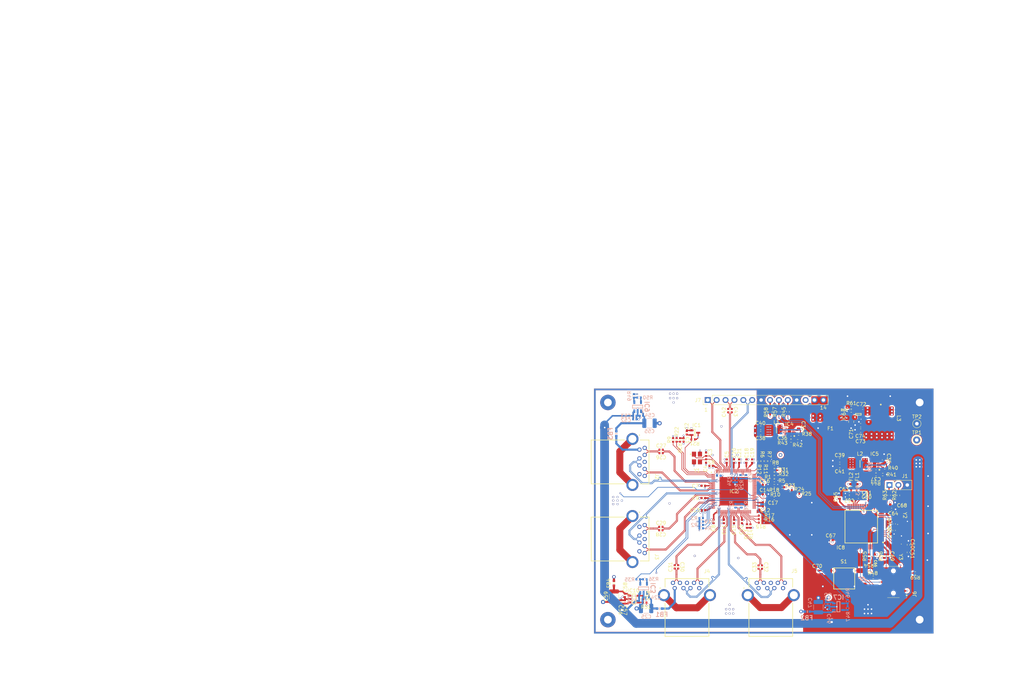
<source format=kicad_pcb>
(kicad_pcb (version 20221018) (generator pcbnew)
  (layers (0 "F.Cu" signal) (1 "In1.Cu" power "GND.Cu") (2 "In2.Cu" power "PWR.Cu") (31 "B.Cu" signal) (34 "B.Paste" user) (35 "F.Paste" user) (36 "B.SilkS" user "B.Silkscreen") (37 "F.SilkS" user "F.Silkscreen") (38 "B.Mask" user) (39 "F.Mask" user) (44 "Edge.Cuts" user))
  (property "0402" "ERJS02_U02_0402")
  (property "c01_35_04" "0.1uF 35V 0402 10%")
  (property "c0u1_50_04" "0.1uF 50V 0402 5%")
  (property "c1000p_2kv_12" "1000pF 2kV 1206 10%")
  (property "c10u6v3" "10uF 6.3V 0402 20%")
  (property "c10u_10V_06" "10uF 10V 0603 20%")
  (property "c10u_10v_06" "10UF 10V 0603 20%")
  (property "c10u_6v3_04" "10uF 6.3V 0402 20%")
  (property "c1u_50_04" "1uF 50V 0402 10%")
  (property "c22u6v3" "22uF 6.3V 0603 20%")
  (property "c2u2_10v_04" "2.2uF 10V 0402 10% ")
  (property "c4u7_6v3_04" "4.7uF 6.3V 0402 20%")
  (property "r0r_04" "0R 0402 1/16")
  (property "r100k_04" "100K 0402 1% 1/16")
  (property "r10k" "10K 0402 1% 1/16W")
  (property "r1m_04" "1M 0402 5% 1/16")
  (property "r22r" "22R 0402 5% 1/16W")
  (property "r2k49" "2.49K 0402 1% 1/10W")
  (property "r33r" "33R 0402 1% 1/16")
  (property "r4k7" "4.7K 0402 1% 1/16W")
  (property "r75r" "75R 0603 1% 1/10W")
  (net 0 "")
  (net 1 "GND")
  (net 2 "+5V")
  (net 3 "+3V3")
  (net 4 "+1V1")
  (net 5 "Net-(IC2-RBIAS)")
  (net 11 "/USB HUB/CFG_BC_EN")
  (net 12 "/USB HUB/PRT_CTL3")
  (net 13 "/USB HUB/PRT_CTL4")
  (net 14 "/USB HUB/VBUS_DET")
  (net 23 "/USB HUB/SLV_I2C_DATA")
  (net 24 "/USB HUB/SLV_I2C_CLK")
  (net 25 "/DN3TX_N")
  (net 26 "/DN3TX_P")
  (net 27 "/DN4TX_N")
  (net 28 "/DN4TX_P")
  (net 29 "/DN3_N")
  (net 30 "/DN3_P")
  (net 31 "/DN3RX_N")
  (net 32 "/DN3RX_P")
  (net 33 "/DN4_N")
  (net 34 "/DN4_P")
  (net 35 "/DN4RX_N")
  (net 36 "/DN4RX_P")
  (net 37 "/USB HUB/HUB_RESET_N")
  (net 38 "/USB HUB/SPI_D3")
  (net 39 "/USB HUB/SPI_D2")
  (net 40 "/USB HUB/SPI_D1")
  (net 41 "/USB HUB/CFG_NON_REM")
  (net 42 "/USB HUB/SPI_CLK")
  (net 43 "/USB HUB/MIC_DET")
  (net 44 "/USB HUB/TEST3")
  (net 45 "/USB HUB/TEST2")
  (net 46 "/USB HUB/TEST1")
  (net 47 "/USB HUB/MSTR_I2C_CLK")
  (net 48 "/USB HUB/I2S_MCLK")
  (net 49 "/USB HUB/I2S_LRCK")
  (net 50 "/USB HUB/I2S_SCK")
  (net 51 "/USB HUB/I2S_SDO")
  (net 52 "/USB HUB/I2S_SDI")
  (net 53 "/USB HUB/TESTEN")
  (net 54 "/USB HUB/CFG_STRAP3")
  (net 55 "/USB HUB/CFG_STRAP2")
  (net 56 "/USB HUB/CFG_STRAP1")
  (net 57 "/USB HUB/MSTR_I2C_DATA")
  (net 58 "Net-(IC2-XTALO)")
  (net 59 "Net-(IC2-XTALI/CLK_IN)")
  (net 60 "/system power/LX_1V1")
  (net 61 "/system power/LX_3V3")
  (net 62 "Net-(IC3-OUT)")
  (net 63 "Net-(IC7-EN)")
  (net 64 "/DN2TX_N")
  (net 65 "/usb_con/USB3DN1_C_TX_N")
  (net 66 "/DN2TX_P")
  (net 67 "/usb_con/USB3DN1_C_TX_P")
  (net 68 "/DN1TX_N")
  (net 69 "/usb_con/USB3DN2_C_TX_N")
  (net 70 "/DN1TX_P")
  (net 71 "/usb_con/USB3DN2_C_TX_P")
  (net 72 "/usb_con/USB3DN3_C_TX_N")
  (net 73 "/usb_con/USB3DN3_C_TX_P")
  (net 74 "/usb_con/USB3DN4_C_TX_N")
  (net 75 "/usb_con/USB3DN4_C_TX_P")
  (net 76 "Net-(IC4-FB)")
  (net 77 "Net-(IC5-FB)")
  (net 78 "Net-(IC7-OUT)")
  (net 79 "Net-(IC9-OUT)")
  (net 80 "Net-(IC10-OUT)")
  (net 81 "/usb_con/VBUS_USB2_P3")
  (net 82 "/usb_con/VBUS_USB2_P4")
  (net 83 "/usb_con/VBUS_USB2_P1")
  (net 84 "/usb_con/VBUS_USB2_P2")
  (net 85 "/USB HUB/USB3DN5_RX_N")
  (net 86 "/USB HUB/USB3DN5_RX_P")
  (net 87 "/USB HUB/USB2DN5_N")
  (net 88 "/USB HUB/USB2DN5_P")
  (net 90 "/USB HUB/PRT_CTL1")
  (net 91 "/USB HUB/PRT_CTL2")
  (net 93 "/USB HUB/USB2DN6_P")
  (net 94 "/USB HUB/USB2DN6_N")
  (net 95 "/DN2RX_N")
  (net 96 "/DN2RX_P")
  (net 97 "/DN2_N")
  (net 98 "/DN2_P")
  (net 99 "/DN1RX_N")
  (net 100 "/DN1RX_P")
  (net 101 "/DN1_N")
  (net 102 "/DN1_P")
  (net 103 "Net-(IC3-EN)")
  (net 104 "Net-(IC3-FLG)")
  (net 105 "Net-(IC4-EN)")
  (net 107 "Net-(IC4-PG)")
  (net 108 "Net-(IC5-EN)")
  (net 110 "Net-(IC5-PG)")
  (net 111 "Net-(IC7-FLG)")
  (net 150 "Net-(IC9-EN)")
  (net 151 "Net-(IC9-FLG)")
  (net 152 "Net-(IC10-EN)")
  (net 153 "Net-(IC10-FLG)")
  (net 154 "/stm32G491/nRESET")
  (net 155 "/stm32G491/TDI")
  (net 156 "/stm32G491/SWO")
  (net 157 "/stm32G491/SWCLK")
  (net 158 "/stm32G491/SWDIO")
  (net 159 "Net-(IC8-PF0-OSC_IN)")
  (net 160 "Net-(IC8-PF1-OSC_OUT)")
  (net 161 "Net-(IC8-PC15-OSC32_OUT)")
  (net 162 "Net-(IC8-PC14-OSC32_IN)")
  (net 163 "/stm32G491/VCP_RX")
  (net 164 "GNDA")
  (net 165 "/stm32G491/VBAT")
  (net 166 "/stm32G491/VCP_TX")
  (net 167 "Net-(IC8-VDDA)")
  (net 168 "Net-(IC8-PB8-BOOT0)")
  (net 169 "Net-(IC8-PA15)")
  (net 170 "/stm32G491/UART1_RX")
  (net 171 "/stm32G491/UART1_TX")
  (net 175 "/stm32G491/GND_Det")
  (net 176 "Net-(R54-Pad2)")
  (net 177 "/PREXIST_LOOP")
  (net 178 "/PREXIST")
  (net 179 "/UART_TX")
  (net 180 "/UART_RX")
  (net 181 "/USB3UP_RX_N")
  (net 182 "/USB3UP_RX_P")
  (net 183 "/USB3UP_TX_N")
  (net 184 "/USB3UP_TX_P")
  (net 185 "/USB2UP_N")
  (net 186 "/USB2UP_P")
  (net 187 "/USB3UP_C_TX_N")
  (net 188 "/USB3UP_C_TX_P")
  (net 190 "DCIN_BAT")
  (net 191 "/DCIN_TO_5V/BST")
  (net 192 "/DCIN_TO_5V/FB")
  (net 193 "/DCIN_TO_5V/SW")
  (net 194 "/DCIN_BAT_F")
  (net 195 "/VCP_T_TX")
  (net 196 "/VCP_T_RX")
  (net 197 "Net-(IC8-VREF+)")
  (footprint "global_foot_ki:SON50P201X201X60-9N-D" (layer "F.Cu") (at 271.00577 161.581574 180)
    (fp_text reference "IC4")
    (fp_text value "AP3441SHE-7B" hide)
  )
  (footprint "global_foot_ki:QFN40P1200X1200X90-101N-D" (layer "F.Cu") (at 255.12632 178.755254)
    (fp_text reference "IC2")
    (fp_text value "USB7206C-I_KDX" hide)
  )
  (footprint "Connector_PinHeader_2.54mm:PinHeader_1x03_P2.54mm_Vertical" (layer "F.Cu") (at 299.578934 176.964738 90)
    (fp_text reference "J1")
    (fp_text value "Screw_Terminal_01x03")
  )
  (footprint "usb_to_lan_main:USB107530PB" (layer "F.Cu") (at 228.198934 166.874738 -90)
    (fp_text reference "J2")
    (fp_text value "USB1075-30-P-B" hide)
  )
  (footprint "global_foot_ki:QFP50P1200X1200X160-64N" (layer "F.Cu") (at 291.523934 188.854738 180)
    (fp_text reference "IC8")
    (fp_text value "STM32G491RET6" hide)
  )
  (footprint "Resistor_SMD:R_0402_1005Metric" (layer "F.Cu") (at 238.808934 164.094738 90)
    (fp_text reference "R22")
    (fp_text value "49.9K 0402 1% 1/10W")
  )
  (footprint "TestPoint:TestPoint_THTPad_D2.0mm_Drill1.0mm" (layer "F.Cu") (at 307.348934 164.104738)
    (fp_text reference "TP1")
    (fp_text value "TestPoint" hide)
  )
  (footprint "TestPoint:TestPoint_THTPad_D2.0mm_Drill1.0mm" (layer "F.Cu") (at 307.398934 159.454738)
    (fp_text reference "TP2")
    (fp_text value "TestPoint" hide)
  )
  (footprint "Capacitor_SMD:C_0402_1005Metric" (layer "F.Cu") (at 247.221286 170.097632 90)
    (fp_text reference "C4")
    (fp_text value "10pF 50V 2% 0402")
  )
  (footprint "global_foot_ki:ABM8G48000MHZ18D2YT" (layer "F.Cu") (at 244.62577 169.256574 -90)
    (fp_text reference "Y1")
    (fp_text value "ABM8G-25.000MHZ-4Y-T3" hide)
  )
  (footprint "Capacitor_SMD:C_0402_1005Metric" (layer "F.Cu") (at 246.455254 177.179992 180)
    (fp_text reference "C7")
    (fp_text value "0.1uF 16V 0402 10%")
  )
  (footprint "Capacitor_SMD:C_0402_1005Metric" (layer "F.Cu") (at 249.398934 187.374738 -90)
    (fp_text reference "C8")
    (fp_text value "0.1uF 16V 0402 10%")
  )
  (footprint "Capacitor_SMD:C_0402_1005Metric" (layer "F.Cu") (at 257.448934 187.374738 -90)
    (fp_text reference "C10")
    (fp_text value "0.1uF 16V 0402 10%")
  )
  (footprint "Capacitor_SMD:C_0402_1005Metric" (layer "F.Cu") (at 252.323934 187.379738 -90)
    (fp_text reference "C11")
    (fp_text value "0.1uF 16V 0402 10%")
  )
  (footprint "Capacitor_SMD:C_0402_1005Metric" (layer "F.Cu") (at 263.928934 182.954738)
    (fp_text reference "C12")
    (fp_text value "0.1uF 16V 0402 10%")
  )
  (footprint "Capacitor_SMD:C_0402_1005Metric" (layer "F.Cu") (at 246.468934 184.114738 180)
    (fp_text reference "C13")
    (fp_text value "0.1uF 16V 0402 10%")
  )
  (footprint "Capacitor_SMD:C_0402_1005Metric" (layer "F.Cu") (at 263.918934 179.564738)
    (fp_text reference "C14")
    (fp_text value "0.1uF 16V 0402 10%")
  )
  (footprint "Capacitor_SMD:C_0402_1005Metric" (layer "F.Cu") (at 255.188934 187.379738 -90)
    (fp_text reference "C15")
    (fp_text value "0.1uF 16V 0402 10%")
  )
  (footprint "Capacitor_SMD:C_0402_1005Metric" (layer "F.Cu") (at 263.928934 181.974738)
    (fp_text reference "C17")
    (fp_text value "0.1uF 16V 0402 10%")
  )
  (footprint "Capacitor_SMD:C_0402_1005Metric" (layer "F.Cu") (at 258.738934 170.134738 90)
    (fp_text reference "C18")
    (fp_text value "0.1uF 16V 0402 10%")
  )
  (footprint "Capacitor_SMD:C_0402_1005Metric" (layer "F.Cu") (at 260.348934 170.134738 90)
    (fp_text reference "C19")
    (fp_text value "0.1uF 16V 0402 10%")
  )
  (footprint "Capacitor_SMD:C_0402_1005Metric" (layer "F.Cu") (at 255.173934 170.129738 90)
    (fp_text reference "C20")
    (fp_text value "0.1uF 16V 0402 10%")
  )
  (footprint "Capacitor_SMD:C_0402_1005Metric" (layer "F.Cu") (at 256.648934 170.129738 90)
    (fp_text reference "C21")
    (fp_text value "0.1uF 16V 0402 10%")
  )
  (footprint "Capacitor_SMD:C_0402_1005Metric" (layer "F.Cu") (at 246.455254 180.689992 180)
    (fp_text reference "C9")
    (fp_text value "0.1uF 16V 0402 10%")
  )
  (footprint "Capacitor_SMD:C_0402_1005Metric" (layer "F.Cu") (at 240.798934 164.094738 90)
    (fp_text reference "C1")
    (fp_text value "2.2uF 10V 0402 10%")
  )
  (footprint "Capacitor_SMD:C_0402_1005Metric" (layer "F.Cu") (at 241.718934 162.064738 90)
    (fp_text reference "C2")
    (fp_text value "0.1uF 16V 0402 10%")
  )
  (footprint "Resistor_SMD:R_0402_1005Metric" (layer "F.Cu") (at 294.948934 203.314738)
    (fp_text reference "R48")
    (fp_text value "47R 1% 0402")
  )
  (footprint "Resistor_SMD:R_0402_1005Metric" (layer "F.Cu") (at 239.808934 164.094738 -90)
    (fp_text reference "R20")
    (fp_text value "43K 0402 1% 1/10W")
  )
  (footprint "Resistor_SMD:R_0402_1005Metric" (layer "F.Cu") (at 271.198934 178.494738 180)
    (fp_text reference "R24")
    (fp_text value "10K 0402 1% 1/16W")
  )
  (footprint "Resistor_SMD:R_0402_1005Metric" (layer "F.Cu") (at 268.948934 177.604738 180)
    (fp_text reference "R23")
    (fp_text value "10K 0402 1% 1/16W")
  )
  (footprint "usb_to_lan_main:1285ASH1R0MP2" (layer "F.Cu") (at 267.313934 161.329738 180)
    (fp_text reference "L1")
    (fp_text value "1.0uH 2.2A" hide)
  )
  (footprint "usb_to_lan_main:DFE2HCAH1R0MJ0L" (layer "F.Cu") (at 291.173934 170.929738 180)
    (fp_text reference "L2")
    (fp_text value "2.2uH 2.2A" hide)
  )
  (footprint "Capacitor_SMD:C_0402_1005Metric" (layer "F.Cu") (at 263.908934 176.954738)
    (fp_text reference "C16")
    (fp_text value "0.1uF 16V 0402 10%")
  )
  (footprint "Capacitor_SMD:C_0402_1005Metric" (layer "F.Cu") (at 253.12577 170.131574 90)
    (fp_text reference "C5")
    (fp_text value "0.1uF 16V 0402 10%")
  )
  (footprint "Capacitor_SMD:C_0402_1005Metric" (layer "F.Cu") (at 248.65077 171.481574 180)
    (fp_text reference "C6")
    (fp_text value "0.1uF 16V 0402 10%")
  )
  (footprint "Resistor_SMD:R_0402_1005Metric" (layer "F.Cu") (at 243.518934 163.954738 180)
    (fp_text reference "R21")
    (fp_text value "100K 0402 1% 1/16W")
  )
  (footprint "Resistor_SMD:R_0402_1005Metric" (layer "F.Cu") (at 259.878934 188.674738 90)
    (fp_text reference "R14")
    (fp_text value "100K 0402 1% 1/16W")
  )
  (footprint "Capacitor_SMD:C_0402_1005Metric" (layer "F.Cu") (at 234.378934 167.864738 180)
    (fp_text reference "C26")
    (fp_text value "0.1uF 35V 0402 10%")
  )
  (footprint "Resistor_SMD:R_0402_1005Metric" (layer "F.Cu") (at 298.178934 197.254738 90)
    (fp_text reference "R56")
    (fp_text value "0R 0402 1/16W")
  )
  (footprint "Capacitor_SMD:C_0402_1005Metric" (layer "F.Cu") (at 238.278934 200.334738 -90)
    (fp_text reference "C31")
    (fp_text value "0.1uF 35V 0402 10%")
  )
  (footprint "Capacitor_SMD:C_0402_1005Metric" (layer "F.Cu") (at 300.918934 188.064738 90)
    (fp_text reference "C49")
    (fp_text value "10pF 50V 2% 0402")
  )
  (footprint "usb_to_lan_main:BLM18EG121SH1D" (layer "F.Cu") (at 220.918934 205.004738 90)
    (fp_text reference "FB4")
    (fp_text value "BLM18EG121SH1D" hide)
  )
  (footprint "MountingHole:MountingHole_2.2mm_M2_Pad_TopBottom" (layer "F.Cu") (at 308.198934 153.404738)
    (fp_text reference "REF**" hide)
    (fp_text value "MountingHole_2.2mm_M2_Pad_TopBottom" hide)
  )
  (footprint "usb_to_lan_main:BLM18AG102BH1D" (layer "F.Cu") (at 290.248934 177.399738 90)
    (fp_text reference "FL1")
    (fp_text value "120R 800mA" hide)
  )
  (footprint "Capacitor_SMD:C_0603_1608Metric" (layer "F.Cu") (at 285.398934 171.554738)
    (fp_text reference "C41")
    (fp_text value "22uF 6.3V 0603 20%")
  )
  (footprint "global_foot_ki:CAPC1608X90N" (layer "F.Cu") (at 300.498934 182.764738 180)
    (fp_text reference "C68")
    (fp_text value "4.7uF 6.3V 0603" hide)
  )
  (footprint "Resistor_SMD:R_0402_1005Metric" (layer "F.Cu") (at 294.148934 198.754738 180)
    (fp_text reference "R54")
    (fp_text value "10K 0402 1% 1/16W")
  )
  (footprint "Resistor_SMD:R_0402_1005Metric" (layer "F.Cu") (at 295.728934 173.984738)
    (fp_text reference "R44")
    (fp_text value "430K 0402 1% 1/10W")
  )
  (footprint "Resistor_SMD:R_0402_1005Metric" (layer "F.Cu") (at 262.778934 187.714738 180)
    (fp_text reference "R15")
    (fp_text value "100K 0402 1% 1/16W")
  )
  (footprint "Resistor_SMD:R_0402_1005Metric" (layer "F.Cu") (at 237.818934 164.104738 -90)
    (fp_text reference "R9")
    (fp_text value "100K 0402 1% 1/16W")
  )
  (footprint "Capacitor_SMD:C_0402_1005Metric" (layer "F.Cu") (at 247.221286 168.192632 90)
    (fp_text reference "C3")
    (fp_text value "10pF 50V 2% 0402")
  )
  (footprint "Capacitor_SMD:C_0402_1005Metric" (layer "F.Cu") (at 285.388934 180.394738 90)
    (fp_text reference "C65")
    (fp_text value "0.1uF 35V 0402 10%")
  )
  (footprint "Capacitor_SMD:C_0402_1005Metric" (layer "F.Cu") (at 282.848934 192.604738 180)
    (fp_text reference "C67")
    (fp_text value "0.1uF 35V 0402 10%")
  )
  (footprint "Resistor_SMD:R_0402_1005Metric" (layer "F.Cu") (at 268.008934 156.074738 90)
    (fp_text reference "R57")
    (fp_text value "0R 0402 1/16W")
  )
  (footprint "usb_to_lan_main:USB107530PB" (layer "F.Cu") (at 228.198934 188.894738 -90)
    (fp_text reference "J3")
    (fp_text value "USB1075-30-P-B" hide)
  )
  (footprint "global_foot_ki:FabDrawing-4Layer-Metric" (layer "F.Cu") (at 83.203934 69.254738)
    (fp_text reference "REF**" hide)
    (fp_text value "FabDrawing-4Layer" hide)
  )
  (footprint "Capacitor_SMD:C_0402_1005Metric" (layer "F.Cu") (at 290.708934 180.364738)
    (fp_text reference "C60")
    (fp_text value "0.1uF 35V 0402 10%")
  )
  (footprint "Resistor_SMD:R_0402_1005Metric" (layer "F.Cu") (at 302.138934 179.924738 90)
    (fp_text reference "R62")
    (fp_text value "47R 1% 0402")
  )
  (footprint "Capacitor_SMD:C_1210_3225Metric" (layer "F.Cu") (at 220.948934 208.824738 -90)
    (fp_text reference "C59")
    (fp_text value "120uF 6.3V 1210 20%")
  )
  (footprint "Capacitor_SMD:C_0402_1005Metric" (layer "F.Cu") (at 288.138934 180.369738 180)
    (fp_text reference "C62")
    (fp_text value "0.1uF 35V 0402 10%")
  )
  (footprint "Resistor_SMD:R_0402_1005Metric" (layer "F.Cu") (at 304.988934 196.204738 90)
    (fp_text reference "C51")
    (fp_text value "4pF 50V")
  )
  (footprint "Capacitor_SMD:C_0603_1608Metric" (layer "F.Cu") (at 262.798934 162.154738)
    (fp_text reference "C38")
    (fp_text value "22uF 6.3V 0603 20%")
  )
  (footprint "usb_to_lan_main:TS046665BK100SMT" (layer "F.Cu") (at 286.658934 203.644738)
    (fp_text reference "S1")
    (fp_text value "TS04-66-65-BK-100-SMT" hide)
  )
  (footprint "Capacitor_SMD:C_0402_1005Metric" (layer "F.Cu") (at 253.548934 155.729738 -90)
    (fp_text reference "C42")
    (fp_text value "0.1uF 35V 0402 10%")
  )
  (footprint "usb_to_lan_main:ECS327716TR3" (layer "F.Cu") (at 302.958934 195.094738 -90)
    (fp_text reference "Y3")
    (fp_text value "ECS-.327-7-16-TR3" hide)
  )
  (footprint "usb_to_lan_main:FTSH-107-XX-YYY-DV-K-A" (layer "F.Cu") (at 300.698934 204.654738 90)
    (fp_text reference "J6")
    (fp_text value "FTSH-107-01-L-DV-K-A" hide)
  )
  (footprint "Capacitor_SMD:C_0603_1608Metric" (layer "F.Cu") (at 298.048934 169.804738 -90)
    (fp_text reference "C35")
    (fp_text value "22uF 6.3V 0603 20%")
  )
  (footprint "Resistor_SMD:R_0402_1005Metric" (layer "F.Cu") (at 297.648934 173.974738)
    (fp_text reference "R41")
    (fp_text value "95.3K 0402 1% 1/10W")
  )
  (footprint "Capacitor_SMD:C_0603_1608Metric" (layer "F.Cu") (at 291.348934 161.454738)
    (fp_text reference "C73")
    (fp_text value "22uF 6.3V 0603 20%")
  )
  (footprint "Resistor_SMD:R_0402_1005Metric" (layer "F.Cu") (at 266.723934 173.729738)
    (fp_text reference "R32")
    (fp_text value "10R 0402 1% 1/10W")
  )
  (footprint "Connector_PinHeader_2.54mm:PinHeader_1x14_P2.54mm_Vertical" (layer "F.Cu") (at 247.698934 152.704738 90)
    (fp_text reference "J7")
    (fp_text value "Screw_Terminal_01x14")
  )
  (footprint "Capacitor_SMD:C_0402_1005Metric" (layer "F.Cu") (at 224.038934 208.474738 90)
    (fp_text reference "C58")
    (fp_text value "0.1uF 35V 0402 10%")
  )
  (footprint "Capacitor_SMD:C_0402_1005Metric" (layer "F.Cu") (at 295.728934 173.004738)
    (fp_text reference "C37")
    (fp_text value "22pF 50V 0402 10%")
  )
  (footprint "Capacitor_SMD:C_0402_1005Metric" (layer "F.Cu") (at 278.873934 201.404738 180)
    (fp_text reference "C70")
    (fp_text value "0.1uF 35V 0402 10%")
  )
  (footprint "Capacitor_SMD:C_0402_1005Metric" (layer "F.Cu") (at 288.138934 179.399738)
    (fp_text reference "C63")
    (fp_text value "1uF 25V 0402 10%")
  )
  (footprint "Capacitor_SMD:C_0402_1005Metric" (layer "F.Cu") (at 300.178934 183.914738)
    (fp_text reference "C64")
    (fp_text value "0.1uF 35V 0402 10%")
  )
  (footprint "Resistor_SMD:R_0402_1005Metric" (layer "F.Cu") (at 293.698934 197.304738 90)
    (fp_text reference "R55")
    (fp_text value "0R 0402 1/16W")
  )
  (footprint "Capacitor_SMD:C_0402_1005Metric" (layer "F.Cu") (at 224.048934 210.344738 -90)
    (fp_text reference "C57")
    (fp_text value "1uF 25V 0402 10%")
  )
  (footprint "Resistor_SMD:R_0402_1005Metric" (layer "F.Cu") (at 266.723934 172.754738 180)
    (fp_text reference "R31")
    (fp_text value "10R 0402 1% 1/10W")
  )
  (footprint "MountingHole:MountingHole_2.2mm_M2_Pad_TopBottom" (layer "F.Cu") (at 308.198934 215.404738)
    (fp_text reference "REF**" hide)
    (fp_text value "MountingHole_2.2mm_M2_Pad_TopBottom" hide)
  )
  (footprint "Capacitor_SMD:C_0603_1608Metric" (layer "F.Cu") (at 285.373934 169.904738)
    (fp_text reference "C39")
    (fp_text value "22uF 6.3V 0603 20%")
  )
  (footprint "Resistor_SMD:R_0402_1005Metric" (layer "F.Cu") (at 258.898934 188.674738 90)
    (fp_text reference "R13")
    (fp_text value "100K 0402 1% 1/16W")
  )
  (footprint "Resistor_SMD:R_0402_1005Metric" (layer "F.Cu") (at 264.298934 170.144738 -90)
    (fp_text reference "R6")
    (fp_text value "100K 0402 1% 1/16W")
  )
  (footprint "Resistor_SMD:R_0402_1005Metric" (layer "F.Cu") (at 266.723934 174.704738 180)
    (fp_text reference "R1")
    (fp_text value "10K 0402 1% 1/16W")
  )
  (footprint "Resistor_SMD:R_0402_1005Metric" (layer "F.Cu") (at 299.448934 179.914738 90)
    (fp_text reference "R63")
    (fp_text value "47R 1% 0402")
  )
  (footprint "Resistor_SMD:R_0402_1005Metric" (layer "F.Cu") (at 262.778934 186.714738 180)
    (fp_text reference "R16")
    (fp_text value "100K 0402 1% 1/16W")
  )
  (footprint "Capacitor_SMD:C_0603_1608Metric" (layer "F.Cu") (at 291.348934 159.904738)
    (fp_text reference "C74")
    (fp_text value "22uF 6.3V 0603 20%")
  )
  (footprint "usb_to_lan_main:SOT95P280X100-5N" (layer "F.Cu") (at 226.638934 209.524738)
    (fp_text reference "IC10")
    (fp_text value "AP22816AKCWT-7" hide)
  )
  (footprint "Resistor_SMD:R_0402_1005Metric" (layer "F.Cu") (at 265.288934 170.144738 -90)
    (fp_text reference "R7")
    (fp_text value "100K 0402 1% 1/16W")
  )
  (footprint "Resistor_SMD:R_0402_1005Metric" (layer "F.Cu") (at 288.673934 155.829738 180)
    (fp_text reference "R60")
    (fp_text value "10K 0402 1% 1/16W")
  )
  (footprint "Capacitor_SMD:C_0402_1005Metric" (layer "F.Cu") (at 262.208934 200.394738 -90)
    (fp_text reference "C33")
    (fp_text value "0.1uF 35V 0402 10%")
  )
  (footprint "Resistor_SMD:R_0402_1005Metric" (layer "F.Cu") (at 305.008934 194.024738 -90)
    (fp_text reference "C50")
    (fp_text value "4pF 50V")
  )
  (footprint "Resistor_SMD:R_0402_1005Metric" (layer "F.Cu") (at 229.238934 209.084738 -90)
    (fp_text reference "R52")
    (fp_text value "0R 0402 1/16W")
  )
  (footprint "Capacitor_SMD:C_0402_1005Metric" (layer "F.Cu") (at 290.718934 179.399738 180)
    (fp_text reference "C61")
    (fp_text value "1uF 25V 0402 10%")
  )
  (footprint "Resistor_SMD:R_0402_1005Metric" (layer "F.Cu") (at 306.958934 202.134738 180)
    (fp_text reference "R59")
    (fp_text value "100R 0402")
  )
  (footprint "usb_to_lan_main:SOT65P210X100-3N" (layer "F.Cu") (at 244.008934 162.034738)
    (fp_text reference "IC1")
    (fp_text value "MIC803-29D4VC3-TR" hide)
  )
  (footprint "usb_to_lan_main:SF1206F300M2" (layer "F.Cu") (at 282.698934 157.954738)
    (fp_text reference "F1")
    (fp_text value "3A" hide)
  )
  (footprint "Capacitor_SMD:C_0402_1005Metric" (layer "F.Cu") (at 291.923934 155.029738)
    (fp_text reference "C72")
    (fp_text value "0.1uF 35V 0402 10%")
  )
  (footprint "Capacitor_SMD:C_0402_1005Metric" (layer "F.Cu") (at 295.298934 197.304738 -90)
    (fp_text reference "C66")
    (fp_text value "0.1uF 35V 0402 10%")
  )
  (footprint "usb_to_lan_main:VLS6045" (layer "F.Cu") (at 297.098934 157.954738 -90)
    (fp_text reference "L3")
    (fp_text value "3.3uH 5A" hide)
  )
  (footprint "Resistor_SMD:R_0402_1005Metric" (layer "F.Cu") (at 266.708934 175.679738 180)
    (fp_text reference "R5")
    (fp_text value "100K 0402 1% 1/16W")
  )
  (footprint "Resistor_SMD:R_0402_1005Metric" (layer "F.Cu") (at 262.778934 185.714738 180)
    (fp_text reference "R17")
    (fp_text value "100K 0402 1% 1/16W")
  )
  (footprint "usb_to_lan_main:USB107530PB" (layer "F.Cu") (at 262.198934 206.404738)
    (fp_text reference "J5")
    (fp_text value "USB1075-30-P-B" hide)
  )
  (footprint "Resistor_SMD:R_0402_1005Metric" (layer "F.Cu") (at 273.638934 162.394738)
    (fp_text reference "R38")
    (fp_text value "100K 0402 1% 1/16W")
  )
  (footprint "Resistor_SMD:R_0402_1005Metric" (layer "F.Cu") (at 265.508934 156.094738 -90)
    (fp_text reference "R58")
    (fp_text value "47R 1% 0402")
  )
  (footprint "Resistor_SMD:R_0402_1005Metric" (layer "F.Cu") (at 288.673934 154.829738 180)
    (fp_text reference "R61")
    (fp_text value "52.3K 0402")
  )
  (footprint "Resistor_SMD:R_0402_1005Metric" (layer "F.Cu") (at 266.723934 171.779738 180)
    (fp_text reference "R8")
    (fp_text value "100K 0402 1% 1/16W")
  )
  (footprint "Capacitor_SMD:C_0603_1608Metric" (layer "F.Cu") (at 273.628934 160.224738 -90)
    (fp_text reference "C34")
    (fp_text value "22uF 6.3V 0603 20%")
  )
  (footprint "Resistor_SMD:R_0402_1005Metric" (layer "F.Cu") (at 270.568934 156.064738 90)
    (fp_text reference "R45")
    (fp_text value "0R 0402 1/16W")
  )
  (footprint "MountingHole:MountingHole_2.2mm_M2_Pad_TopBottom" (layer "F.Cu") (at 219.198934 215.404738)
    (fp_text reference "REF**" hide)
    (fp_text value "MountingHole_2.2mm_M2_Pad_TopBottom" hide)
  )
  (footprint "usb_to_lan_main:SOTFL50P162X60-6N" (layer "F.Cu") (at 290.698934 156.779738 90)
    (fp_text reference "IC6")
    (fp_text value "AP62301Z6-7" hide)
  )
  (footprint "Capacitor_SMD:C_0402_1005Metric" (layer "F.Cu") (at 254.548934 155.729738 -90)
    (fp_text reference "C43")
    (fp_text value "0.1uF 35V 0402 10%")
  )
  (footprint "Capacitor_SMD:C_0603_1608Metric" (layer "F.Cu") (at 262.798934 160.634738)
    (fp_text reference "C40")
    (fp_text value "22uF 6.3V 0603 20%")
  )
  (footprint "Resistor_SMD:R_0402_1005Metric" (layer "F.Cu") (at 262.348934 170.144738 -90)
    (fp_text reference "R12")
    (fp_text value "100K 0402 1% 1/16W")
  )
  (footprint "Resistor_SMD:R_0402_1005Metric" (layer "F.Cu") (at 298.223934 172.054738)
    (fp_text reference "R40")
    (fp_text value "100K 0402 1% 1/16W")
  )
  (footprint "Capacitor_SMD:C_0402_1005Metric" (layer "F.Cu") (at 263.188934 200.394738 -90)
    (fp_text reference "C32")
    (fp_text value "0.1uF 35V 0402 10%")
  )
  (footprint "usb_to_lan_main:USB107530PB" (layer "F.Cu") (at 238.268934 206.404738)
    (fp_text reference "J4")
    (fp_text value "USB1075-30-P-B" hide)
  )
  (footprint "Resistor_SMD:R_0402_1005Metric" (layer "F.Cu") (at 266.698934 177.184738 180)
    (fp_text reference "R18")
    (fp_text value "100K 0402 1% 1/16W")
  )
  (footprint "Capacitor_SMD:C_0402_1005Metric" (layer "F.Cu") (at 271.468934 163.374738)
    (fp_text reference "C36")
    (fp_text value "22pF 50V 0402 10%")
  )
  (footprint "Capacitor_SMD:C_0402_1005Metric" (layer "F.Cu") (at 234.318934 189.874738 180)
    (fp_text reference "C28")
    (fp_text value "0.1uF 35V 0402 10%")
  )
  (footprint "Resistor_SMD:R_0402_1005Metric" (layer "F.Cu") (at 263.328934 170.144738 -90)
    (fp_text reference "R11")
    (fp_text value "100K 0402 1% 1/16W")
  )
  (footprint "Resistor_SMD:R_0402_1005Metric" (layer "F.Cu") (at 266.678934 180.784738 180)
    (fp_text reference "R10")
    (fp_text value "100K 0402 1% 1/16W")
  )
  (footprint "Capacitor_SMD:C_0402_1005Metric" (layer "F.Cu") (at 234.378934 166.894738 180)
    (fp_text reference "C27")
    (fp_text value "0.1uF 35V 0402 10%")
  )
  (footprint "Resistor_SMD:R_0402_1005Metric" (layer "F.Cu") (at 229.698934 210.524738)
    (fp_text reference "R51")
    (fp_text value "0R 0402 1/16W")
  )
  (footprint "Capacitor_SMD:C_0402_1005Metric" (layer "F.Cu") (at 223.068934 210.334738 -90)
    (fp_text reference "C56")
    (fp_text value "10uF 6.3V 0402 20%")
  )
  (footprint "Resistor_SMD:R_0402_1005Metric" (layer "F.Cu") (at 271.458934 164.354738 180)
    (fp_text reference "R43")
    (fp_text value "100K 0402 1% 1/16W")
  )
  (footprint "usb_to_lan_main:ABM8G24000MHZ4YT3" (layer "F.Cu") (at 303.868934 189.424738 -90)
    (fp_text reference "Y2")
    (fp_text value "ABM8G-24.000MHZ-4Y-T3" hide)
  )
  (footprint "Capacitor_SMD:C_0402_1005Metric" (layer "F.Cu") (at 239.258934 200.334738 -90)
    (fp_text reference "C30")
    (fp_text value "0.1uF 35V 0402 10%")
  )
  (footprint "Capacitor_SMD:C_0805_2012Metric" (layer "F.Cu") (at 288.648934 158.904738 90)
    (fp_text reference "C71")
    (fp_text value "10uF 20V 0805")
  )
  (footprint "Resistor_SMD:R_0402_1005Metric" (layer "F.Cu") (at 273.338934 179.334738 180)
    (fp_text reference "R25")
    (fp_text value "10K 0402 1% 1/16W")
  )
  (footprint "usb_to_lan_main:BLM18AG102BH1D" (layer "F.Cu") (at 288.608934 177.384738 90)
    (fp_text reference "FL2")
    (fp_text value "120R 800mA" hide)
  )
  (footprint "MountingHole:MountingHole_2.2mm_M2_Pad_TopBottom" (layer "F.Cu") (at 219.198934 153.404738)
    (fp_text reference "REF**" hide)
    (fp_text value "MountingHole_2.2mm_M2_Pad_TopBottom" hide)
  )
  (footprint "Resistor_SMD:R_0402_1005Metric" (layer "F.Cu") (at 273.368934 164.354738)
    (fp_text reference "R42")
    (fp_text value "120K 0402 1% 1/10W")
  )
  (footprint "Capacitor_SMD:C_0402_1005Metric" (layer "F.Cu") (at 299.148934 197.254738 90)
    (fp_text reference "C69")
    (fp_text value "1uF 25V 0402 10%")
  )
  (footprint "Capacitor_SMD:C_0402_1005Metric" (layer "F.Cu") (at 300.918934 189.924738 -90)
    (fp_text reference "C48")
    (fp_text value "10pF 50V 2% 0402")
  )
  (footprint "global_foot_ki:SON50P201X201X60-9N-D" (layer "F.Cu") (at 295.303934 171.231238 180)
    (fp_text reference "IC5")
    (fp_text value "AP3441SHE-7B" hide)
  )
  (footprint "Capacitor_SMD:C_0402_1005Metric" (layer "F.Cu") (at 234.318934 188.914738 180)
    (fp_text reference "C29")
    (fp_text value "0.1uF 35V 0402 10%")
  )
  (footprint "usb_to_lan_main:SOT95P280X100-5N" (layer "B.Cu") (at 284.998934 211.704738)
    (fp_text reference "IC7")
    (fp_text value "AP22816AKCWT-7" hide)
  )
  (footprint "Resistor_SMD:R_0402_1005Metric" (layer "B.Cu") (at 245.818934 187.384738)
    (fp_text reference "R19")
    (fp_text value "10K 0402 1% 1/16W")
  )
  (footprint "Resistor_SMD:R_0402_1005Metric" (layer "B.Cu") (at 250.845254 174.299992 180)
    (fp_text reference "R26")
    (fp_text value "12K 0402 1% 1/10W")
  )
  (footprint "Resistor_SMD:R_0402_1005Metric" (layer "B.Cu") (at 245.818934 188.354738)
    (fp_text reference "R2")
    (fp_text value "10K 0402 1% 1/16W")
  )
  (footprint "Resistor_SMD:R_0402_1005Metric" (layer "B.Cu") (at 245.818934 189.324738)
    (fp_text reference "R4")
    (fp_text value "200K 0402 1% 1/10W")
  )
  (footprint "Capacitor_SMD:C_0402_1005Metric" (layer "B.Cu") (at 228.598934 210.084738 180)
    (fp_text reference "C22")
    (fp_text value "10uF 6.3V 0402 20%")
  )
  (footprint "Capacitor_SMD:C_0402_1005Metric" (layer "B.Cu") (at 228.588934 209.104738 180)
    (fp_text reference "C23")
    (fp_text value "1uF 25V 0402 10%")
  )
  (footprint "Resistor_SMD:R_0402_1005Metric" (layer "B.Cu") (at 257.348934 182.904738 90)
    (fp_text reference "R28")
    (fp_text value "10K 0402 1% 1/16W")
  )
  (footprint "Resistor_SMD:R_0402_1005Metric" (layer "B.Cu") (at 287.648934 210.214738 90)
    (fp_text reference "R46")
    (fp_text value "0R 0402 1/16W")
  )
  (footprint "Resistor_SMD:R_0402_1005Metric" (layer "B.Cu") (at 287.628934 212.124738 90)
    (fp_text reference "R47")
    (fp_text value "0R 0402 1/16W")
  )
  (footprint "Resistor_SMD:R_0402_1005Metric" (layer "B.Cu") (at 228.083934 151.999738 180)
    (fp_text reference "R50")
    (fp_text value "0R 0402 1/16W")
  )
  (footprint "Resistor_SMD:R_0402_1005Metric" (layer "B.Cu") (at 226.623934 151.529738 90)
    (fp_text reference "R49")
    (fp_text value "0R 0402 1/16W")
  )
  (footprint "Resistor_SMD:R_0402_1005Metric" (layer "B.Cu") (at 229.738934 203.884738 180)
    (fp_text reference "R36")
    (fp_text value "0R 0402 1/16W")
  )
  (footprint "Resistor_SMD:R_0402_1005Metric" (layer "B.Cu") (at 255.998934 175.654738 90)
    (fp_text reference "R33")
    (fp_text value "100K 0402 1% 1/16W")
  )
  (footprint "Capacitor_SMD:C_1210_3225Metric" (layer "B.Cu") (at 231.068934 159.324738)
    (fp_text reference "C55")
    (fp_text value "120uF 6.3V 1210 20%")
  )
  (footprint "Resistor_SMD:R_0402_1005Metric" (layer "B.Cu") (at 254.998934 175.654738 90)
    (fp_text reference "R34")
    (fp_text value "100K 0402 1% 1/16W")
  )
  (footprint "Capacitor_SMD:C_0402_1005Metric" (layer "B.Cu") (at 282.398934 210.924738 90)
    (fp_text reference "C45")
    (fp_text value "1uF 25V 0402 10%")
  )
  (footprint "Capacitor_SMD:C_0402_1005Metric" (layer "B.Cu") (at 228.768934 157.204738)
    (fp_text reference "C54")
    (fp_text value "0.1uF 35V 0402 10%")
  )
  (footprint "usb_to_lan_main:SOT95P280X100-5N" (layer "B.Cu") (at 229.388934 206.474738 90)
    (fp_text reference "IC3")
    (fp_text value "AP22816AKCWT-7" hide)
  )
  (footprint "usb_to_lan_main:BLM18EG121SH1D" (layer "B.Cu") (at 233.928934 212.244738)
    (fp_text reference "FB1")
    (fp_text value "BLM18EG121SH1D" hide)
  )
  (footprint "usb_to_lan_main:BLM18EG121SH1D" (layer "B.Cu") (at 276.138934 213.104738 180)
    (fp_text reference "FB2")
    (fp_text value "BLM18EG121SH1D" hide)
  )
  (footprint "Capacitor_SMD:C_0402_1005Metric" (layer "B.Cu") (at 230.468934 209.094738)
    (fp_text reference "C24")
    (fp_text value "0.1uF 35V 0402 10%")
  )
  (footprint "Resistor_SMD:R_0402_1005Metric" (layer "B.Cu") (at 255.598934 182.904738 90)
    (fp_text reference "R27")
    (fp_text value "10K 0402 1% 1/16W")
  )
  (footprint "Capacitor_SMD:C_0402_1005Metric" (layer "B.Cu") (at 226.878934 158.194738 180)
    (fp_text reference "C52")
    (fp_text value "10uF 6.3V 0402 20%")
  )
  (footprint "Capacitor_SMD:C_0402_1005Metric" (layer "B.Cu") (at 282.388934 212.824738 -90)
    (fp_text reference "C46")
    (fp_text value "0.1uF 35V 0402 10%")
  )
  (footprint "usb_to_lan_main:SOT95P280X100-5N" (layer "B.Cu") (at 227.688934 154.604738 90)
    (fp_text reference "IC9")
    (fp_text value "AP22816AKCWT-7" hide)
  )
  (footprint "Capacitor_SMD:C_1210_3225Metric" (layer "B.Cu") (at 279.278934 211.834738 90)
    (fp_text reference "C47")
    (fp_text value "120uF 6.3V 1210 20%")
  )
  (footprint "Resistor_SMD:R_0402_1005Metric" (layer "B.Cu") (at 245.818934 186.404738)
    (fp_text reference "R3")
    (fp_text value "200K 0402 1% 1/10W")
  )
  (footprint "Capacitor_SMD:C_1210_3225Metric" (layer "B.Cu") (at 230.098934 212.214738 180)
    (fp_text reference "C25")
    (fp_text value "120uF 6.3V 1210 20%")
  )
  (footprint "Capacitor_SMD:C_0402_1005Metric" (layer "B.Cu") (at 281.408934 210.934738 90)
    (fp_text reference "C44")
    (fp_text value "10uF 6.3V 0402 20%")
  )
  (footprint "Resistor_SMD:R_0402_1005Metric" (layer "B.Cu") (at 268.578934 161.694738 90)
    (fp_text reference "R37")
    (fp_text value "10K 0402 1% 1/16W")
  )
  (footprint "Resistor_SMD:R_0402_1005Metric" (layer "B.Cu") (at 292.898934 171.779738 90)
    (fp_text reference "R39")
    (fp_text value "10K 0402 1% 1/16W")
  )
  (footprint "usb_to_lan_main:BLM18EG121SH1D" (layer "B.Cu") (at 221.598934 162.304738 -90)
    (fp_text reference "FB3")
    (fp_text value "BLM18EG121SH1D" hide)
  )
  (footprint "Resistor_SMD:R_0402_1005Metric" (layer "B.Cu") (at 256.998934 174.629738 -90)
    (fp_text reference "R29")
    (fp_text value "10K 0402 1% 1/16W")
  )
  (footprint "Resistor_SMD:R_0402_1005Metric" (layer "B.Cu") (at 227.838934 203.884738 180)
    (fp_text reference "R35")
    (fp_text value "0R 0402 1/16W")
  )
  (footprint "Resistor_SMD:R_0402_1005Metric" (layer "B.Cu") (at 258.673934 174.629738 -90)
    (fp_text reference "R30")
    (fp_text value "10K 0402 1% 1/16W")
  )
  (footprint "Resistor_SMD:R_0402_1005Metric" (layer "B.Cu") (at 289.398934 178.504738 90)
    (fp_text reference "R53")
    (fp_text value "0R 0402 1/16W")
  )
  (footprint "Capacitor_SMD:C_0402_1005Metric" (layer "B.Cu") (at 226.888934 157.214738 180)
    (fp_text reference "C53")
    (fp_text value "1uF 25V 0402 10%")
  )
  (gr_line (start 215.198934 149.404738) (end 312.198934 149.404738) (stroke (width 0.05)) (layer "Edge.Cuts"))
  (gr_line (start 312.198934 149.404738) (end 312.198934 219.404738) (stroke (width 0.05)) (layer "Edge.Cuts"))
  (gr_line (start 215.198934 219.404738) (end 215.198934 149.404738) (stroke (width 0.05)) (layer "Edge.Cuts"))
  (gr_line (start 312.198934 219.404738) (end 215.198934 219.404738) (stroke (width 0.05)) (layer "Edge.Cuts"))
  (gr_text "1" (at 247.2 155.5) (layer "F.SilkS") (effects (font (size 1 1))))
  (gr_text "14" (at 280.7 154.9) (layer "F.SilkS") (effects (font (size 1 1))))
  (segment (start 300.658934 183.914738) (end 301.288934 183.914738) (width 0.45) (layer "F.Cu") (net 1))
  (segment (start 237.818934 163.024738) (end 237.808934 163.014738) (width 0.35) (layer "F.Cu") (net 1))
  (segment (start 260.348934 169.654738) (end 260.908934 169.654738) (width 0.35) (layer "F.Cu") (net 1))
  (segment (start 285.388934 179.569738) (end 285.388934 179.914738) (width 0.45) (layer "F.Cu") (net 1))
  (segment (start 250.878934 179.354738) (end 254.526836 179.354738) (width 0.35) (layer "F.Cu") (net 1))
  (segment (start 298.728934 173.974738) (end 298.158934 173.974738) (width 0.35) (layer "F.Cu") (net 1))
  (segment (start 245.988934 184.114738) (end 245.988934 184.424738) (width 0.45) (layer "F.Cu") (net 1))
  (segment (start 296.798934 169.029738) (end 296.373934 169.454738) (width 0.45) (layer "F.Cu") (net 1))
  (segment (start 235.198934 208.449738) (end 238.753934 212.004738) (width 2) (layer "F.Cu") (net 1))
  (segment (start 299.248934 185.104738) (end 299.248934 185.504738) (width 0.3) (layer "F.Cu") (net 1))
  (segment (start 253.12577 169.651574) (end 252.542098 169.651574) (width 0.35) (layer "F.Cu") (net 1))
  (segment (start 263.288934 187.714738) (end 263.768934 187.714738) (width 0.1524) (layer "F.Cu") (net 1))
  (segment (start 299.148934 185.604738) (end 297.261934 185.604738) (width 0.3) (layer "F.Cu") (net 1))
  (segment (start 224.038934 208.954738) (end 224.038934 209.564738) (width 0.45) (layer "F.Cu") (net 1))
  (segment (start 295.303934 171.829738) (end 295.152434 171.981238) (width 0.25) (layer "F.Cu") (net 1))
  (segment (start 288.273934 192.029738) (end 288.198934 192.104738) (width 0.3) (layer "F.Cu") (net 1))
  (segment (start 304.998934 196.724738) (end 304.998934 197.354738) (width 0.45) (layer "F.Cu") (net 1))
  (segment (start 294.773934 192.979738) (end 294.798934 192.954738) (width 0.3) (layer "F.Cu") (net 1))
  (segment (start 285.785934 192.104738) (end 288.198934 192.104738) (width 0.3) (layer "F.Cu") (net 1))
  (segment (start 257.718934 188.434738) (end 257.718934 188.124738) (width 0.35) (layer "F.Cu") (net 1))
  (segment (start 294.773934 194.592738) (end 294.773934 192.979738) (width 0.3) (layer "F.Cu") (net 1))
  (segment (start 245.988934 184.424738) (end 245.638934 184.774738) (width 0.45) (layer "F.Cu") (net 1))
  (segment (start 297.261934 185.604738) (end 288.298934 185.604738) (width 0.3) (layer "F.Cu") (net 1))
  (segment (start 223.078934 209.864738) (end 223.068934 209.854738) (width 0.45) (layer "F.Cu") (net 1))
  (segment (start 295.978934 197.784738) (end 295.998934 197.804738) (width 0.45) (layer "F.Cu") (net 1))
  (segment (start 296.353934 170.481238) (end 296.353934 169.974738) (width 0.25) (layer "F.Cu") (net 1))
  (segment (start 265.288934 169.634738) (end 265.908934 169.634738) (width 0.1524) (layer "F.Cu") (net 1))
  (segment (start 298.048934 169.029738) (end 296.798934 169.029738) (width 0.45) (layer "F.Cu") (net 1))
  (segment (start 272.098934 160.104738) (end 272.05577 160.147902) (width 0.25) (layer "F.Cu") (net 1))
  (segment (start 225.338934 209.524738) (end 226.138934 209.524738) (width 0.35) (layer "F.Cu") (net 1))
  (segment (start 243.058934 160.784738) (end 243.048934 160.774738) (width 0.45) (layer "F.Cu") (net 1))
  (segment (start 260.488934 189.184738) (end 260.508934 189.164738) (width 0.35) (layer "F.Cu") (net 1))
  (segment (start 274.452606 164.354738) (end 274.46577 164.341574) (width 0.35) (layer "F.Cu") (net 1))
  (segment (start 245.48368 180.689992) (end 245.368934 180.804738) (width 0.45) (layer "F.Cu") (net 1))
  (segment (start 223.548934 208.954738) (end 224.038934 208.954738) (width 0.35) (layer "F.Cu") (net 1))
  (segment (start 264.788934 176.954738) (end 264.938934 176.804738) (width 0.35) (layer "F.Cu") (net 1))
  (segment (start 238.753934 212.004738) (end 244.738934 212.004738) (width 2) (layer "F.Cu") (net 1))
  (segment (start 248.293934 208.449738) (end 248.293934 208.404738) (width 2) (layer "F.Cu") (net 1))
  (segment (start 222.598934 173.344738) (end 226.198934 176.944738) (width 2) (layer "F.Cu") (net 1))
  (segment (start 260.908934 169.654738) (end 260.918934 169.644738) (width 0.35) (layer "F.Cu") (net 1))
  (segment (start 285.148934 179.329738) (end 285.388934 179.569738) (width 0.45) (layer "F.Cu") (net 1))
  (segment (start 244.738934 212.004738) (end 248.293934 208.449738) (width 2) (layer "F.Cu") (net 1))
  (segment (start 288.273934 183.116738) (end 288.273934 185.579738) (width 0.3) (layer "F.Cu") (net 1))
  (segment (start 245.975254 177.179992) (end 245.344188 177.179992) (width 0.45) (layer "F.Cu") (net 1))
  (segment (start 255.173934 169.319738) (end 255.368934 169.124738) (width 0.35) (layer "F.Cu") (net 1))
  (segment (start 247.221286 167.712632) (end 247.221286 167.102386) (width 0.45) (layer "F.Cu") (net 1))
  (segment (start 267.233934 175.664738) (end 267.218934 175.679738) (width 0.35) (layer "F.Cu") (net 1))
  (segment (start 251.878934 174.294738) (end 251.878934 175.507868) (width 0.35) (layer "F.Cu") (net 1))
  (segment (start 243.058934 161.384738) (end 241.918934 161.384738) (width 0.35) (layer "F.Cu") (net 1))
  (segment (start 304.988934 196.714738) (end 304.998934 196.724738) (width 0.45) (layer "F.Cu") (net 1))
  (segment (start 301.288934 183.914738) (end 301.298934 183.904738) (width 0.45) (layer "F.Cu") (net 1))
  (segment (start 226.198934 185.859738) (end 222.598934 189.459738) (width 2) (layer "F.Cu") (net 1))
  (segment (start 258.898934 189.184738) (end 259.878934 189.184738) (width 0.35) (layer "F.Cu") (net 1))
  (segment (start 265.908934 169.634738) (end 265.918934 169.624738) (width 0.1524) (layer "F.Cu") (net 1))
  (segment (start 241.718934 161.584738) (end 241.718934 160.804738) (width 0.45) (layer "F.Cu") (net 1))
  (segment (start 237.818934 163.594738) (end 237.818934 163.024738) (width 0.35) (layer "F.Cu") (net 1))
  (segment (start 243.77577 171.337902) (end 243.758934 171.354738) (width 0.35) (layer "F.Cu") (net 1))
  (segment (start 271.00577 162.117902) (end 270.792098 162.331574) (width 0.25) (layer "F.Cu") (net 1))
  (segment (start 299.248934 185.504738) (end 299.148934 185.604738) (width 0.3) (layer "F.Cu") (net 1))
  (segment (start 255.188934 188.414738) (end 255.188934 187.859738) (width 0.35) (layer "F.Cu") (net 1))
  (segment (start 264.998934 179.564738) (end 265.008934 179.554738) (width 0.45) (layer "F.Cu") (net 1))
  (segment (start 255.12632 176.457124) (end 254.433934 175.764738) (width 0.35) (layer "F.Cu") (net 1))
  (segment (start 272.246434 208.427238) (end 272.246434 208.379738) (width 2) (layer "F.Cu") (net 1))
  (segment (start 222.598934 167.404738) (end 222.598934 173.344738) (width 2) (layer "F.Cu") (net 1))
  (segment (start 221.393934 209.854738) (end 220.948934 210.299738) (width 0.45) (layer "F.Cu") (net 1))
  (segment (start 267.713934 171.779738) (end 267.728934 171.764738) (width 0.1524) (layer "F.Cu") (net 1))
  (segment (start 304.718934 188.324738) (end 304.718934 187.374738) (width 0.35) (layer "F.Cu") (net 1))
  (segment (start 245.47577 167.157902) (end 245.478934 167.154738) (width 0.35) (layer "F.Cu") (net 1))
  (segment (start 264.388934 176.954738) (end 264.788934 176.954738) (width 0.35) (layer "F.Cu") (net 1))
  (segment (start 245.47577 168.156574) (end 245.47577 167.157902) (width 0.35) (layer "F.Cu") (net 1))
  (segment (start 263.288934 185.714738) (end 263.288934 186.714738) (width 0.35) (layer "F.Cu") (net 1))
  (segment (start 273.878934 164.354738) (end 274.452606 164.354738) (width 0.35) (layer "F.Cu") (net 1))
  (segment (start 245.344188 177.179992) (end 245.318934 177.154738) (width 0.45) (layer "F.Cu") (net 1))
  (segment (start 258.738934 169.654738) (end 259.298934 169.654738) (width 0.35) (layer "F.Cu") (net 1))
  (segment (start 223.068934 209.524738) (end 223.068934 209.854738) (width 0.35) (layer "F.Cu") (net 1))
  (segment (start 264.398934 179.564738) (end 264.998934 179.564738) (width 0.45) (layer "F.Cu") (net 1))
  (segment (start 265.288934 169.634738) (end 264.298934 169.634738) (width 0.1524) (layer "F.Cu") (net 1))
  (segment (start 252.542098 169.651574) (end 252.538934 169.654738) (width 0.35) (layer "F.Cu") (net 1))
  (segment (start 240.798934 164.574738) (end 240.798934 165.164738) (width 0.35) (layer "F.Cu") (net 1))
  (segment (start 243.058934 161.384738) (end 243.058934 160.784738) (width 0.45) (layer "F.Cu") (net 1))
  (segment (start 248.17077 172.072902) (end 248.168934 172.074738) (width 0.35) (layer "F.Cu") (net 1))
  (segment (start 262.348934 169.634738) (end 263.328934 169.634738) (width 0.1524) (layer "F.Cu") (net 1))
  (segment (start 301.198934 182.764738) (end 301.198934 181.954738) (width 0.45) (layer "F.Cu") (net 1))
  (segment (start 295.298934 197.784738) (end 295.978934 197.784738) (width 0.45) (layer "F.Cu") (net 1))
  (segment (start 288.298934 185.604738) (end 288.273934 185.579738) (width 0.3) (layer "F.Cu") (net 1))
  (segment (start 247.22577 170.582116) (end 247.221286 170.577632) (width 0.35) (layer "F.Cu") (net 1))
  (segment (start 240.798934 165.164738) (end 240.788934 165.174738) (width 0.35) (layer "F.Cu") (net 1))
  (segment (start 247.221286 167.102386) (end 247.228934 167.094738) (width 0.45) (layer "F.Cu") (net 1))
  (segment (start 272.268934 208.404738) (end 268.718934 211.954738) (width 2) (layer "F.Cu") (net 1))
  (segment (start 295.542434 170.481238) (end 296.353934 170.481238) (width 0.25) (layer "F.Cu") (net 1))
  (segment (start 255.173934 169.649738) (end 255.173934 169.319738) (width 0.35) (layer "F.Cu") (net 1))
  (segment (start 267.233934 174.239738) (end 267.233934 174.704738) (width 0.35) (layer "F.Cu") (net 1))
  (segment (start 294.658934 198.754738) (end 294.658934 199.734738) (width 0.1524) (layer "F.Cu") (net 1))
  (segment (start 295.303934 171.231238) (end 295.303934 171.829738) (width 0.25) (layer "F.Cu") (net 1))
  (segment (start 272.098934 160.104738) (end 272.753934 159.449738) (width 0.45) (layer "F.Cu") (net 1))
  (segment (start 267.233934 175.129738) (end 267.233934 175.664738) (width 0.35) (layer "F.Cu") (net 1))
  (segment (start 282.368934 192.604738) (end 282.368934 193.234738) (width 0.45) (layer "F.Cu") (net 1))
  (segment (start 271.00577 161.581574) (end 271.00577 161.117902) (width 0.25) (layer "F.Cu") (net 1))
  (segment (start 303.018934 191.484738) (end 302.998934 191.504738) (width 0.35) (layer "F.Cu") (net 1))
  (segment (start 224.038934 209.564738) (end 224.038934 209.854738) (width 0.45) (layer "F.Cu") (net 1))
  (segment (start 293.948934 192.104738) (end 294.798934 192.954738) (width 0.3) (layer "F.Cu") (net 1))
  (segment (start 267.233934 173.729738) (end 267.233934 174.239738) (width 0.35) (layer "F.Cu") (net 1))
  (segment (start 267.233934 174.239738) (end 267.733934 174.239738) (width 0.1524) (layer "F.Cu") (net 1))
  (segment (start 254.518934 174.454738) (end 254.518934 178.147868) (width 0.35) (layer "F.Cu") (net 1))
  (segment (start 257.203934 169.649738) (end 257.218934 169.664738) (width 0.35) (layer "F.Cu") (net 1))
  (segment (start 254.526836 179.354738) (end 255.12632 178.755254) (width 0.35) (layer "F.Cu") (net 1))
  (segment (start 259.878934 189.184738) (end 260.488934 189.184738) (width 0.35) (layer "F.Cu") (net 1))
  (segment (start 253.738934 183.074738) (end 253.738934 180.14264) (width 0.35) (layer "F.Cu") (net 1))
  (segment (start 295.152434 171.981238) (end 294.253934 171.981238) (width 0.25) (layer "F.Cu") (net 1))
  (segment (start 248.17077 171.481574) (end 248.17077 172.072902) (width 0.35) (layer "F.Cu") (net 1))
  (segment (start 288.198934 192.104738) (end 293.948934 192.104738) (width 0.3) (layer "F.Cu") (net 1))
  (segment (start 222.598934 195.454738) (end 226.143934 198.999738) (width 2) (layer "F.Cu") (net 1))
  (segment (start 248.778934 187.854738) (end 248.768934 187.844738) (width 0.45) (layer "F.Cu") (net 1))
  (segment (start 271.00577 161.581574) (end 271.00577 162.117902) (width 0.25) (layer "F.Cu") (net 1))
  (segment (start 224.038934 209.854738) (end 224.048934 209.864738) (width 0.45) (layer "F.Cu") (net 1))
  (segment (start 304.998934 193.504738) (end 305.008934 193.514738) (width 0.45) (layer "F.Cu") (net 1))
  (segment (start 254.433934 175.764738) (end 250.888934 175.764738) (width 0.35) (layer "F.Cu") (net 1))
  (segment (start 298.748934 173.954738) (end 298.728934 173.974738) (width 0.35) (layer "F.Cu") (net 1))
  (segment (start 267.233934 175.664738) (end 267.738934 175.664738) (width 0.1524) (layer "F.Cu") (net 1))
  (segment (start 252.323934 187.859738) (end 251.763934 187.859738) (width 0.35) (layer "F.Cu") (net 1))
  (segment (start 295.303934 170.719738) (end 295.542434 170.481238) (width 0.25) (layer "F.Cu") (net 1))
  (segment (start 300.328934 187.584738) (end 300.248934 187.504738) (width 0.35) (layer "F.Cu") (net 1))
  (segment (start 263.288934 186.714738) (end 263.778934 186.714738) (width 0.1524) (layer "F.Cu") (net 1))
  (segment (start 288.273934 185.579738) (end 288.273934 192.029738) (width 0.3) (layer "F.Cu") (net 1))
  (segment (start 272.753934 159.449738) (end 273.628934 159.449738) (width 0.45) (layer "F.Cu") (net 1))
  (segment (start 251.878934 175.507868) (end 255.12632 178.755254) (width 0.35) (layer "F.Cu") (net 1))
  (segment (start 238.808934 163.584738) (end 238.808934 163.004738) (width 0.35) (layer "F.Cu") (net 1))
  (segment (start 245.975254 180.689992) (end 245.48368 180.689992) (width 0.45) (layer "F.Cu") (net 1))
  (segment (start 222.598934 189.459738) (end 222.598934 195.454738) (width 2) (layer "F.Cu") (net 1))
  (segment (start 299.148934 197.734738) (end 299.778934 197.734738) (width 0.45) (layer "F.Cu") (net 1))
  (segment (start 282.368934 193.234738) (end 282.348934 193.254738) (width 0.45) (layer "F.Cu") (net 1))
  (segment (start 300.918934 190.934738) (end 300.898934 190.954738) (width 0.35) (layer "F.Cu") (net 1))
  (segment (start 262.678934 211.954738) (end 259.128934 208.404738) (width 2) (layer "F.Cu") (net 1))
  (segment (start 255.12632 178.755254) (end 255.12632 176.457124) (width 0.35) (layer "F.Cu") (net 1))
  (segment (start 296.353934 169.974738) (end 296.373934 169.954738) (width 0.25) (layer "F.Cu") (net 1))
  (segment (start 247.22577 171.15605) (end 247.22577 170.582116) (width 0.35) (layer "F.Cu") (net 1))
  (segment (start 295.303934 171.231238) (end 295.303934 170.719738) (width 0.25) (layer "F.Cu") (net 1))
  (segment (start 250.928934 182.95264) (end 255.12632 178.755254) (width 0.35) (layer "F.Cu") (net 1))
  (segment (start 304.998934 192.904738) (end 304.998934 193.504738) (width 0.45) (layer "F.Cu") (net 1))
  (segment (start 224.048934 209.864738) (end 223.078934 209.864738) (width 0.45) (layer "F.Cu") (net 1))
  (segment (start 226.143934 198.999738) (end 226.198934 198.999738) (width 2) (layer "F.Cu") (net 1))
  (segment (start 271.00577 161.117902) (end 271.292098 160.831574) (width 0.25) (layer "F.Cu") (net 1))
  (segment (start 268.718934 211.954738) (end 262.678934 211.954738) (width 2) (layer "F.Cu") (net 1))
  (segment (start 241.718934 160.804738) (end 241.708934 160.794738) (width 0.45) (layer "F.Cu") (net 1))
  (segment (start 235.198934 208.404738) (end 235.198934 208.449738) (width 2) (layer "F.Cu") (net 1))
  (segment (start 263.288934 186.714738) (end 263.288934 187.714738) (width 0.35) (layer "F.Cu") (net 1))
  (segment (start 267.733934 174.239738) (end 267.738934 174.244738) (width 0.1524) (layer "F.Cu") (net 1))
  (segment (start 222.848934 209.304738) (end 223.068934 209.524738) (width 0.35) (layer "F.Cu") (net 1))
  (segment (start 263.768934 187.714738) (end 263.778934 187.724738) (width 0.1524) (layer "F.Cu") (net 1))
  (segment (start 267.298934 177.184738) (end 267.678934 176.804738) (width 0.1524) (layer "F.Cu") (net 1))
  (segment (start 217.818934 210.354738) (end 217.873934 210.299738) (width 0.6) (layer "F.Cu") (net 1))
  (segment (start 223.068934 209.854738) (end 221.393934 209.854738) (width 0.45) (layer "F.Cu") (net 1))
  (segment (start 253.738934 180.14264) (end 255.12632 178.755254) (width 0.35) (layer "F.Cu") (net 1))
  (segment (start 300.918934 190.404738) (end 300.918934 190.934738) (width 0.35) (layer "F.Cu") (net 1))
  (segment (start 257.718934 188.124738) (end 257.448934 187.854738) (width 0.35) (layer "F.Cu") (net 1))
  (segment (start 296.373934 169.454738) (end 296.373934 169.954738) (width 0.45) (layer "F.Cu") (net 1))
  (segment (start 272.05577 160.147902) (end 272.05577 160.831574) (width 0.25) (layer "F.Cu") (net 1))
  (segment (start 267.233934 171.779738) (end 267.713934 171.779738) (width 0.1524) (layer "F.Cu") (net 1))
  (segment (start 217.873934 210.299738) (end 220.948934 210.299738) (width 0.6) (layer "F.Cu") (net 1))
  (segment (start 226.198934 163.804738) (end 222.598934 167.404738) (width 2) (layer "F.Cu") (net 1))
  (segment (start 303.018934 190.524738) (end 303.018934 191.484738) (width 0.35) (layer "F.Cu") (net 1))
  (segment (start 270.792098 162.331574) (end 269.95577 162.331574) (width 0.25) (layer "F.Cu") (net 1))
  (segment (start 225.338934 209.524738) (end 224.078934 209.524738) (width 0.45) (layer "F.Cu") (net 1))
  (segment (start 267.233934 174.704738) (end 267.233934 175.129738) (width 0.35) (layer "F.Cu") (net 1))
  (segment (start 223.398934 208.804738) (end 223.548934 208.954738) (width 0.35) (layer "F.Cu") (net 1))
  (segment (start 263.328934 169.634738) (end 264.298934 169.634738) (width 0.1524) (layer "F.Cu") (net 1))
  (segment (start 256.648934 169.649738) (end 257.203934 169.649738) (width 0.35) (layer "F.Cu") (net 1))
  (segment (start 243.77577 170.356574) (end 243.77577 171.337902) (width 0.35) (layer "F.Cu") (net 1))
  (segment (start 271.292098 160.831574) (end 272.05577 160.831574) (width 0.25) (layer "F.Cu") (net 1))
  (segment (start 241.918934 161.384738) (end 241.718934 161.584738) (width 0.35) (layer "F.Cu") (net 1))
  (segment (start 299.778934 197.734738) (end 299.798934 197.754738) (width 0.45) (layer "F.Cu") (net 1))
  (segment (start 254.518934 178.147868) (end 255.12632 178.755254) (width 0.35) (layer "F.Cu") (net 1))
  (segment (start 294.658934 199.734738) (end 294.668934 199.744738) (width 0.1524) (layer "F.Cu") (net 1))
  (segment (start 259.151434 208.379738) (end 259.151434 208.424738) (width 2) (layer "F.Cu") (net 1))
  (segment (start 249.398934 187.854738) (end 248.778934 187.854738) (width 0.45) (layer "F.Cu") (net 1))
  (segment (start 251.763934 187.859738) (end 251.748934 187.874738) (width 0.35) (layer "F.Cu") (net 1))
  (segment (start 300.918934 187.584738) (end 300.328934 187.584738) (width 0.35) (layer "F.Cu") (net 1))
  (segment (start 304.718934 187.374738) (end 304.698934 187.354738) (width 0.35) (layer "F.Cu") (net 1))
  (segment (start 267.208934 177.184738) (end 267.298934 177.184738) (width 0.1524) (layer "F.Cu") (net 1))
  (segment (start 250.928934 183.074738) (end 250.928934 182.95264) (width 0.35) (layer "F.Cu") (net 1))
  (segment (start 224.078934 209.524738) (end 224.038934 209.564738) (width 0.45) (layer "F.Cu") (net 1))
  (via (at 261.223934 162.154738) (size 0.6) (drill 0.45) (layers "F.Cu" "B.Cu") (net 1))
  (via (at 260.508934 189.164738) (size 0.5) (drill 0.35) (layers "F.Cu" "B.Cu") (net 1))
  (via (at 253.948934 211.154738) (size 0.6) (drill 0.45) (layers "F.Cu" "B.Cu") (net 1))
  (via (at 256.398934 197.804738) (size 0.6) (drill 0.45) (layers "F.Cu" "B.Cu") (net 1))
  (via (at 255.488934 176.804738) (size 0.6) (drill 0.45) (layers "F.Cu" "B.Cu") (net 1))
  (via (at 304.998934 192.904738) (size 0.6) (drill 0.45) (layers "F.Cu" "B.Cu") (net 1))
  (via (at 237.948934 153.404738) (size 0.6) (drill 0.45) (layers "F.Cu" "B.Cu") (net 1))
  (via (at 265.918934 169.624738) (size 0.4) (drill 0.25) (layers "F.Cu" "B.Cu") (net 1))
  (via (at 298.048934 168.154738) (size 0.6) (drill 0.45) (layers "F.Cu" "B.Cu") (net 1))
  (via (at 257.718934 188.434738) (size 0.5) (drill 0.35) (layers "F.Cu" "B.Cu") (net 1))
  (via (at 230.098934 209.729738) (size 0.5) (drill 0.35) (layers "F.Cu" "B.Cu") (net 1))
  (via (at 254.948934 213.654738) (size 0.6) (drill 0.45) (layers "F.Cu" "B.Cu") (net 1))
  (via (at 250.928934 183.074738) (size 0.4) (drill 0.3) (layers "F.Cu" "B.Cu") (net 1))
  (via (at 221.948934 182.404738) (size 0.6) (drill 0.45) (layers "F.Cu" "B.Cu") (net 1))
  (via (at 267.728934 171.764738) (size 0.4) (drill 0.25) (layers "F.Cu" "B.Cu") (net 1))
  (via (at 294.668934 199.744738) (size 0.4) (drill 0.25) (layers "F.Cu" "B.Cu") (net 1))
  (via (at 301.298934 183.904738) (size 0.6) (drill 0.45) (layers "F.Cu" "B.Cu") (net 1))
  (via (at 253.738934 183.074738) (size 0.4) (drill 0.3) (layers "F.Cu" "B.Cu") (net 1))
  (via (at 289.773934 159.854738) (size 0.6) (drill 0.45) (layers "F.Cu" "B.Cu") (net 1))
  (via (at 251.598934 160.204738) (size 0.6) (drill 0.45) (layers "F.Cu" "B.Cu") (net 1))
  (via (at 252.948934 213.654738) (size 0.6) (drill 0.45) (layers "F.Cu" "B.Cu") (net 1))
  (via (at 285.148934 179.329738) (size 0.6) (drill 0.45) (layers "F.Cu" "B.Cu") (net 1))
  (via (at 277.398934 191.204738) (size 0.6) (drill 0.45) (layers "F.Cu" "B.Cu") (net 1))
  (via (at 261.223934 160.679738) (size 0.6) (drill 0.45) (layers "F.Cu" "B.Cu") (net 1))
  (via (at 236.948934 150.904738) (size 0.6) (drill 0.45) (layers "F.Cu" "B.Cu") (net 1))
  (via (at 226.138934 209.524738) (size 0.5) (drill 0.35) (layers "F.Cu" "B.Cu") (net 1))
  (via (at 288.623934 160.729738) (size 0.6) (drill 0.45) (layers "F.Cu" "B.Cu") (net 1))
  (via (at 240.788934 165.174738) (size 0.5) (drill 0.35) (layers "F.Cu" "B.Cu") (net 1))
  (via (at 252.538934 169.654738) (size 0.5) (drill 0.35) (layers "F.Cu" "B.Cu") (net 1))
  (via (at 310.398934 198.404738) (size 0.6) (drill 0.45) (layers "F.Cu" "B.Cu") (net 1))
  (via (at 228.398934 157.804738) (size 0.5) (drill 0.35) (layers "F.Cu" "B.Cu") (net 1))
  (via (at 243.998934 197.204738) (size 0.6) (drill 0.45) (layers "F.Cu" "B.Cu") (net 1))
  (via (at 223.198934 181.404738) (size 0.6) (drill 0.45) (layers "F.Cu" "B.Cu") (net 1))
  (via (at 238.948934 150.904738) (size 0.6) (drill 0.45) (layers "F.Cu" "B.Cu") (net 1))
  (via (at 293.448934 212.404738) (size 0.6) (drill 0.45) (layers "F.Cu" "B.Cu") (net 1))
  (via (at 223.398934 208.804738) (size 0.5) (drill 0.35) (layers "F.Cu" "B.Cu") (net 1))
  (via (at 251.878934 174.294738) (size 0.5) (drill 0.35) (layers "F.Cu" "B.Cu") (net 1))
  (via (at 236.798934 182.204738) (size 0.6) (drill 0.45) (layers "F.Cu" "B.Cu") (net 1))
  (via (at 291.473934 158.179738) (size 0.4) (drill 0.25) (layers "F.Cu" "B.Cu") (net 1))
  (via (at 301.198934 181.954738) (size 0.6) (drill 0.45) (layers "F.Cu" "B.Cu") (net 1))
  (via (at 310.598934 190.804738) (size 0.6) (drill 0.45) (layers "F.Cu" "B.Cu") (net 1))
  (via (at 267.678934 176.804738) (size 0.4) (drill 0.25) (layers "F.Cu" "B.Cu") (net 1))
  (via (at 250.888934 175.764738) (size 0.4) (drill 0.3) (layers "F.Cu" "B.Cu") (net 1))
  (via (at 227.683934 155.089738) (size 0.5) (drill 0.35) (layers "F.Cu" "B.Cu") (net 1))
  (via (at 220.698934 182.404738) (size 0.6) (drill 0.45) (layers "F.Cu" "B.Cu") (net 1))
  (via (at 293.448934 211.154738) (size 0.6) (drill 0.45) (layers "F.Cu" "B.Cu") (net 1))
  (via (at 257.218934 169.664738) (size 0.5) (drill 0.35) (layers "F.Cu" "B.Cu") (net 1))
  (via (at 274.46577 164.341574) (size 0.5) (drill 0.35) (layers "F.Cu" "B.Cu") (net 1))
  (via (at 267.738934 174.244738) (size 0.4) (drill 0.25) (layers "F.Cu" "B.Cu") (net 1))
  (via (at 283.398934 171.604738) (size 0.6) (drill 0.45) (layers "F.Cu" "B.Cu") (net 1))
  (via (at 267.738934 175.664738) (size 0.4) (drill 0.25) (layers "F.Cu" "B.Cu") (net 1))
  (via (at 237.808934 163.014738) (size 0.5) (drill 0.35) (layers "F.Cu" "B.Cu") (net 1))
  (via (at 283.398934 170.004738) (size 0.6) (drill 0.45) (layers "F.Cu" "B.Cu") (net 1))
  (via (at 245.318934 177.154738) (size 0.6) (drill 0.45) (layers "F.Cu" "B.Cu") (net 1))
  (via (at 253.948934 213.654738) (size 0.6) (drill 0.45) (layers "F.Cu" "B.Cu") (net 1))
  (via (at 254.948934 212.404738) (size 0.6) (drill 0.45) (layers "F.Cu" "B.Cu") (net 1))
  (via (at 245.368934 180.804738) (size 0.6) (drill 0.45) (layers "F.Cu" "B.Cu") (net 1))
  (via (at 282.348934 193.254738) (size 0.6) (drill 0.45) (layers "F.Cu" "B.Cu") (net 1))
  (via (at 254.518934 174.454738) (size 0.4) (drill 0.3) (layers "F.Cu" "B.Cu") (net 1))
  (via (at 287.598934 151.604738) (size 0.6) (drill 0.45) (layers "F.Cu" "B.Cu") (net 1))
  (via (at 299.798934 151.604738) (size 0.6) (drill 0.45) (layers "F.Cu" "B.Cu") (net 1))
  (via (at 263.778934 187.724738) (size 0.4) (drill 0.25) (layers "F.Cu" "B.Cu") (net 1))
  (via (at 220.698934 180.404738) (size 0.6) (drill 0.45) (layers "F.Cu" "B.Cu") (net 1))
  (via (at 302.998934 191.504738) (size 0.5) (drill 0.35) (layers "F.Cu" "B.Cu") (net 1))
  (via (at 245.478934 167.154738) (size 0.5) (drill 0.35) (layers "F.Cu" "B.Cu") (net 1))
  (via (at 253.948934 212.404738) (size 0.6) (drill 0.45) (layers "F.Cu" "B.Cu") (net 1))
  (via (at 284.538934 211.704738) (size 0.5) (drill 0.35) (layers "F.Cu" "B.Cu") (net 1))
  (via (at 279.278934 209.174738) (size 1.19) (drill 0.6) (layers "F.Cu" "B.Cu") (net 1))
  (via (at 227.973934 158.304738) (size 0.5) (drill 0.35) (layers "F.Cu" "B.Cu") (net 1))
  (via (at 241.708934 160.794738) (size 0.6) (drill 0.45) (layers "F.Cu" "B.Cu") (net 1))
  (via (at 251.748934 187.874738) (size 0.5) (drill 0.35) (layers "F.Cu" "B.Cu") (net 1))
  (via (at 280.548934 205.904738) (size 0.6) (drill 0.45) (layers "F.Cu" "B.Cu") (net 1))
  (via (at 271.123934 191.204738) (size 0.6) (drill 0.45) (layers "F.Cu" "B.Cu") (net 1))
  (via (at 248.168934 172.074738) (size 0.5) (drill 0.35) (layers "F.Cu" "B.Cu") (net 1))
  (via (at 221.948934 181.404738) (size 0.6) (drill 0.45) (layers "F.Cu" "B.Cu") (net 1))
  (via (at 310.598934 174.404738) (size 0.6) (drill 0.45) (layers "F.Cu" "B.Cu") (net 1))
  (via (at 277.398934 182.004738) (size 0.6) (drill 0.45) (layers "F.Cu" "B.Cu") (net 1))
  (via (at 255.188934 188.414738) (size 0.5) (drill 0.35) (layers "F.Cu" "B.Cu") (net 1))
  (via (at 238.808934 163.004738) (size 0.5) (drill 0.35) (layers "F.Cu" "B.Cu") (net 1))
  (via (at 245.298934 189.914738) (size 0.4) (drill 0.25) (layers "F.Cu" "B.Cu") (net 1))
  (via (at 292.448934 213.654738) (size 0.6) (drill 0.45) (layers "F.Cu" "B.Cu") (net 1))
  (via (at 299.248934 185.104738) (size 0.5) (drill 0.35) (layers "F.Cu" "B.Cu") (net 1))
  (via (at 294.448934 212.404738) (size 0.6) (drill 0.45) (layers "F.Cu" "B.Cu") (net 1))
  (via (at 233.958934 159.334738) (size 1.19) (drill 0.6) (layers "F.Cu" "B.Cu") (net 1))
  (via (at 227.398934 212.204738) (size 1.19) (drill 0.6) (layers "F.Cu" "B.Cu") (net 1))
  (via (at 260.918934 169.644738) (size 0.5) (drill 0.35) (layers "F.Cu" "B.Cu") (net 1))
  (via (at 289.748934 161.204738) (size 0.6) (drill 0.45) (layers "F.Cu" "B.Cu") (net 1))
  (via (at 287.548934 156.004738) (size 0.4) (drill 0.25) (layers "F.Cu" "B.Cu") (net 1))
  (via (at 281.198934 211.954738) (size 0.5) (drill 0.35) (layers "F.Cu" "B.Cu") (net 1))
  (via (at 300.248934 187.504738) (size 0.5) (drill 0.35) (layers "F.Cu" "B.Cu") (net 1))
  (via (at 281.798934 212.429738) (size 0.5) (drill 0.35) (layers "F.Cu" "B.Cu") (net 1))
  (via (at 236.948934 152.154738) (size 0.6) (drill 0.45) (layers "F.Cu" "B.Cu") (net 1))
  (via (at 243.758934 171.354738) (size 0.5) (drill 0.35) (layers "F.Cu" "B.Cu") (net 1))
  (via (at 294.448934 213.654738) (size 0.6) (drill 0.45) (layers "F.Cu" "B.Cu") (net 1))
  (via (at 250.878934 179.354738) (size 0.4) (drill 0.3) (layers "F.Cu" "B.Cu") (net 1))
  (via (at 293.448934 213.654738) (size 0.6) (drill 0.45) (layers "F.Cu" "B.Cu") (net 1))
  (via (at 245.638934 184.774738) (size 0.6) (drill 0.45) (layers "F.Cu" "B.Cu") (net 1))
  (via (at 290.848934 158.929738) (size 0.6) (drill 0.45) (layers "F.Cu" "B.Cu") (net 1))
  (via (at 299.798934 197.754738) (size 0.6) (drill 0.45) (layers "F.Cu" "B.Cu") (net 1))
  (via (at 244.738934 188.744738) (size 0.4) (drill 0.25) (layers "F.Cu" "B.Cu") (net 1))
  (via (at 237.948934 152.154738) (size 0.6) (drill 0.45) (layers "F.Cu" "B.Cu") (net 1))
  (via (at 255.368934 169.124738) (size 0.5) (drill 0.35) (layers "F.Cu" "B.Cu") (net 1))
  (via (at 289.573934 205.904738) (size 0.6) (drill 0.45) (layers "F.Cu" "B.Cu") (net 1))
  (via (at 238.948934 152.154738) (size 0.6) (drill 0.45) (layers "F.Cu" "B.Cu") (net 1))
  (via (at 243.048934 160.774738) (size 0.6) (drill 0.45) (layers "F.Cu" "B.Cu") (net 1))
  (via (at 237.948934 150.904738) (size 0.6) (drill 0.45) (layers "F.Cu" "B.Cu") (net 1))
  (via (at 217.818934 210.354738) (size 1.19) (drill 0.6) (layers "F.Cu" "B.Cu") (net 1))
  (via (at 300.898934 190.954738) (size 0.5) (drill 0.35) (layers "F.Cu" "B.Cu") (net 1))
  (via (at 244.728934 187.394738) (size 0.4) (drill 0.25) (layers "F.Cu" "B.Cu") (net 1))
  (via (at 247.228934 167.094738) (size 0.6) (drill 0.45) (layers "F.Cu" "B.Cu") (net 1))
  (via (at 248.768934 187.844738) (size 0.6) (drill 0.45) (layers "F.Cu" "B.Cu") (net 1))
  (via (at 259.298934 169.654738) (size 0.5) (drill 0.35) (layers "F.Cu" "B.Cu") (net 1))
  (via (at 222.848934 209.304738) (size 0.5) (drill 0.35) (layers "F.Cu" "B.Cu") (net 1))
  (via (at 265.008934 179.554738) (size 0.6) (drill 0.45) (layers "F.Cu" "B.Cu") (net 1))
  (via (at 247.22577 171.15605) (size 0.5) (drill 0.35) (layers "F.Cu" "B.Cu") (net 1))
  (via (at 264.938934 176.804738) (size 0.5) (drill 0.35) (layers "F.Cu" "B.Cu") (net 1))
  (via (at 304.998934 197.354738) (size 0.6) (drill 0.45) (layers "F.Cu" "B.Cu") (net 1))
  (via (at 263.778934 186.714738) (size 0.4) (drill 0.25) (layers "F.Cu" "B.Cu") (net 1))
  (via (at 310.598934 183.004738) (size 0.6) (drill 0.45) (layers "F.Cu" "B.Cu") (net 1))
  (via (at 292.448934 212.404738) (size 0.6) (drill 0.45) (layers "F.Cu" "B.Cu") (net 1))
  (via (at 298.748934 173.954738) (size 0.5) (drill 0.35) (layers "F.Cu" "B.Cu") (net 1))
  (via (at 304.698934 187.354738) (size 0.5) (drill 0.35) (layers "F.Cu" "B.Cu") (net 1))
  (via (at 220.698934 181.404738) (size 0.6) (drill 0.45) (layers "F.Cu" "B.Cu") (net 1))
  (via (at 252.948934 212.404738) (size 0.6) (drill 0.45) (layers "F.Cu" "B.Cu") (net 1))
  (via (at 279.198934 160.729738) (size 0.6) (drill 0.45) (layers "F.Cu" "B.Cu") (net 1))
  (via (at 221.948934 180.404738) (size 0.6) (drill 0.45) (layers "F.Cu" "B.Cu") (net 1))
  (via (at 229.388934 206.944738) (size 0.5) (drill 0.35) (layers "F.Cu" "B.Cu") (net 1))
  (via (at 295.998934 197.804738) (size 0.6) (drill 0.45) (layers "F.Cu" "B.Cu") (net 1))
  (segment (start 228.288934 157.694738) (end 228.288934 157.204738) (width 0.35) (layer "B.Cu") (net 1))
  (segment (start 244.748934 188.754738) (end 244.738934 188.744738) (width 0.1524) (layer "B.Cu") (net 1))
  (segment (start 229.328934 209.104738) (end 229.978934 209.104738) (width 0.45) (layer "B.Cu") (net 1))
  (segment (start 251.355254 174.299992) (end 251.87368 174.299992) (width 0.35) (layer "B.Cu") (net 1))
  (segment (start 282.568934 211.704738) (end 282.398934 211.874738) (width 0.45) (layer "B.Cu") (net 1))
  (segment (start 282.398934 211.404738) (end 282.398934 211.874738) (width 0.45) (layer "B.Cu") (net 1))
  (segment (start 227.358934 158.194738) (end 227.358934 157.224738) (width 0.45) (layer "B.Cu") (net 1))
  (segment (start 227.688934 155.904738) (end 227.688934 155.094738) (width 0.35) (layer "B.Cu") (net 1))
  (segment (start 229.078934 211.759738) (end 228.623934 212.214738) (width 0.45) (layer "B.Cu") (net 1))
  (segment (start 233.948934 159.324738) (end 232.543934 159.324738) (width 0.75) (layer "B.Cu") (net 1))
  (segment (start 245.308934 187.384738) (end 245.308934 188.354738) (width 0.45) (layer "B.Cu") (net 1))
  (segment (start 229.078934 210.084738) (end 229.078934 211.759738) (width 0.45) (layer "B.Cu") (net 1))
  (segment (start 283.698934 211.704738) (end 282.568934 211.704738) (width 0.45) (layer "B.Cu") (net 1))
  (segment (start 282.398934 212.334738) (end 282.388934 212.344738) (width 0.45) (layer "B.Cu") (net 1))
  (segment (start 245.308934 188.754738) (end 245.308934 189.324738) (width 0.45) (layer "B.Cu") (net 1))
  (segment (start 283.698934 211.704738) (end 284.538934 211.704738) (width 0.35) (layer "B.Cu") (net 1))
  (segment (start 279.278934 210.359738) (end 279.278934 209.174738) (width 0.75) (layer "B.Cu") (net 1))
  (segment (start 229.388934 209.044738) (end 229.328934 209.104738) (width 0.45) (layer "B.Cu") (net 1))
  (segment (start 233.958934 159.334738) (end 233.948934 159.324738) (width 0.75) (layer "B.Cu") (net 1))
  (segment (start 229.068934 209.104738) (end 229.068934 210.074738) (width 0.45) (layer "B.Cu") (net 1))
  (segment (start 281.798934 212.429738) (end 281.883934 212.344738) (width 0.35) (layer "B.Cu") (net 1))
  (segment (start 281.408934 211.744738) (end 281.408934 211.414738) (width 0.35) (layer "B.Cu") (net 1))
  (segment (start 281.408934 211.414738) (end 281.418934 211.404738) (width 0.45) (layer "B.Cu") (net 1))
  (segment (start 281.418934 211.404738) (end 282.398934 211.404738) (width 0.45) (layer "B.Cu") (net 1))
  (segment (start 227.688934 157.074738) (end 227.818934 157.204738) (width 0.45) (layer "B.Cu") (net 1))
  (segment (start 227.408934 212.214738) (end 227.398934 212.204738) (width 0.75) (layer "B.Cu") (net 1))
  (segment (start 228.288934 157.204738) (end 227.818934 157.204738) (width 0.45) (layer "B.Cu") (net 1))
  (segment (start 281.883934 212.344738) (end 282.388934 212.344738) (width 0.35) (layer "B.Cu") (net 1))
  (segment (start 229.978934 209.104738) (end 229.988934 209.094738) (width 0.45) (layer "B.Cu") (net 1))
  (segment (start 245.308934 189.324738) (end 245.308934 189.904738) (width 0.1524) (layer "B.Cu") (net 1))
  (segment (start 228.623934 212.214738) (end 227.408934 212.214738) (width 0.75) (layer "B.Cu") (net 1))
  (segment (start 227.688934 155.904738) (end 227.688934 157.074738) (width 0.45) (layer "B.Cu") (net 1))
  (segment (start 230.098934 209.729738) (end 229.988934 209.619738) (width 0.45) (layer "B.Cu") (net 1))
  (segment (start 229.068934 210.074738) (end 229.078934 210.084738) (width 0.45) (layer "B.Cu") (net 1))
  (segment (start 254.998934 176.164738) (end 255.508934 176.164738) (width 0.45) (layer "B.Cu") (net 1))
  (segment (start 255.488934 176.184738) (end 255.508934 176.164738) (width 0.45) (layer "B.Cu") (net 1))
  (segment (start 227.818934 157.204738) (end 227.378934 157.204738) (width 0.45) (layer "B.Cu") (net 1))
  (segment (start 227.688934 155.094738) (end 227.683934 155.089738) (width 0.35) (layer "B.Cu") (net 1))
  (segment (start 227.358934 157.224738) (end 227.368934 157.214738) (width 0.45) (layer "B.Cu") (net 1))
  (segment (start 245.308934 188.754738) (end 244.748934 188.754738) (width 0.1524) (layer "B.Cu") (net 1))
  (segment (start 245.308934 187.384738) (end 244.738934 187.384738) (width 0.1524) (layer "B.Cu") (net 1))
  (segment (start 281.198934 211.954738) (end 281.408934 211.744738) (width 0.35) (layer "B.Cu") (net 1))
  (segment (start 229.388934 207.774738) (end 229.388934 206.944738) (width 0.35) (layer "B.Cu") (net 1))
  (segment (start 255.488934 176.804738) (end 255.488934 176.184738) (width 0.45) (layer "B.Cu") (net 1))
  (segment (start 228.398934 157.804738) (end 228.288934 157.694738) (width 0.35) (layer "B.Cu") (net 1))
  (segment (start 245.308934 188.354738) (end 245.308934 188.754738) (width 0.45) (layer "B.Cu") (net 1))
  (segment (start 227.863934 158.194738) (end 227.358934 158.194738) (width 0.35) (layer "B.Cu") (net 1))
  (segment (start 229.388934 207.774738) (end 229.388934 209.044738) (width 0.45) (layer "B.Cu") (net 1))
  (segment (start 244.738934 187.384738) (end 244.728934 187.394738) (width 0.1524) (layer "B.Cu") (net 1))
  (segment (start 282.398934 211.874738) (end 282.398934 212.334738) (width 0.45) (layer "B.Cu") (net 1))
  (segment (start 229.988934 209.619738) (end 229.988934 209.094738) (width 0.45) (layer "B.Cu") (net 1))
  (segment (start 227.378934 157.204738) (end 227.368934 157.214738) (width 0.45) (layer "B.Cu") (net 1))
  (segment (start 227.973934 158.304738) (end 227.863934 158.194738) (width 0.35) (layer "B.Cu") (net 1))
  (segment (start 255.508934 176.164738) (end 255.998934 176.164738) (width 0.45) (layer "B.Cu") (net 1))
  (segment (start 245.308934 186.404738) (end 245.308934 187.384738) (width 0.45) (layer "B.Cu") (net 1))
  (segment (start 251.87368 174.299992) (end 251.878934 174.294738) (width 0.35) (layer "B.Cu") (net 1))
  (segment (start 245.308934 189.904738) (end 245.298934 189.914738) (width 0.1524) (layer "B.Cu") (net 1))
  (segment (start 229.068934 209.104738) (end 229.328934 209.104738) (width 0.45) (layer "B.Cu") (net 1))
  (segment (start 272.912098 161.331574) (end 272.948934 161.294738) (width 0.25) (layer "F.Cu") (net 2))
  (segment (start 240.768934 163.584738) (end 239.808934 163.584738) (width 0.35) (layer "F.Cu") (net 2))
  (segment (start 240.798934 163.614738) (end 240.808934 163.604738) (width 0.35) (layer "F.Cu") (net 2))
  (segment (start 298.733934 172.054738) (end 298.733934 170.744738) (width 0.3) (layer "F.Cu") (net 2))
  (segment (start 223.078934 210.824738) (end 223.068934 210.814738) (width 0.45) (layer "F.Cu") (net 2))
  (segment (start 298.048934 170.579738) (end 297.698934 170.929738) (width 0.45) (layer "F.Cu") (net 2))
  (segment (start 274.148934 161.274738) (end 274.418934 161.004738) (width 0.3) (layer "F.Cu") (net 2))
  (segment (start 224.988934 210.824738) (end 224.048934 210.824738) (width 0.45) (layer "F.Cu") (net 2))
  (segment (start 298.733934 170.744738) (end 298.898934 170.579738) (width 0.3) (layer "F.Cu") (net 2))
  (segment (start 273.628934 160.999738) (end 273.333934 161.294738) (width 0.45) (layer "F.Cu") (net 2))
  (segment (start 274.148934 162.394738) (end 274.148934 161.274738) (width 0.3) (layer "F.Cu") (net 2))
  (segment (start 297.698934 170.929738) (end 297.273934 170.929738) (width 0.45) (layer "F.Cu") (net 2))
  (segment (start 273.333934 161.294738) (end 272.948934 161.294738) (width 0.45) (layer "F.Cu") (net 2))
  (segment (start 296.353934 170.981238) (end 297.222434 170.981238) (width 0.25) (layer "F.Cu") (net 2))
  (segment (start 223.058934 212.534738) (end 223.058934 211.434738) (width 0.6) (layer "F.Cu") (net 2))
  (segment (start 225.338934 210.474738) (end 224.988934 210.824738) (width 0.45) (layer "F.Cu") (net 2))
  (segment (start 273.628934 160.999738) (end 274.413934 160.999738) (width 0.35) (layer "F.Cu") (net 2))
  (segment (start 298.048934 170.579738) (end 298.898934 170.579738) (width 0.45) (layer "F.Cu") (net 2))
  (segment (start 223.068934 210.814738) (end 223.068934 211.424738) (width 0.45) (layer "F.Cu") (net 2))
  (segment (start 240.808934 163.604738) (end 240.808934 162.874738) (width 0.35) (layer "F.Cu") (net 2))
  (segment (start 223.218934 212.694738) (end 223.058934 212.534738) (width 0.6) (layer "F.Cu") (net 2))
  (segment (start 223.068934 211.424738) (end 223.058934 211.434738) (width 0.45) (layer "F.Cu") (net 2))
  (segment (start 274.413934 160.999738) (end 274.418934 161.004738) (width 0.35) (layer "F.Cu") (net 2))
  (segment (start 224.048934 210.824738) (end 223.078934 210.824738) (width 0.45) (layer "F.Cu") (net 2))
  (segment (start 272.05577 161.331574) (end 272.912098 161.331574) (width 0.25) (layer "F.Cu") (net 2))
  (segment (start 240.798934 163.614738) (end 240.768934 163.584738) (width 0.35) (layer "F.Cu") (net 2))
  (segment (start 297.222434 170.981238) (end 297.273934 170.929738) (width 0.25) (layer "F.Cu") (net 2))
  (via (at 307.228934 170.804738) (size 0.6) (drill 0.45) (layers "F.Cu" "B.Cu") (net 2))
  (via (at 274.418934 161.004738) (size 0.6) (drill 0.45) (layers "F.Cu" "B.Cu") (net 2))
  (via (at 282.228934 209.054738) (size 1) (drill 0.6) (layers "F.Cu" "B.Cu") (net 2))
  (via (at 293.648934 158.979738) (size 0.6) (drill 0.45) (layers "F.Cu" "B.Cu") (net 2))
  (via (at 308.228934 170.804738) (size 0.6) (drill 0.45) (layers "F.Cu" "B.Cu") (net 2))
  (via (at 297.448934 163.404738) (size 0.6) (drill 0.45) (layers "F.Cu" "B.Cu") (net 2))
  (via (at 295.948934 162.404738) (size 0.6) (drill 0.45) (layers "F.Cu" "B.Cu") (net 2))
  (via (at 307.228934 171.754738) (size 0.6) (drill 0.45) (layers "F.Cu" "B.Cu") (net 2))
  (via (at 297.448934 162.404738) (size 0.6) (drill 0.45) (layers "F.Cu" "B.Cu") (net 2))
  (via (at 300.198934 163.404738) (size 0.6) (drill 0.45) (layers "F.Cu" "B.Cu") (net 2))
  (via (at 292.948934 162.404738) (size 0.6) (drill 0.45) (layers "F.Cu" "B.Cu") (net 2))
  (via (at 240.808934 162.874738) (size 0.5) (drill 0.35) (layers "F.Cu" "B.Cu") (net 2))
  (via (at 292.948934 163.404738) (size 0.6) (drill 0.45) (layers "F.Cu" "B.Cu") (net 2))
  (via (at 298.898934 170.579738) (size 0.6) (drill 0.45) (layers "F.Cu" "B.Cu") (net 2))
  (via (at 298.948934 162.404738) (size 0.6) (drill 0.45) (layers "F.Cu" "B.Cu") (net 2))
  (via (at 294.448934 162.404738) (size 0.6) (drill 0.45) (layers "F.Cu" "B.Cu") (net 2))
  (via (at 218.278934 160.564738) (size 0.6) (drill 0.45) (layers "F.Cu" "B.Cu") (net 2))
  (via (at 308.228934 171.754738) (size 0.6) (drill 0.45) (layers "F.Cu" "B.Cu") (net 2))
  (via (at 287.548934 154.804738) (size 0.4) (drill 0.25) (layers "F.Cu" "B.Cu") (net 2))
  (via (at 307.228934 169.804738) (size 0.6) (drill 0.45) (layers "F.Cu" "B.Cu") (net 2))
  (via (at 298.948934 163.404738) (size 0.6) (drill 0.45) (layers "F.Cu" "B.Cu") (net 2))
  (via (at 308.228934 169.794738) (size 0.6) (drill 0.45) (layers "F.Cu" "B.Cu") (net 2))
  (via (at 294.448934 163.404738) (size 0.6) (drill 0.45) (layers "F.Cu" "B.Cu") (net 2))
  (via (at 300.198934 162.404738) (size 0.6) (drill 0.45) (layers "F.Cu" "B.Cu") (net 2))
  (via (at 283.118934 216.084738) (size 1) (drill 0.6) (layers "F.Cu" "B.Cu") (net 2))
  (via (at 223.218934 212.694738) (size 1) (drill 0.6) (layers "F.Cu" "B.Cu") (net 2))
  (via (at 295.948934 163.404738) (size 0.6) (drill 0.45) (layers "F.Cu" "B.Cu") (net 2))
  (segment (start 218.278934 159.424738) (end 220.488934 157.214738) (width 0.45) (layer "B.Cu") (net 2))
  (segment (start 227.258934 216.464738) (end 299.708934 216.464738) (width 2.5) (layer "B.Cu") (net 2))
  (segment (start 281.408934 210.454738) (end 281.408934 209.774738) (width 0.45) (layer "B.Cu") (net 2))
  (segment (start 218.248934 160.534738) (end 218.278934 160.564738) (width 2.5) (layer "B.Cu") (net 2))
  (segment (start 218.248934 160.594738) (end 218.248934 207.454738) (width 2.5) (layer "B.Cu") (net 2))
  (segment (start 299.708934 216.464738) (end 307.698934 208.474738) (width 2.5) (layer "B.Cu") (net 2))
  (segment (start 282.228934 209.054738) (end 282.088934 209.054738) (width 0.6) (layer "B.Cu") (net 2))
  (segment (start 281.408934 210.454738) (end 282.388934 210.454738) (width 0.45) (layer "B.Cu") (net 2))
  (segment (start 218.278934 160.564738) (end 218.278934 159.424738) (width 0.45) (layer "B.Cu") (net 2))
  (segment (start 227.138934 210.054738) (end 227.548934 210.054738) (width 0.6) (layer "B.Cu") (net 2))
  (segment (start 274.238934 161.184738) (end 274.418934 161.004738) (width 0.35) (layer "B.Cu") (net 2))
  (segment (start 228.118934 210.084738) (end 227.578934 210.084738) (width 0.45) (layer "B.Cu") (net 2))
  (segment (start 298.208934 171.269738) (end 298.898934 170.579738) (width 0.3) (layer "B.Cu") (net 2))
  (segment (start 218.248934 207.454738) (end 227.258934 216.464738) (width 2.5) (layer "B.Cu") (net 2))
  (segment (start 226.408934 156.234738) (end 226.408934 157.214738) (width 0.45) (layer "B.Cu") (net 2))
  (segment (start 228.108934 210.074738) (end 228.118934 210.084738) (width 0.45) (layer "B.Cu") (net 2))
  (segment (start 227.578934 210.084738) (end 227.548934 210.054738) (width 0.45) (layer "B.Cu") (net 2))
  (segment (start 283.388934 210.444738) (end 282.398934 210.444738) (width 0.45) (layer "B.Cu") (net 2))
  (segment (start 223.218934 212.694738) (end 224.498934 212.694738) (width 0.6) (layer "B.Cu") (net 2))
  (segment (start 220.488934 157.214738) (end 226.408934 157.214738) (width 0.45) (layer "B.Cu") (net 2))
  (segment (start 226.408934 157.214738) (end 226.408934 158.184738) (width 0.45) (layer "B.Cu") (net 2))
  (segment (start 268.578934 161.184738) (end 274.238934 161.184738) (width 0.35) (layer "B.Cu") (net 2))
  (segment (start 218.278934 160.564738) (end 218.248934 160.594738) (width 2.5) (layer "B.Cu") (net 2))
  (segment (start 224.498934 212.694738) (end 227.138934 210.054738) (width 0.6) (layer "B.Cu") (net 2))
  (segment (start 226.738934 155.904738) (end 226.408934 156.234738) (width 0.45) (layer "B.Cu") (net 2))
  (segment (start 292.898934 171.269738) (end 298.208934 171.269738) (width 0.3) (layer "B.Cu") (net 2))
  (segment (start 228.308934 207.774738) (end 228.108934 207.974738) (width 0.45) (layer "B.Cu") (net 2))
  (segment (start 282.088934 209.054738) (end 281.388934 209.754738) (width 0.6) (layer "B.Cu") (net 2))
  (segment (start 226.408934 158.184738) (end 226.398934 158.194738) (width 0.45) (layer "B.Cu") (net 2))
  (segment (start 228.108934 209.104738) (end 228.108934 210.074738) (width 0.45) (layer "B.Cu") (net 2))
  (segment (start 283.698934 210.754738) (end 283.388934 210.444738) (width 0.45) (layer "B.Cu") (net 2))
  (segment (start 218.248934 159.814738) (end 218.248934 160.534738) (width 2.5) (layer "B.Cu") (net 2))
  (segment (start 307.698934 208.474738) (end 307.698934 170.034738) (width 2.5) (layer "B.Cu") (net 2))
  (segment (start 281.408934 209.774738) (end 281.388934 209.754738) (width 0.45) (layer "B.Cu") (net 2))
  (segment (start 282.388934 210.454738) (end 282.398934 210.444738) (width 0.45) (layer "B.Cu") (net 2))
  (segment (start 228.438934 207.774738) (end 228.308934 207.774738) (width 0.45) (layer "B.Cu") (net 2))
  (segment (start 218.273934 159.429738) (end 218.278934 159.434738) (width 0.45) (layer "B.Cu") (net 2))
  (segment (start 228.108934 207.974738) (end 228.108934 209.104738) (width 0.45) (layer "B.Cu") (net 2))
  (segment (start 307.698934 170.034738) (end 307.728934 170.004738) (width 2.5) (layer "B.Cu") (net 2))
  (segment (start 262.578934 179.384738) (end 262.758934 179.564738) (width 0.35) (layer "F.Cu") (net 3))
  (segment (start 290.233934 176.709738) (end 290.248934 176.724738) (width 0.45) (layer "F.Cu") (net 3))
  (segment (start 244.428934 163.954738) (end 244.028934 163.954738) (width 0.3) (layer "F.Cu") (net 3))
  (segment (start 297.498934 184.254738) (end 297.348934 184.404738) (width 0.45) (layer "F.Cu") (net 3))
  (segment (start 267.233934 172.754738) (end 268.048934 172.754738) (width 0.35) (layer "F.Cu") (net 3))
  (segment (start 255.12632 172.905254) (end 255.12632 172.011206) (width 0.2) (layer "F.Cu") (net 3))
  (segment (start 262.098934 182.954738) (end 263.448934 182.954738) (width 0.45) (layer "F.Cu") (net 3))
  (segment (start 297.261934 185.104738) (end 297.261934 184.641738) (width 0.3) (layer "F.Cu") (net 3))
  (segment (start 258.728934 170.624738) (end 258.738934 170.614738) (width 0.45) (layer "F.Cu") (net 3))
  (segment (start 287.853934 176.709738) (end 287.848934 176.704738) (width 0.45) (layer "F.Cu") (net 3))
  (segment (start 290.978934 176.724738) (end 290.998934 176.704738) (width 0.45) (layer "F.Cu") (net 3))
  (segment (start 249.13077 172.042902) (end 249.13077 171.481574) (width 0.35) (layer "F.Cu") (net 3))
  (segment (start 285.388934 180.874738) (end 285.388934 181.744738) (width 0.45) (layer "F.Cu") (net 3))
  (segment (start 295.978934 196.824738) (end 295.998934 196.804738) (width 0.45) (layer "F.Cu") (net 3))
  (segment (start 283.328934 192.604738) (end 283.328934 193.224738) (width 0.45) (layer "F.Cu") (net 3))
  (segment (start 260.97632 177.155254) (end 262.618418 177.155254) (width 0.2) (layer "F.Cu") (net 3))
  (segment (start 304.608934 207.194738) (end 304.648934 207.154738) (width 0.3) (layer "F.Cu") (net 3))
  (segment (start 273.848934 179.954738) (end 273.848934 179.334738) (width 0.35) (layer "F.Cu") (net 3))
  (segment (start 250.72632 172.285288) (end 250.72632 172.905254) (width 0.2) (layer "F.Cu") (net 3))
  (segment (start 249.118934 172.054738) (end 249.13077 172.042902) (width 0.35) (layer "F.Cu") (net 3))
  (segment (start 284.628934 180.874738) (end 284.598934 180.904738) (width 0.45) (layer "F.Cu") (net 3))
  (segment (start 295.228934 172.984738) (end 295.248934 173.004738) (width 0.35) (layer "F.Cu") (net 3))
  (segment (start 258.728934 172.90264) (end 258.72632 172.905254) (width 0.2) (layer "F.Cu") (net 3))
  (segment (start 269.458934 177.604738) (end 270.048934 177.604738) (width 0.45) (layer "F.Cu") (net 3))
  (segment (start 255.123934 170.659738) (end 255.123934 171.99146) (width 0.45) (layer "F.Cu") (net 3))
  (segment (start 263.438934 179.924738) (end 263.438934 179.564738) (width 0.35) (layer "F.Cu") (net 3))
  (segment (start 298.178934 197.764738) (end 297.488934 197.764738) (width 0.45) (layer "F.Cu") (net 3))
  (segment (start 286.748934 183.104738) (end 287.248934 183.104738) (width 0.45) (layer "F.Cu") (net 3))
  (segment (start 244.958934 163.294738) (end 244.958934 163.424738) (width 0.3) (layer "F.Cu") (net 3))
  (segment (start 261.89945 182.755254) (end 260.97632 182.755254) (width 0.2) (layer "F.Cu") (net 3))
  (segment (start 249.938934 184.884738) (end 250.218418 184.605254) (width 0.1524) (layer "F.Cu") (net 3))
  (segment (start 299.798934 183.814738) (end 299.698934 183.914738) (width 0.3) (layer "F.Cu") (net 3))
  (segment (start 297.348934 184.404738) (end 297.348934 184.554738) (width 0.45) (layer "F.Cu") (net 3))
  (segment (start 249.878934 171.884738) (end 249.47577 171.481574) (width 0.35) (layer "F.Cu") (net 3))
  (segment (start 290.248934 176.724738) (end 290.978934 176.724738) (width 0.45) (layer "F.Cu") (net 3))
  (segment (start 258.008934 186.984738) (end 257.918934 186.894738) (width 0.45) (layer "F.Cu") (net 3))
  (segment (start 291.158934 172.984738) (end 295.228934 172.984738) (width 0.35) (layer "F.Cu") (net 3))
  (segment (start 297.261934 184.641738) (end 297.348934 184.554738) (width 0.3) (layer "F.Cu") (net 3))
  (segment (start 263.298934 177.084738) (end 262.688934 177.084738) (width 0.45) (layer "F.Cu") (net 3))
  (segment (start 257.918934 186.894738) (end 257.448934 186.894738) (width 0.45) (layer "F.Cu") (net 3))
  (segment (start 283.328934 192.604738) (end 284.648934 192.604738) (width 0.45) (layer "F.Cu") (net 3))
  (segment (start 290.148934 170.929738) (end 290.148934 171.974738) (width 0.35) (layer "F.Cu") (net 3))
  (segment (start 285.785934 192.604738) (end 284.648934 192.604738) (width 0.3) (layer "F.Cu") (net 3))
  (segment (start 262.618418 177.155254) (end 262.688934 177.084738) (width 0.2) (layer "F.Cu") (net 3))
  (segment (start 257.12632 184.605254) (end 257.12632 185.912124) (width 0.2) (layer "F.Cu") (net 3))
  (segment (start 258.728934 171.694738) (end 258.728934 172.90264) (width 0.2) (layer "F.Cu") (net 3))
  (segment (start 271.708934 177.914738) (end 271.708934 178.494738) (width 0.35) (layer "F.Cu") (net 3))
  (segment (start 255.718934 170.609738) (end 255.173934 170.609738) (width 0.45) (layer "F.Cu") (net 3))
  (segment (start 263.668934 176.394738) (end 263.428934 176.634738) (width 0.35) (layer "F.Cu") (net 3))
  (segment (start 249.368934 186.864738) (end 249.398934 186.894738) (width 0.45) (layer "F.Cu") (net 3))
  (segment (start 295.298934 196.824738) (end 295.298934 195.704738) (width 0.45) (layer "F.Cu") (net 3))
  (segment (start 287.248934 183.104738) (end 287.761934 183.104738) (width 0.3) (layer "F.Cu") (net 3))
  (segment (start 285.388934 180.874738) (end 284.628934 180.874738) (width 0.45) (layer "F.Cu") (net 3))
  (segment (start 250.32577 171.884738) (end 250.72632 172.285288) (width 0.2) (layer "F.Cu") (net 3))
  (segment (start 255.173934 170.609738) (end 255.123934 170.659738) (width 0.45) (layer "F.Cu") (net 3))
  (segment (start 285.388934 181.744738) (end 286.748934 183.104738) (width 0.45) (layer "F.Cu") (net 3))
  (segment (start 255.12632 172.011206) (end 255.115254 172.00014) (width 0.2) (layer "F.Cu") (net 3))
  (segment (start 263.428934 176.954738) (end 263.298934 177.084738) (width 0.45) (layer "F.Cu") (net 3))
  (segment (start 263.438934 182.964738) (end 263.448934 182.954738) (width 0.45) (layer "F.Cu") (net 3))
  (segment (start 261.948934 182.804738) (end 261.89945 182.755254) (width 0.2) (layer "F.Cu") (net 3))
  (segment (start 262.758934 179.564738) (end 263.438934 179.564738) (width 0.35) (layer "F.Cu") (net 3))
  (segment (start 299.698934 183.914738) (end 297.838934 183.914738) (width 0.45) (layer "F.Cu") (net 3))
  (segment (start 262.34945 179.155254) (end 260.97632 179.155254) (width 0.2) (layer "F.Cu") (net 3))
  (segment (start 302.733934 207.194738) (end 304.608934 207.194738) (width 0.3) (layer "F.Cu") (net 3))
  (segment (start 262.578934 179.384738) (end 262.34945 179.155254) (width 0.2) (layer "F.Cu") (net 3))
  (segment (start 248.768934 186.864738) (end 249.368934 186.864738) (width 0.45) (layer "F.Cu") (net 3))
  (segment (start 288.608934 176.709738) (end 287.853934 176.709738) (width 0.45) (layer "F.Cu") (net 3))
  (segment (start 244.958934 163.424738) (end 244.428934 163.954738) (width 0.3) (layer "F.Cu") (net 3))
  (segment (start 290.148934 171.974738) (end 291.158934 172.984738) (width 0.35) (layer "F.Cu") (net 3))
  (segment (start 295.248934 173.004738) (end 295.248934 173.954738) (width 0.35) (layer "F.Cu") (net 3))
  (segment (start 299.798934 182.764738) (end 299.798934 181.954738) (width 0.45) (layer "F.Cu") (net 3))
  (segment (start 297.488934 197.764738) (end 297.448934 197.804738) (width 0.45) (layer "F.Cu") (net 3))
  (segment (start 250.32577 171.884738) (end 249.878934 171.884738) (width 0.35) (layer "F.Cu") (net 3))
  (segment (start 263.618934 180.104738) (end 263.438934 179.924738) (width 0.35) (layer "F.Cu") (net 3))
  (segment (start 250.218418 184.605254) (end 250.32632 184.605254) (width 0.1524) (layer "F.Cu") (net 3))
  (segment (start 244.958934 162.034738) (end 244.958934 163.294738) (width 0.3) (layer "F.Cu") (net 3))
  (segment (start 299.798934 182.764738) (end 299.798934 183.814738) (width 0.3) (layer "F.Cu") (net 3))
  (segment (start 258.118934 170.614738) (end 258.738934 170.614738) (width 0.45) (layer "F.Cu") (net 3))
  (segment (start 257.448934 186.894738) (end 257.448934 186.234738) (width 0.45) (layer "F.Cu") (net 3))
  (segment (start 257.12632 185.912124) (end 257.268934 186.054738) (width 0.2) (layer "F.Cu") (net 3))
  (segment (start 297.838934 183.914738) (end 297.498934 184.254738) (width 0.45) (layer "F.Cu") (net 3))
  (segment (start 261.948934 182.804738) (end 262.098934 182.954738) (width 0.45) (layer "F.Cu") (net 3))
  (segment (start 263.428934 176.634738) (end 263.428934 176.954738) (width 0.35) (layer "F.Cu") (net 3))
  (segment (start 249.398934 185.424738) (end 249.938934 184.884738) (width 0.45) (layer "F.Cu") (net 3))
  (segment (start 249.398934 186.894738) (end 249.398934 185.424738) (width 0.45) (layer "F.Cu") (net 3))
  (segment (start 295.298934 196.824738) (end 295.978934 196.824738) (width 0.45) (layer "F.Cu") (net 3))
  (segment (start 287.761934 183.104738) (end 287.773934 183.116738) (width 0.3) (layer "F.Cu") (net 3))
  (segment (start 283.328934 193.224738) (end 283.298934 193.254738) (width 0.45) (layer "F.Cu") (net 3))
  (segment (start 295.273934 195.679738) (end 295.298934 195.704738) (width 0.3) (layer "F.Cu") (net 3))
  (segment (start 249.47577 171.481574) (end 249.13077 171.481574) (width 0.35) (layer "F.Cu") (net 3))
  (segment (start 295.248934 173.954738) (end 295.218934 173.984738) (width 0.35) (layer "F.Cu") (net 3))
  (segment (start 271.698934 177.904738) (end 271.708934 177.914738) (width 0.35) (layer "F.Cu") (net 3))
  (segment (start 255.123934 171.99146) (end 255.115254 172.00014) (width 0.45) (layer "F.Cu") (net 3))
  (segment (start 255.723934 170.604738) (end 255.718934 170.609738) (width 0.45) (layer "F.Cu") (net 3))
  (segment (start 257.448934 186.234738) (end 257.268934 186.054738) (width 0.45) (layer "F.Cu") (net 3))
  (segment (start 263.438934 183.594738) (end 263.438934 182.964738) (width 0.45) (layer "F.Cu") (net 3))
  (segment (start 295.273934 194.592738) (end 295.273934 195.679738) (width 0.3) (layer "F.Cu") (net 3))
  (segment (start 258.728934 171.694738) (end 258.728934 170.624738) (width 0.45) (layer "F.Cu") (net 3))
  (segment (start 288.608934 176.709738) (end 290.233934 176.709738) (width 0.45) (layer "F.Cu") (net 3))
  (via (at 263.438934 183.594738) (size 0.6) (drill 0.45) (layers "F.Cu" "B.Cu") (net 3))
  (via (at 270.048934 177.604738) (size 0.5) (drill 0.35) (layers "F.Cu" "B.Cu") (net 3))
  (via (at 271.698934 177.904738) (size 0.5) (drill 0.35) (layers "F.Cu" "B.Cu") (net 3))
  (via (at 249.118934 172.054738) (size 0.5) (drill 0.35) (layers "F.Cu" "B.Cu") (net 3))
  (via (at 289.173934 170.449476) (size 0.35) (drill 0.25) (layers "F.Cu" "B.Cu") (net 3))
  (via (at 268.048934 172.754738) (size 0.5) (drill 0.35) (layers "F.Cu" "B.Cu") (net 3))
  (via (at 268.468934 168.394738) (size 1) (drill 0.6) (layers "F.Cu" "B.Cu") (net 3))
  (via (at 288.348934 169.754738) (size 0.35) (drill 0.25) (layers "F.Cu" "B.Cu") (net 3))
  (via (at 255.723934 170.604738) (size 0.5) (drill 0.35) (layers "F.Cu" "B.Cu") (net 3))
  (via (at 258.008934 186.984738) (size 0.5) (drill 0.35) (layers "F.Cu" "B.Cu") (net 3))
  (via (at 288.348934 171.154738) (size 0.35) (drill 0.25) (layers "F.Cu" "B.Cu") (net 3))
  (via (at 258.118934 170.614738) (size 0.5) (drill 0.35) (layers "F.Cu" "B.Cu") (net 3))
  (via (at 249.128934 168.404738) (size 0.6) (drill 0.45) (layers "F.Cu" "B.Cu") (net 3))
  (via (at 273.848934 179.954738) (size 0.5) (drill 0.35) (layers "F.Cu" "B.Cu") (net 3))
  (via (at 295.998934 196.804738) (size 0.6) (drill 0.45) (layers "F.Cu" "B.Cu") (net 3))
  (via (at 290.998934 176.704738) (size 0.6) (drill 0.45) (layers "F.Cu" "B.Cu") (net 3))
  (via (at 288.348934 170.454738) (size 0.35) (drill 0.25) (layers "F.Cu" "B.Cu") (net 3))
  (via (at 263.618934 180.104738) (size 0.5) (drill 0.35) (layers "F.Cu" "B.Cu") (net 3))
  (via (at 288.348934 171.829738) (size 0.35) (drill 0.25) (layers "F.Cu" "B.Cu") (net 3))
  (via (at 283.298934 193.254738) (size 0.6) (drill 0.45) (layers "F.Cu" "B.Cu") (net 3))
  (via (at 258.398934 183.354738) (size 0.5) (drill 0.35) (layers "F.Cu" "B.Cu") (net 3))
  (via (at 284.598934 180.904738) (size 0.6) (drill 0.45) (layers "F.Cu" "B.Cu") (net 3))
  (via (at 263.668934 176.394738) (size 0.5) (drill 0.35) (layers "F.Cu" "B.Cu") (net 3))
  (via (at 289.173934 169.754738) (size 0.35) (drill 0.25) (layers "F.Cu" "B.Cu") (net 3))
  (via (at 289.173934 171.149476) (size 0.35) (drill 0.25) (layers "F.Cu" "B.Cu") (net 3))
  (via (at 248.768934 186.864738) (size 0.6) (drill 0.45) (layers "F.Cu" "B.Cu") (net 3))
  (via (at 297.448934 197.804738) (size 0.6) (drill 0.45) (layers "F.Cu" "B.Cu") (net 3))
  (via (at 289.173934 171.829738) (size 0.35) (drill 0.25) (layers "F.Cu" "B.Cu") (net 3))
  (via (at 299.798934 181.954738) (size 0.6) (drill 0.45) (layers "F.Cu" "B.Cu") (net 3))
  (via (at 287.848934 176.704738) (size 0.6) (drill 0.45) (layers "F.Cu" "B.Cu") (net 3))
  (via (at 256.158934 168.394738) (size 0.6) (drill 0.45) (layers "F.Cu" "B.Cu") (net 3))
  (via (at 244.958934 163.294738) (size 0.5) (drill 0.35) (layers "F.Cu" "B.Cu") (net 3))
  (via (at 304.648934 207.154738) (size 0.5) (drill 0.35) (layers "F.Cu" "B.Cu") (net 3))
  (segment (start 262.413934 175.139738) (end 263.668934 176.394738) (width 0.35) (layer "B.Cu") (net 3))
  (segment (start 255.598934 182.394738) (end 257.348934 182.394738) (width 0.35) (layer "B.Cu") (net 3))
  (segment (start 256.998934 175.139738) (end 258.673934 175.139738) (width 0.35) (layer "B.Cu") (net 3))
  (segment (start 258.398934 183.354738) (end 258.398934 183.004738) (width 0.35) (layer "B.Cu") (net 3))
  (segment (start 257.788934 182.394738) (end 257.348934 182.394738) (width 0.35) (layer "B.Cu") (net 3))
  (segment (start 258.398934 183.004738) (end 257.788934 182.394738) (width 0.35) (layer "B.Cu") (net 3))
  (segment (start 258.673934 175.139738) (end 262.413934 175.139738) (width 0.35) (layer "B.Cu") (net 3))
  (segment (start 247.678934 184.114738) (end 246.948934 184.114738) (width 0.45) (layer "F.Cu") (net 4))
  (segment (start 270.988934 164.314738) (end 270.948934 164.354738) (width 0.35) (layer "F.Cu") (net 4))
  (segment (start 248.078418 177.155254) (end 249.27632 177.155254) (width 0.2) (layer "F.Cu") (net 4))
  (segment (start 246.938934 184.734738) (end 246.948934 184.724738) (width 0.45) (layer "F.Cu") (net 4))
  (segment (start 266.513934 162.829738) (end 267.058934 163.374738) (width 0.35) (layer "F.Cu") (net 4))
  (segment (start 248.12368 183.669992) (end 247.678934 184.114738) (width 0.45) (layer "F.Cu") (net 4))
  (segment (start 248.278934 183.669992) (end 248.393672 183.555254) (width 0.2) (layer "F.Cu") (net 4))
  (segment (start 252.198934 186.504738) (end 252.323934 186.629738) (width 0.45) (layer "F.Cu") (net 4))
  (segment (start 255.188934 186.899738) (end 255.188934 186.104738) (width 0.45) (layer "F.Cu") (net 4))
  (segment (start 255.12632 186.042124) (end 255.168934 186.084738) (width 0.2) (layer "F.Cu") (net 4))
  (segment (start 263.428934 181.994738) (end 263.448934 181.974738) (width 0.45) (layer "F.Cu") (net 4))
  (segment (start 260.348934 170.954738) (end 259.658934 171.644738) (width 0.45) (layer "F.Cu") (net 4))
  (segment (start 248.058934 177.174738) (end 248.078418 177.155254) (width 0.2) (layer "F.Cu") (net 4))
  (segment (start 260.348934 170.614738) (end 260.348934 170.954738) (width 0.45) (layer "F.Cu") (net 4))
  (segment (start 270.988934 163.374738) (end 270.988934 164.314738) (width 0.35) (layer "F.Cu") (net 4))
  (segment (start 252.323934 186.629738) (end 252.323934 186.899738) (width 0.45) (layer "F.Cu") (net 4))
  (segment (start 248.393672 183.555254) (end 249.27632 183.555254) (width 0.2) (layer "F.Cu") (net 4))
  (segment (start 261.968934 181.974738) (end 261.988934 181.994738) (width 0.45) (layer "F.Cu") (net 4))
  (segment (start 246.94 180.694738) (end 246.935254 180.689992) (width 0.45) (layer "F.Cu") (net 4))
  (segment (start 257.223934 170.579738) (end 256.678934 170.579738) (width 0.35) (layer "F.Cu") (net 4))
  (segment (start 256.565254 171.919992) (end 256.32632 172.158926) (width 0.2) (layer "F.Cu") (net 4))
  (segment (start 256.565254 171.919992) (end 256.648934 171.836312) (width 0.45) (layer "F.Cu") (net 4))
  (segment (start 253.12577 171.461574) (end 253.128934 171.464738) (width 0.45) (layer "F.Cu") (net 4))
  (segment (start 252.32632 185.877352) (end 252.32632 184.605254) (width 0.2) (layer "F.Cu") (net 4))
  (segment (start 259.638934 171.644738) (end 259.618934 171.644738) (width 0.2) (layer "F.Cu") (net 4))
  (segment (start 261.94945 181.955254) (end 260.97632 181.955254) (width 0.2) (layer "F.Cu") (net 4))
  (segment (start 259.618934 171.644738) (end 259.12632 172.137352) (width 0.2) (layer "F.Cu") (net 4))
  (segment (start 263.438934 181.364738) (end 263.448934 181.374738) (width 0.45) (layer "F.Cu") (net 4))
  (segment (start 251.758934 186.964738) (end 252.258934 186.964738) (width 0.45) (layer "F.Cu") (net 4))
  (segment (start 255.683934 186.899738) (end 255.188934 186.899738) (width 0.45) (layer "F.Cu") (net 4))
  (segment (start 261.988934 181.994738) (end 263.428934 181.994738) (width 0.45) (layer "F.Cu") (net 4))
  (segment (start 252.258934 186.964738) (end 252.323934 186.899738) (width 0.45) (layer "F.Cu") (net 4))
  (segment (start 259.658934 171.644738) (end 259.638934 171.644738) (width 0.45) (layer "F.Cu") (net 4))
  (segment (start 266.513934 161.329738) (end 266.513934 162.829738) (width 0.35) (layer "F.Cu") (net 4))
  (segment (start 255.12632 184.605254) (end 255.12632 186.042124) (width 0.2) (layer "F.Cu") (net 4))
  (segment (start 260.898934 170.614738) (end 260.348934 170.614738) (width 0.45) (layer "F.Cu") (net 4))
  (segment (start 246.948934 184.724738) (end 246.948934 184.114738) (width 0.45) (layer "F.Cu") (net 4))
  (segment (start 246.935254 180.689992) (end 246.808934 180.816312) (width 0.35) (layer "F.Cu") (net 4))
  (segment (start 247.928934 180.694738) (end 246.94 180.694738) (width 0.45) (layer "F.Cu") (net 4))
  (segment (start 255.188934 186.104738) (end 255.168934 186.084738) (width 0.45) (layer "F.Cu") (net 4))
  (segment (start 253.12632 172.905254) (end 253.12632 171.467352) (width 0.2) (layer "F.Cu") (net 4))
  (segment (start 259.12632 172.137352) (end 259.12632 172.905254) (width 0.2) (layer "F.Cu") (net 4))
  (segment (start 252.198934 186.004738) (end 252.32632 185.877352) (width 0.2) (layer "F.Cu") (net 4))
  (segment (start 253.12577 170.611574) (end 253.12577 171.461574) (width 0.45) (layer "F.Cu") (net 4))
  (segment (start 246.808934 180.816312) (end 246.808934 181.204738) (width 0.35) (layer "F.Cu") (net 4))
  (segment (start 267.058934 163.374738) (end 270.988934 163.374738) (width 0.35) (layer "F.Cu") (net 4))
  (segment (start 256.648934 171.836312) (end 256.648934 170.609738) (width 0.45) (layer "F.Cu") (net 4))
  (segment (start 247.98945 180.755254) (end 247.928934 180.694738) (width 0.2) (layer "F.Cu") (net 4))
  (segment (start 252.558934 170.534738) (end 252.63577 170.611574) (width 0.45) (layer "F.Cu") (net 4))
  (segment (start 248.058934 177.174738) (end 248.05368 177.179992) (width 0.35) (layer "F.Cu") (net 4))
  (segment (start 246.925254 177.759992) (end 246.925254 177.189992) (width 0.35) (layer "F.Cu") (net 4))
  (segment (start 248.05368 177.179992) (end 246.935254 177.179992) (width 0.35) (layer "F.Cu") (net 4))
  (segment (start 246.925254 177.189992) (end 246.935254 177.179992) (width 0.35) (layer "F.Cu") (net 4))
  (segment (start 253.12632 171.467352) (end 253.128934 171.464738) (width 0.2) (layer "F.Cu") (net 4))
  (segment (start 252.63577 170.611574) (end 253.12577 170.611574) (width 0.45) (layer "F.Cu") (net 4))
  (segment (start 249.27632 180.755254) (end 247.98945 180.755254) (width 0.2) (layer "F.Cu") (net 4))
  (segment (start 255.758934 186.974738) (end 255.683934 186.899738) (width 0.45) (layer "F.Cu") (net 4))
  (segment (start 261.968934 181.974738) (end 261.94945 181.955254) (width 0.2) (layer "F.Cu") (net 4))
  (segment (start 263.448934 181.374738) (end 263.448934 181.974738) (width 0.45) (layer "F.Cu") (net 4))
  (segment (start 252.198934 186.004738) (end 252.198934 186.504738) (width 0.45) (layer "F.Cu") (net 4))
  (segment (start 256.678934 170.579738) (end 256.648934 170.609738) (width 0.35) (layer "F.Cu") (net 4))
  (segment (start 256.32632 172.158926) (end 256.32632 172.905254) (width 0.2) (layer "F.Cu") (net 4))
  (segment (start 248.278934 183.669992) (end 248.12368 183.669992) (width 0.45) (layer "F.Cu") (net 4))
  (segment (start 260.918934 170.594738) (end 260.898934 170.614738) (width 0.45) (layer "F.Cu") (net 4))
  (via (at 251.758934 186.964738) (size 0.5) (drill 0.35) (layers "F.Cu" "B.Cu") (net 4))
  (via (at 264.677098 161.154738) (size 0.35) (drill 0.25) (layers "F.Cu" "B.Cu") (net 4))
  (via (at 255.758934 186.974738) (size 0.5) (drill 0.35) (layers "F.Cu" "B.Cu") (net 4))
  (via (at 265.148934 161.154738) (size 0.35) (drill 0.25) (layers "F.Cu" "B.Cu") (net 4))
  (via (at 265.648934 161.154738) (size 0.35) (drill 0.25) (layers "F.Cu" "B.Cu") (net 4))
  (via (at 265.148934 162.554738) (size 0.35) (drill 0.25) (layers "F.Cu" "B.Cu") (net 4))
  (via (at 265.648934 160.416574) (size 0.35) (drill 0.25) (layers "F.Cu" "B.Cu") (net 4))
  (via (at 246.808934 181.204738) (size 0.5) (drill 0.35) (layers "F.Cu" "B.Cu") (net 4))
  (via (at 263.438934 181.364738) (size 0.6) (drill 0.45) (layers "F.Cu" "B.Cu") (net 4))
  (via (at 265.148934 160.416574) (size 0.35) (drill 0.25) (layers "F.Cu" "B.Cu") (net 4))
  (via (at 264.677098 162.554738) (size 0.35) (drill 0.25) (layers "F.Cu" "B.Cu") (net 4))
  (via (at 265.648934 162.554738) (size 0.35) (drill 0.25) (layers "F.Cu" "B.Cu") (net 4))
  (via (at 246.938934 184.734738) (size 0.6) (drill 0.45) (layers "F.Cu" "B.Cu") (net 4))
  (via (at 246.925254 177.759992) (size 0.5) (drill 0.35) (layers "F.Cu" "B.Cu") (net 4))
  (via (at 252.558934 170.534738) (size 0.5) (drill 0.35) (layers "F.Cu" "B.Cu") (net 4))
  (via (at 264.677098 161.854738) (size 0.35) (drill 0.25) (layers "F.Cu" "B.Cu") (net 4))
  (via (at 264.677098 160.416574) (size 0.35) (drill 0.25) (layers "F.Cu" "B.Cu") (net 4))
  (via (at 260.918934 170.594738) (size 0.5) (drill 0.35) (layers "F.Cu" "B.Cu") (net 4))
  (via (at 265.648934 161.854738) (size 0.35) (drill 0.25) (layers "F.Cu" "B.Cu") (net 4))
  (via (at 257.223934 170.579738) (size 0.5) (drill 0.35) (layers "F.Cu" "B.Cu") (net 4))
  (via (at 265.148934 161.854738) (size 0.35) (drill 0.25) (layers "F.Cu" "B.Cu") (net 4))
  (segment (start 250.325254 172.90632) (end 250.32632 172.905254) (width 0.2) (layer "F.Cu") (net 5))
  (segment (start 250.325254 173.729992) (end 250.325254 172.90632) (width 0.2) (layer "F.Cu") (net 5))
  (via (at 250.325254 173.729992) (size 0.5) (drill 0.35) (layers "F.Cu" "B.Cu") (net 5))
  (segment (start 250.325254 174.289992) (end 250.335254 174.299992) (width 0.45) (layer "B.Cu") (net 5))
  (segment (start 250.325254 173.729992) (end 250.325254 174.289992) (width 0.45) (layer "B.Cu") (net 5))
  (segment (start 262.108418 175.955254) (end 264.333934 173.729738) (width 0.1524) (layer "F.Cu") (net 11))
  (segment (start 260.97632 175.955254) (end 262.108418 175.955254) (width 0.1524) (layer "F.Cu") (net 11))
  (segment (start 264.333934 173.729738) (end 266.213934 173.729738) (width 0.1524) (layer "F.Cu") (net 11))
  (segment (start 266.213934 172.754738) (end 266.213934 173.729738) (width 0.25) (layer "F.Cu") (net 11))
  (segment (start 260.97632 180.755254) (end 259.86945 180.755254) (width 0.18) (layer "F.Cu") (net 12))
  (segment (start 259.86945 180.755254) (end 259.868934 180.754738) (width 0.18) (layer "F.Cu") (net 12))
  (via (at 259.868934 180.754738) (size 0.4) (drill 0.25) (layers "F.Cu" "B.Cu") (net 12))
  (segment (start 231.158934 202.324738) (end 228.668934 202.324738) (width 0.18) (layer "B.Cu") (net 12))
  (segment (start 227.328934 203.664738) (end 227.328934 203.884738) (width 0.18) (layer "B.Cu") (net 12))
  (segment (start 259.868934 180.754738) (end 248.038934 180.754738) (width 0.18) (layer "B.Cu") (net 12))
  (segment (start 241.508934 187.284738) (end 241.508934 191.974738) (width 0.18) (layer "B.Cu") (net 12))
  (segment (start 241.508934 191.974738) (end 231.158934 202.324738) (width 0.18) (layer "B.Cu") (net 12))
  (segment (start 248.038934 180.754738) (end 241.508934 187.284738) (width 0.18) (layer "B.Cu") (net 12))
  (segment (start 228.668934 202.324738) (end 227.328934 203.664738) (width 0.18) (layer "B.Cu") (net 12))
  (segment (start 261.96945 181.155254) (end 262.018934 181.204738) (width 0.18) (layer "F.Cu") (net 13))
  (segment (start 260.97632 181.155254) (end 261.96945 181.155254) (width 0.18) (layer "F.Cu") (net 13))
  (via (at 262.018934 181.204738) (size 0.4) (drill 0.25) (layers "F.Cu" "B.Cu") (net 13))
  (segment (start 262.018934 184.314738) (end 283.803934 206.099738) (width 0.18) (layer "B.Cu") (net 13))
  (segment (start 287.408934 209.704738) (end 287.648934 209.704738) (width 0.18) (layer "B.Cu") (net 13))
  (segment (start 262.018934 181.204738) (end 262.018934 184.314738) (width 0.18) (layer "B.Cu") (net 13))
  (segment (start 283.803934 206.099738) (end 287.408934 209.704738) (width 0.18) (layer "B.Cu") (net 13))
  (segment (start 238.808934 165.914738) (end 238.808934 164.604738) (width 0.18) (layer "F.Cu") (net 14))
  (segment (start 247.72945 174.355254) (end 246.958934 173.584738) (width 0.18) (layer "F.Cu") (net 14))
  (segment (start 238.808934 164.604738) (end 239.808934 164.604738) (width 0.18) (layer "F.Cu") (net 14))
  (segment (start 240.768934 167.874738) (end 238.808934 165.914738) (width 0.18) (layer "F.Cu") (net 14))
  (segment (start 240.768934 172.294738) (end 240.768934 167.874738) (width 0.18) (layer "F.Cu") (net 14))
  (segment (start 242.058934 173.584738) (end 240.768934 172.294738) (width 0.18) (layer "F.Cu") (net 14))
  (segment (start 246.958934 173.584738) (end 242.058934 173.584738) (width 0.18) (layer "F.Cu") (net 14))
  (segment (start 249.27632 174.355254) (end 247.72945 174.355254) (width 0.18) (layer "F.Cu") (net 14))
  (segment (start 262.348934 171.654738) (end 262.348934 170.654738) (width 0.1524) (layer "F.Cu") (net 23))
  (segment (start 261.098418 172.905254) (end 262.348934 171.654738) (width 0.1524) (layer "F.Cu") (net 23))
  (segment (start 259.92632 172.905254) (end 261.098418 172.905254) (width 0.1524) (layer "F.Cu") (net 23))
  (segment (start 260.97632 173.955254) (end 261.198418 173.955254) (width 0.1524) (layer "F.Cu") (net 24))
  (segment (start 261.198418 173.955254) (end 263.328934 171.824738) (width 0.1524) (layer "F.Cu") (net 24))
  (segment (start 263.328934 171.824738) (end 263.328934 170.654738) (width 0.1524) (layer "F.Cu") (net 24))
  (segment (start 239.063893 199.659697) (end 239.258934 199.854738) (width 0.1778) (layer "F.Cu") (net 25))
  (segment (start 251.786962 185.668158) (end 251.293891 186.161229) (width 0.1778) (layer "F.Cu") (net 25))
  (segment (start 245.736897 194.212538) (end 242.288267 194.212538) (width 0.1778) (layer "F.Cu") (net 25))
  (segment (start 251.059576 189.055544) (end 246.019739 194.095381) (width 0.1778) (layer "F.Cu") (net 25))
  (segment (start 251.90412 185.052454) (end 251.90412 185.385315) (width 0.1778) (layer "F.Cu") (net 25))
  (segment (start 242.005424 194.329696) (end 239.063892 197.271228) (width 0.1778) (layer "F.Cu") (net 25))
  (segment (start 238.946735 197.55407) (end 238.946735 199.376854) (width 0.1778) (layer "F.Cu") (net 25))
  (segment (start 251.176734 186.444071) (end 251.176734 188.772701) (width 0.1778) (layer "F.Cu") (net 25))
  (segment (start 251.92632 185.030254) (end 251.90412 185.052454) (width 0.1778) (layer "F.Cu") (net 25))
  (segment (start 251.92632 184.605254) (end 251.92632 185.030254) (width 0.1778) (layer "F.Cu") (net 25))
  (arc (start 251.176734 188.772701) (mid 251.146286 188.925775) (end 251.059576 189.055544) (width 0.1778) (layer "F.Cu") (net 25))
  (arc (start 239.063892 197.271228) (mid 238.977183 197.400997) (end 238.946735 197.55407) (width 0.1778) (layer "F.Cu") (net 25))
  (arc (start 242.005424 194.329696) (mid 242.135193 194.242987) (end 242.288267 194.212538) (width 0.1778) (layer "F.Cu") (net 25))
  (arc (start 251.176734 186.444071) (mid 251.207182 186.290998) (end 251.293891 186.161229) (width 0.1778) (layer "F.Cu") (net 25))
  (arc (start 245.736897 194.212538) (mid 245.88997 194.18209) (end 246.019739 194.095381) (width 0.1778) (layer "F.Cu") (net 25))
  (arc (start 251.90412 185.385315) (mid 251.873672 185.538389) (end 251.786962 185.668158) (width 0.1778) (layer "F.Cu") (net 25))
  (arc (start 238.946735 199.376854) (mid 238.977183 199.529928) (end 239.063893 199.659697) (width 0.1778) (layer "F.Cu") (net 25))
  (segment (start 245.589601 193.856938) (end 242.140971 193.856938) (width 0.1778) (layer "F.Cu") (net 26))
  (segment (start 251.54852 185.052454) (end 251.54852 185.238019) (width 0.1778) (layer "F.Cu") (net 26))
  (segment (start 250.821134 186.296775) (end 250.821134 188.625405) (width 0.1778) (layer "F.Cu") (net 26))
  (segment (start 251.52632 184.605254) (end 251.52632 185.030254) (width 0.1778) (layer "F.Cu") (net 26))
  (segment (start 238.591133 197.406776) (end 238.591133 199.376854) (width 0.1778) (layer "F.Cu") (net 26))
  (segment (start 250.703976 188.908248) (end 245.872443 193.739781) (width 0.1778) (layer "F.Cu") (net 26))
  (segment (start 238.473975 199.659697) (end 238.278934 199.854738) (width 0.1778) (layer "F.Cu") (net 26))
  (segment (start 251.52632 185.030254) (end 251.54852 185.052454) (width 0.1778) (layer "F.Cu") (net 26))
  (segment (start 251.431362 185.520862) (end 250.938291 186.013933) (width 0.1778) (layer "F.Cu") (net 26))
  (segment (start 241.858128 193.974096) (end 238.70829 197.123934) (width 0.1778) (layer "F.Cu") (net 26))
  (arc (start 238.591133 199.376854) (mid 238.560685 199.529928) (end 238.473975 199.659697) (width 0.1778) (layer "F.Cu") (net 26))
  (arc (start 251.54852 185.238019) (mid 251.518072 185.391093) (end 251.431362 185.520862) (width 0.1778) (layer "F.Cu") (net 26))
  (arc (start 238.591133 197.406776) (mid 238.621581 197.253703) (end 238.70829 197.123934) (width 0.1778) (layer "F.Cu") (net 26))
  (arc (start 250.703976 188.908248) (mid 250.790685 188.778479) (end 250.821134 188.625405) (width 0.1778) (layer "F.Cu") (net 26))
  (arc (start 242.140971 193.856938) (mid 241.987897 193.887386) (end 241.858128 193.974096) (width 0.1778) (layer "F.Cu") (net 26))
  (arc (start 245.872443 193.739781) (mid 245.742674 193.82649) (end 245.589601 193.856938) (width 0.1778) (layer "F.Cu") (net 26))
  (arc (start 250.821134 186.296775) (mid 250.851582 186.143702) (end 250.938291 186.013933) (width 0.1778) (layer "F.Cu") (net 26))
  (segment (start 255.666734 191.206775) (end 255.666734 193.085405) (width 0.1778) (layer "F.Cu") (net 27))
  (segment (start 254.70412 185.052454) (end 254.70412 185.515315) (width 0.1778) (layer "F.Cu") (net 27))
  (segment (start 254.456734 186.094071) (end 254.456734 189.665405) (width 0.1778) (layer "F.Cu") (net 27))
  (segment (start 254.586962 185.798158) (end 254.573891 185.811229) (width 0.1778) (layer "F.Cu") (net 27))
  (segment (start 259.148267 196.566938) (end 261.256897 196.566938) (width 0.1778) (layer "F.Cu") (net 27))
  (segment (start 254.573892 189.948248) (end 255.549577 190.923933) (width 0.1778) (layer "F.Cu") (net 27))
  (segment (start 255.783892 193.368248) (end 258.865425 196.449781) (width 0.1778) (layer "F.Cu") (net 27))
  (segment (start 261.53974 196.684096) (end 262.759578 197.903934) (width 0.1778) (layer "F.Cu") (net 27))
  (segment (start 254.72632 185.030254) (end 254.70412 185.052454) (width 0.1778) (layer "F.Cu") (net 27))
  (segment (start 262.993893 199.719697) (end 263.188934 199.914738) (width 0.1778) (layer "F.Cu") (net 27))
  (segment (start 254.72632 184.605254) (end 254.72632 185.030254) (width 0.1778) (layer "F.Cu") (net 27))
  (segment (start 262.876735 198.186776) (end 262.876735 199.436854) (width 0.1778) (layer "F.Cu") (net 27))
  (arc (start 255.666734 193.085405) (mid 255.697182 193.238479) (end 255.783892 193.368248) (width 0.1778) (layer "F.Cu") (net 27))
  (arc (start 254.456734 189.665405) (mid 254.487182 189.818479) (end 254.573892 189.948248) (width 0.1778) (layer "F.Cu") (net 27))
  (arc (start 255.666734 191.206775) (mid 255.636286 191.053702) (end 255.549577 190.923933) (width 0.1778) (layer "F.Cu") (net 27))
  (arc (start 261.256897 196.566938) (mid 261.409971 196.597386) (end 261.53974 196.684096) (width 0.1778) (layer "F.Cu") (net 27))
  (arc (start 259.148267 196.566938) (mid 258.995194 196.53649) (end 258.865425 196.449781) (width 0.1778) (layer "F.Cu") (net 27))
  (arc (start 254.456734 186.094071) (mid 254.487182 185.940998) (end 254.573891 185.811229) (width 0.1778) (layer "F.Cu") (net 27))
  (arc (start 262.876735 198.186776) (mid 262.846287 198.033703) (end 262.759578 197.903934) (width 0.1778) (layer "F.Cu") (net 27))
  (arc (start 254.586962 185.798158) (mid 254.673671 185.668389) (end 254.70412 185.515315) (width 0.1778) (layer "F.Cu") (net 27))
  (arc (start 262.993893 199.719697) (mid 262.907184 199.589928) (end 262.876735 199.436854) (width 0.1778) (layer "F.Cu") (net 27))
  (segment (start 254.101134 185.946775) (end 254.101134 189.812701) (width 0.1778) (layer "F.Cu") (net 28))
  (segment (start 261.392444 197.039696) (end 262.403976 198.051228) (width 0.1778) (layer "F.Cu") (net 28))
  (segment (start 254.218292 190.095544) (end 255.193977 191.071229) (width 0.1778) (layer "F.Cu") (net 28))
  (segment (start 254.32632 185.030254) (end 254.34852 185.052454) (width 0.1778) (layer "F.Cu") (net 28))
  (segment (start 254.32632 184.605254) (end 254.32632 185.030254) (width 0.1778) (layer "F.Cu") (net 28))
  (segment (start 262.521133 198.33407) (end 262.521133 199.436854) (width 0.1778) (layer "F.Cu") (net 28))
  (segment (start 255.311134 191.354071) (end 255.311134 193.232701) (width 0.1778) (layer "F.Cu") (net 28))
  (segment (start 255.428292 193.515544) (end 258.718129 196.805381) (width 0.1778) (layer "F.Cu") (net 28))
  (segment (start 259.000971 196.922538) (end 261.109601 196.922538) (width 0.1778) (layer "F.Cu") (net 28))
  (segment (start 254.34852 185.052454) (end 254.34852 185.368019) (width 0.1778) (layer "F.Cu") (net 28))
  (segment (start 262.403975 199.719697) (end 262.208934 199.914738) (width 0.1778) (layer "F.Cu") (net 28))
  (segment (start 254.231362 185.650862) (end 254.218291 185.663933) (width 0.1778) (layer "F.Cu") (net 28))
  (arc (start 255.428292 193.515544) (mid 255.341583 193.385775) (end 255.311134 193.232701) (width 0.1778) (layer "F.Cu") (net 28))
  (arc (start 255.193977 191.071229) (mid 255.280686 191.200998) (end 255.311134 191.354071) (width 0.1778) (layer "F.Cu") (net 28))
  (arc (start 254.34852 185.368019) (mid 254.318072 185.521093) (end 254.231362 185.650862) (width 0.1778) (layer "F.Cu") (net 28))
  (arc (start 254.101134 185.946775) (mid 254.131582 185.793702) (end 254.218291 185.663933) (width 0.1778) (layer "F.Cu") (net 28))
  (arc (start 258.718129 196.805381) (mid 258.847898 196.89209) (end 259.000971 196.922538) (width 0.1778) (layer "F.Cu") (net 28))
  (arc (start 261.392444 197.039696) (mid 261.262675 196.952987) (end 261.109601 196.922538) (width 0.1778) (layer "F.Cu") (net 28))
  (arc (start 262.403975 199.719697) (mid 262.490684 199.589928) (end 262.521133 199.436854) (width 0.1778) (layer "F.Cu") (net 28))
  (arc (start 262.403976 198.051228) (mid 262.490685 198.180997) (end 262.521133 198.33407) (width 0.1778) (layer "F.Cu") (net 28))
  (arc (start 254.218292 190.095544) (mid 254.131583 189.965775) (end 254.101134 189.812701) (width 0.1778) (layer "F.Cu") (net 28))
  (segment (start 251.12632 184.605254) (end 251.12632 183.817753) (width 0.1778) (layer "F.Cu") (net 29))
  (segment (start 251.104121 183.765837) (end 251.21522 183.654738) (width 0.1778) (layer "F.Cu") (net 29))
  (segment (start 251.12632 183.817753) (end 251.10412 183.795553) (width 0.1778) (layer "F.Cu") (net 29))
  (segment (start 251.10412 183.795553) (end 251.104121 183.765837) (width 0.1778) (layer "F.Cu") (net 29))
  (via (at 251.21522 183.654738) (size 0.4) (drill 0.25) (layers "F.Cu" "B.Cu") (net 29))
  (segment (start 242.615286 209.052538) (end 241.591133 208.028385) (width 0.1778) (layer "B.Cu") (net 29))
  (segment (start 241.591133 207.226937) (end 240.768934 206.404738) (width 0.1778) (layer "B.Cu") (net 29))
  (segment (start 251.104121 202.570999) (end 244.622582 209.052538) (width 0.1778) (layer "B.Cu") (net 29))
  (segment (start 244.622582 209.052538) (end 242.615286 209.052538) (width 0.1778) (layer "B.Cu") (net 29))
  (segment (start 251.104121 183.765837) (end 251.104121 202.570999) (width 0.1778) (layer "B.Cu") (net 29))
  (segment (start 241.591133 208.028385) (end 241.591133 207.226937) (width 0.1778) (layer "B.Cu") (net 29))
  (segment (start 251.21522 183.654738) (end 251.104121 183.765837) (width 0.1778) (layer "B.Cu") (net 29))
  (segment (start 250.72632 184.605254) (end 250.72632 183.817753) (width 0.1778) (layer "F.Cu") (net 30))
  (segment (start 250.72632 183.817753) (end 250.74852 183.795553) (width 0.1778) (layer "F.Cu") (net 30))
  (segment (start 250.74852 183.795553) (end 250.748519 183.765837) (width 0.1778) (layer "F.Cu") (net 30))
  (segment (start 250.748519 183.765837) (end 250.63742 183.654738) (width 0.1778) (layer "F.Cu") (net 30))
  (via (at 250.63742 183.654738) (size 0.4) (drill 0.25) (layers "F.Cu" "B.Cu") (net 30))
  (segment (start 244.475286 208.696938) (end 249.048612 204.123612) (width 0.1778) (layer "B.Cu") (net 30))
  (segment (start 242.768934 206.404738) (end 241.946735 207.226937) (width 0.1778) (layer "B.Cu") (net 30))
  (segment (start 241.946735 207.881091) (end 242.762582 208.696938) (width 0.1778) (layer "B.Cu") (net 30))
  (segment (start 249.897142 203.275083) (end 250.748519 202.423705) (width 0.1778) (layer "B.Cu") (net 30))
  (segment (start 249.298432 203.100637) (end 249.472879 203.275084) (width 0.1778) (layer "B.Cu") (net 30))
  (segment (start 249.897143 203.275084) (end 249.897142 203.275083) (width 0.1778) (layer "B.Cu") (net 30))
  (segment (start 249.298432 203.100638) (end 249.298432 203.100637) (width 0.1778) (layer "B.Cu") (net 30))
  (segment (start 250.748519 202.423705) (end 250.748519 183.765837) (width 0.1778) (layer "B.Cu") (net 30))
  (segment (start 242.762582 208.696938) (end 244.475286 208.696938) (width 0.1778) (layer "B.Cu") (net 30))
  (segment (start 241.946735 207.226937) (end 241.946735 207.881091) (width 0.1778) (layer "B.Cu") (net 30))
  (segment (start 249.048612 203.699348) (end 248.874166 203.524902) (width 0.1778) (layer "B.Cu") (net 30))
  (segment (start 250.748519 183.765837) (end 250.63742 183.654738) (width 0.1778) (layer "B.Cu") (net 30))
  (arc (start 248.874166 203.524902) (mid 248.786298 203.31277) (end 248.874166 203.100638) (width 0.1778) (layer "B.Cu") (net 30))
  (arc (start 248.874166 203.100638) (mid 249.0863 203.012769) (end 249.298432 203.100638) (width 0.1778) (layer "B.Cu") (net 30))
  (arc (start 249.472879 203.275084) (mid 249.685011 203.362952) (end 249.897143 203.275084) (width 0.1778) (layer "B.Cu") (net 30))
  (arc (start 249.048612 204.123612) (mid 249.13648 203.91148) (end 249.048612 203.699348) (width 0.1778) (layer "B.Cu") (net 30))
  (segment (start 253.221278 186.000634) (end 253.284577 186.063933) (width 0.1778) (layer "F.Cu") (net 31))
  (segment (start 253.401734 186.346775) (end 253.401734 188.337701) (width 0.1778) (layer "F.Cu") (net 31))
  (segment (start 253.284576 188.620544) (end 252.733891 189.171229) (width 0.1778) (layer "F.Cu") (net 31))
  (segment (start 252.616734 189.454071) (end 252.616734 193.062701) (width 0.1778) (layer "F.Cu") (net 31))
  (segment (start 253.12632 185.030254) (end 253.10412 185.052454) (width 0.1778) (layer "F.Cu") (net 31))
  (segment (start 253.10412 185.052454) (end 253.10412 185.717791) (width 0.1778) (layer "F.Cu") (net 31))
  (segment (start 252.499576 193.345544) (end 245.063892 200.781228) (width 0.1778) (layer "F.Cu") (net 31))
  (segment (start 245.063893 204.199697) (end 245.768934 204.904738) (width 0.1778) (layer "F.Cu") (net 31))
  (segment (start 253.12632 184.605254) (end 253.12632 185.030254) (width 0.1778) (layer "F.Cu") (net 31))
  (segment (start 244.946735 201.06407) (end 244.946735 203.916854) (width 0.1778) (layer "F.Cu") (net 31))
  (arc (start 245.063893 204.199697) (mid 244.977184 204.069928) (end 244.946735 203.916854) (width 0.1778) (layer "F.Cu") (net 31))
  (arc (start 245.063892 200.781228) (mid 244.977183 200.910997) (end 244.946735 201.06407) (width 0.1778) (layer "F.Cu") (net 31))
  (arc (start 253.401734 186.346775) (mid 253.371286 186.193702) (end 253.284577 186.063933) (width 0.1778) (layer "F.Cu") (net 31))
  (arc (start 253.221278 186.000634) (mid 253.134569 185.870865) (end 253.10412 185.717791) (width 0.1778) (layer "F.Cu") (net 31))
  (arc (start 253.401734 188.337701) (mid 253.371286 188.490775) (end 253.284576 188.620544) (width 0.1778) (layer "F.Cu") (net 31))
  (arc (start 252.616734 193.062701) (mid 252.586286 193.215775) (end 252.499576 193.345544) (width 0.1778) (layer "F.Cu") (net 31))
  (arc (start 252.733891 189.171229) (mid 252.647182 189.300998) (end 252.616734 189.454071) (width 0.1778) (layer "F.Cu") (net 31))
  (segment (start 252.261134 189.306775) (end 252.261134 192.915405) (width 0.1778) (layer "F.Cu") (net 32))
  (segment (start 244.473975 204.199697) (end 243.768934 204.904738) (width 0.1778) (layer "F.Cu") (net 32))
  (segment (start 252.74852 185.052454) (end 252.74852 185.865087) (width 0.1778) (layer "F.Cu") (net 32))
  (segment (start 252.72632 185.030254) (end 252.74852 185.052454) (width 0.1778) (layer "F.Cu") (net 32))
  (segment (start 253.046134 186.494071) (end 253.046134 188.190405) (width 0.1778) (layer "F.Cu") (net 32))
  (segment (start 252.928976 188.473248) (end 252.378291 189.023933) (width 0.1778) (layer "F.Cu") (net 32))
  (segment (start 252.865678 186.14793) (end 252.928977 186.211229) (width 0.1778) (layer "F.Cu") (net 32))
  (segment (start 252.72632 184.605254) (end 252.72632 185.030254) (width 0.1778) (layer "F.Cu") (net 32))
  (segment (start 252.143976 193.198248) (end 244.70829 200.633934) (width 0.1778) (layer "F.Cu") (net 32))
  (segment (start 244.591133 200.916776) (end 244.591133 203.916854) (width 0.1778) (layer "F.Cu") (net 32))
  (arc (start 244.473975 204.199697) (mid 244.560684 204.069928) (end 244.591133 203.916854) (width 0.1778) (layer "F.Cu") (net 32))
  (arc (start 252.261134 189.306775) (mid 252.291582 189.153702) (end 252.378291 189.023933) (width 0.1778) (layer "F.Cu") (net 32))
  (arc (start 244.70829 200.633934) (mid 244.621581 200.763703) (end 244.591133 200.916776) (width 0.1778) (layer "F.Cu") (net 32))
  (arc (start 253.046134 186.494071) (mid 253.015686 186.340998) (end 252.928977 186.211229) (width 0.1778) (layer "F.Cu") (net 32))
  (arc (start 252.261134 192.915405) (mid 252.230686 193.068479) (end 252.143976 193.198248) (width 0.1778) (layer "F.Cu") (net 32))
  (arc (start 252.74852 185.865087) (mid 252.778968 186.018161) (end 252.865678 186.14793) (width 0.1778) (layer "F.Cu") (net 32))
  (arc (start 253.046134 188.190405) (mid 253.015686 188.343479) (end 252.928976 188.473248) (width 0.1778) (layer "F.Cu") (net 32))
  (segment (start 253.92632 184.180254) (end 253.90412 184.158054) (width 0.1778) (layer "F.Cu") (net 33))
  (segment (start 253.904121 183.765837) (end 254.01522 183.654738) (width 0.1778) (layer "F.Cu") (net 33))
  (segment (start 253.90412 184.158054) (end 253.904121 183.765837) (width 0.1778) (layer "F.Cu") (net 33))
  (segment (start 253.92632 184.605254) (end 253.92632 184.180254) (width 0.1778) (layer "F.Cu") (net 33))
  (via (at 254.01522 183.654738) (size 0.4) (drill 0.25) (layers "F.Cu" "B.Cu") (net 33))
  (segment (start 258.503003 203.424202) (end 258.328556 203.598648) (width 0.1778) (layer "B.Cu") (net 33))
  (segment (start 264.579601 208.756938) (end 263.228267 208.756938) (width 0.1778) (layer "B.Cu") (net 33))
  (segment (start 262.945424 208.63978) (end 258.752822 204.447178) (width 0.1778) (layer "B.Cu") (net 33))
  (segment (start 265.521133 207.392622) (end 265.521133 207.815406) (width 0.1778) (layer "B.Cu") (net 33))
  (segment (start 257.904292 203.598648) (end 257.904293 203.598649) (width 0.1778) (layer "B.Cu") (net 33))
  (segment (start 265.403975 208.098249) (end 264.862443 208.639781) (width 0.1778) (layer "B.Cu") (net 33))
  (segment (start 257.904293 203.598649) (end 254.021277 199.715633) (width 0.1778) (layer "B.Cu") (net 33))
  (segment (start 258.503003 203.424201) (end 258.503003 203.424202) (width 0.1778) (layer "B.Cu") (net 33))
  (segment (start 253.90412 199.432791) (end 253.90412 183.765838) (width 0.1778) (layer "B.Cu") (net 33))
  (segment (start 264.698934 206.404738) (end 265.403976 207.10978) (width 0.1778) (layer "B.Cu") (net 33))
  (segment (start 258.752821 204.022913) (end 258.752822 204.022913) (width 0.1778) (layer "B.Cu") (net 33))
  (segment (start 253.90412 183.765838) (end 254.01522 183.654738) (width 0.1778) (layer "B.Cu") (net 33))
  (segment (start 258.752822 204.022913) (end 258.927268 203.848466) (width 0.1778) (layer "B.Cu") (net 33))
  (arc (start 258.752822 204.447178) (mid 258.664953 204.235046) (end 258.752821 204.022913) (width 0.1778) (layer "B.Cu") (net 33))
  (arc (start 258.927268 203.424202) (mid 258.715136 203.336333) (end 258.503003 203.424201) (width 0.1778) (layer "B.Cu") (net 33))
  (arc (start 258.927268 203.848466) (mid 259.015136 203.636334) (end 258.927268 203.424202) (width 0.1778) (layer "B.Cu") (net 33))
  (arc (start 253.90412 199.432791) (mid 253.934568 199.585864) (end 254.021277 199.715633) (width 0.1778) (layer "B.Cu") (net 33))
  (arc (start 258.328556 203.598648) (mid 258.116424 203.686516) (end 257.904292 203.598648) (width 0.1778) (layer "B.Cu") (net 33))
  (arc (start 265.521133 207.815406) (mid 265.490685 207.96848) (end 265.403975 208.098249) (width 0.1778) (layer "B.Cu") (net 33))
  (arc (start 265.521133 207.392622) (mid 265.490685 207.239549) (end 265.403976 207.10978) (width 0.1778) (layer "B.Cu") (net 33))
  (arc (start 263.228267 208.756938) (mid 263.075193 208.72649) (end 262.945424 208.63978) (width 0.1778) (layer "B.Cu") (net 33))
  (arc (start 264.579601 208.756938) (mid 264.732674 208.72649) (end 264.862443 208.639781) (width 0.1778) (layer "B.Cu") (net 33))
  (segment (start 253.548519 183.765837) (end 253.43742 183.654738) (width 0.1778) (layer "F.Cu") (net 34))
  (segment (start 253.54852 184.158054) (end 253.548519 183.765837) (width 0.1778) (layer "F.Cu") (net 34))
  (segment (start 253.52632 184.180254) (end 253.54852 184.158054) (width 0.1778) (layer "F.Cu") (net 34))
  (segment (start 253.52632 184.605254) (end 253.52632 184.180254) (width 0.1778) (layer "F.Cu") (net 34))
  (via (at 253.43742 183.654738) (size 0.4) (drill 0.25) (layers "F.Cu" "B.Cu") (net 34))
  (segment (start 253.54852 183.765838) (end 253.54852 199.580087) (width 0.1778) (layer "B.Cu") (net 34))
  (segment (start 265.00974 208.99538) (end 265.759578 208.245542) (width 0.1778) (layer "B.Cu") (net 34))
  (segment (start 253.665678 199.86293) (end 262.798129 208.995381) (width 0.1778) (layer "B.Cu") (net 34))
  (segment (start 265.993893 207.109779) (end 266.698934 206.404738) (width 0.1778) (layer "B.Cu") (net 34))
  (segment (start 265.876735 207.9627) (end 265.876735 207.392622) (width 0.1778) (layer "B.Cu") (net 34))
  (segment (start 253.43742 183.654738) (end 253.54852 183.765838) (width 0.1778) (layer "B.Cu") (net 34))
  (segment (start 263.080971 209.112538) (end 264.726897 209.112538) (width 0.1778) (layer "B.Cu") (net 34))
  (arc (start 265.876735 207.9627) (mid 265.846287 208.115773) (end 265.759578 208.245542) (width 0.1778) (layer "B.Cu") (net 34))
  (arc (start 253.54852 199.580087) (mid 253.578968 199.733161) (end 253.665678 199.86293) (width 0.1778) (layer "B.Cu") (net 34))
  (arc (start 264.726897 209.112538) (mid 264.879971 209.08209) (end 265.00974 208.99538) (width 0.1778) (layer "B.Cu") (net 34))
  (arc (start 265.993893 207.109779) (mid 265.907184 207.239548) (end 265.876735 207.392622) (width 0.1778) (layer "B.Cu") (net 34))
  (arc (start 262.798129 208.995381) (mid 262.927898 209.08209) (end 263.080971 209.112538) (width 0.1778) (layer "B.Cu") (net 34))
  (segment (start 268.876735 197.406776) (end 268.876735 203.916854) (width 0.1778) (layer "F.Cu") (net 35))
  (segment (start 256.021278 185.575634) (end 256.569577 186.123933) (width 0.1778) (layer "F.Cu") (net 35))
  (segment (start 256.803892 189.248248) (end 261.325425 193.769781) (width 0.1778) (layer "F.Cu") (net 35))
  (segment (start 261.608267 193.886938) (end 265.356897 193.886938) (width 0.1778) (layer "F.Cu") (net 35))
  (segment (start 268.993893 204.199697) (end 269.698934 204.904738) (width 0.1778) (layer "F.Cu") (net 35))
  (segment (start 256.686734 186.406775) (end 256.686734 188.965405) (width 0.1778) (layer "F.Cu") (net 35))
  (segment (start 255.92632 184.605254) (end 255.92632 185.030254) (width 0.1778) (layer "F.Cu") (net 35))
  (segment (start 255.92632 185.030254) (end 255.90412 185.052454) (width 0.1778) (layer "F.Cu") (net 35))
  (segment (start 265.63974 194.004096) (end 268.759578 197.123934) (width 0.1778) (layer "F.Cu") (net 35))
  (segment (start 255.90412 185.052454) (end 255.90412 185.292791) (width 0.1778) (layer "F.Cu") (net 35))
  (arc (start 261.608267 193.886938) (mid 261.455194 193.85649) (end 261.325425 193.769781) (width 0.1778) (layer "F.Cu") (net 35))
  (arc (start 268.876735 203.916854) (mid 268.907183 204.069928) (end 268.993893 204.199697) (width 0.1778) (layer "F.Cu") (net 35))
  (arc (start 256.021278 185.575634) (mid 255.934569 185.445865) (end 255.90412 185.292791) (width 0.1778) (layer "F.Cu") (net 35))
  (arc (start 256.686734 186.406775) (mid 256.656286 186.253702) (end 256.569577 186.123933) (width 0.1778) (layer "F.Cu") (net 35))
  (arc (start 265.356897 193.886938) (mid 265.509971 193.917386) (end 265.63974 194.004096) (width 0.1778) (layer "F.Cu") (net 35))
  (arc (start 256.686734 188.965405) (mid 256.717182 189.118479) (end 256.803892 189.248248) (width 0.1778) (layer "F.Cu") (net 35))
  (arc (start 268.876735 197.406776) (mid 268.846287 197.253703) (end 268.759578 197.123934) (width 0.1778) (layer "F.Cu") (net 35))
  (segment (start 261.460971 194.242538) (end 265.209601 194.242538) (width 0.1778) (layer "F.Cu") (net 36))
  (segment (start 255.52632 185.030254) (end 255.54852 185.052454) (width 0.1778) (layer "F.Cu") (net 36))
  (segment (start 255.52632 184.605254) (end 255.52632 185.030254) (width 0.1778) (layer "F.Cu") (net 36))
  (segment (start 256.331134 186.554071) (end 256.331134 189.112701) (width 0.1778) (layer "F.Cu") (net 36))
  (segment (start 268.521133 197.55407) (end 268.521133 203.916854) (width 0.1778) (layer "F.Cu") (net 36))
  (segment (start 268.403975 204.199697) (end 267.698934 204.904738) (width 0.1778) (layer "F.Cu") (net 36))
  (segment (start 256.448292 189.395544) (end 261.178129 194.125381) (width 0.1778) (layer "F.Cu") (net 36))
  (segment (start 255.54852 185.052454) (end 255.54852 185.440087) (width 0.1778) (layer "F.Cu") (net 36))
  (segment (start 255.665678 185.72293) (end 256.213977 186.271229) (width 0.1778) (layer "F.Cu") (net 36))
  (segment (start 265.492444 194.359696) (end 268.403976 197.271228) (width 0.1778) (layer "F.Cu") (net 36))
  (arc (start 261.178129 194.125381) (mid 261.307898 194.21209) (end 261.460971 194.242538) (width 0.1778) (layer "F.Cu") (net 36))
  (arc (start 268.521133 203.916854) (mid 268.490685 204.069928) (end 268.403975 204.199697) (width 0.1778) (layer "F.Cu") (net 36))
  (arc (start 268.521133 197.55407) (mid 268.490685 197.400997) (end 268.403976 197.271228) (width 0.1778) (layer "F.Cu") (net 36))
  (arc (start 265.492444 194.359696) (mid 265.362675 194.272987) (end 265.209601 194.242538) (width 0.1778) (layer "F.Cu") (net 36))
  (arc (start 255.54852 185.440087) (mid 255.578968 185.593161) (end 255.665678 185.72293) (width 0.1778) (layer "F.Cu") (net 36))
  (arc (start 256.448292 189.395544) (mid 256.361583 189.265775) (end 256.331134 189.112701) (width 0.1778) (layer "F.Cu") (net 36))
  (arc (start 256.213977 186.271229) (mid 256.300686 186.400998) (end 256.331134 186.554071) (width 0.1778) (layer "F.Cu") (net 36))
  (segment (start 243.058934 162.684738) (end 241.858934 162.684738) (width 0.3) (layer "F.Cu") (net 37))
  (segment (start 242.248934 173.174738) (end 241.238934 172.164738) (width 0.1524) (layer "F.Cu") (net 37))
  (segment (start 241.238934 166.324738) (end 243.008934 164.554738) (width 0.1524) (layer "F.Cu") (net 37))
  (segment (start 247.93945 173.955254) (end 247.158934 173.174738) (width 0.1524) (layer "F.Cu") (net 37))
  (segment (start 249.27632 173.955254) (end 247.93945 173.955254) (width 0.1524) (layer "F.Cu") (net 37))
  (segment (start 243.058934 162.684738) (end 243.058934 163.904738) (width 0.3) (layer "F.Cu") (net 37))
  (segment (start 241.858934 162.684738) (end 241.718934 162.544738) (width 0.3) (layer "F.Cu") (net 37))
  (segment (start 243.058934 163.904738) (end 243.008934 163.954738) (width 0.3) (layer "F.Cu") (net 37))
  (segment (start 247.158934 173.174738) (end 242.248934 173.174738) (width 0.1524) (layer "F.Cu") (net 37))
  (segment (start 243.008934 164.554738) (end 243.008934 163.954738) (width 0.1524) (layer "F.Cu") (net 37))
  (segment (start 241.238934 172.164738) (end 241.238934 166.324738) (width 0.1524) (layer "F.Cu") (net 37))
  (segment (start 261.673418 174.755254) (end 264.298934 172.129738) (width 0.1524) (layer "F.Cu") (net 38))
  (segment (start 260.97632 174.755254) (end 261.673418 174.755254) (width 0.1524) (layer "F.Cu") (net 38))
  (segment (start 264.298934 172.129738) (end 264.298934 170.654738) (width 0.1524) (layer "F.Cu") (net 38))
  (segment (start 265.288934 171.764738) (end 265.288934 170.654738) (width 0.1524) (layer "F.Cu") (net 39))
  (segment (start 260.97632 175.155254) (end 261.898418 175.155254) (width 0.1524) (layer "F.Cu") (net 39))
  (segment (start 261.898418 175.155254) (end 265.288934 171.764738) (width 0.1524) (layer "F.Cu") (net 39))
  (segment (start 261.973418 175.555254) (end 265.748934 171.779738) (width 0.1524) (layer "F.Cu") (net 40))
  (segment (start 260.97632 175.555254) (end 261.973418 175.555254) (width 0.1524) (layer "F.Cu") (net 40))
  (segment (start 265.748934 171.779738) (end 266.213934 171.779738) (width 0.1524) (layer "F.Cu") (net 40))
  (segment (start 263.848934 174.704738) (end 266.213934 174.704738) (width 0.1524) (layer "F.Cu") (net 41))
  (segment (start 260.97632 176.355254) (end 262.198418 176.355254) (width 0.1524) (layer "F.Cu") (net 41))
  (segment (start 262.198418 176.355254) (end 263.848934 174.704738) (width 0.1524) (layer "F.Cu") (net 41))
  (segment (start 263.448934 175.629738) (end 266.148934 175.629738) (width 0.1524) (layer "F.Cu") (net 42))
  (segment (start 262.323418 176.755254) (end 263.448934 175.629738) (width 0.1524) (layer "F.Cu") (net 42))
  (segment (start 260.97632 176.755254) (end 262.323418 176.755254) (width 0.1524) (layer "F.Cu") (net 42))
  (segment (start 266.148934 175.629738) (end 266.198934 175.679738) (width 0.1524) (layer "F.Cu") (net 42))
  (segment (start 265.808934 177.564738) (end 266.188934 177.184738) (width 0.1524) (layer "F.Cu") (net 43))
  (segment (start 260.985804 177.564738) (end 265.808934 177.564738) (width 0.1524) (layer "F.Cu") (net 43))
  (segment (start 260.97632 177.555254) (end 260.985804 177.564738) (width 0.1524) (layer "F.Cu") (net 43))
  (segment (start 260.97632 177.955254) (end 268.088418 177.955254) (width 0.1524) (layer "F.Cu") (net 44))
  (segment (start 268.088418 177.955254) (end 268.438934 177.604738) (width 0.1524) (layer "F.Cu") (net 44))
  (segment (start 268.168934 178.494738) (end 270.688934 178.494738) (width 0.1524) (layer "F.Cu") (net 45))
  (segment (start 268.02945 178.355254) (end 268.168934 178.494738) (width 0.1524) (layer "F.Cu") (net 45))
  (segment (start 260.97632 178.355254) (end 268.02945 178.355254) (width 0.1524) (layer "F.Cu") (net 45))
  (segment (start 260.97632 178.755254) (end 267.77945 178.755254) (width 0.1524) (layer "F.Cu") (net 46))
  (segment (start 268.358934 179.334738) (end 272.828934 179.334738) (width 0.1524) (layer "F.Cu") (net 46))
  (segment (start 267.77945 178.755254) (end 268.358934 179.334738) (width 0.1524) (layer "F.Cu") (net 46))
  (segment (start 266.168934 180.784738) (end 266.128934 180.744738) (width 0.1524) (layer "F.Cu") (net 47))
  (segment (start 261.834188 179.549992) (end 260.981582 179.549992) (width 0.1524) (layer "F.Cu") (net 47))
  (segment (start 263.028934 180.744738) (end 261.834188 179.549992) (width 0.1524) (layer "F.Cu") (net 47))
  (segment (start 266.128934 180.744738) (end 263.028934 180.744738) (width 0.1524) (layer "F.Cu") (net 47))
  (segment (start 260.981582 179.549992) (end 260.97632 179.555254) (width 0.1524) (layer "F.Cu") (net 47))
  (segment (start 259.12632 185.202124) (end 259.798934 185.874738) (width 0.1524) (layer "F.Cu") (net 48))
  (segment (start 259.12632 184.605254) (end 259.12632 185.202124) (width 0.1524) (layer "F.Cu") (net 48))
  (segment (start 259.798934 185.874738) (end 262.108934 185.874738) (width 0.1524) (layer "F.Cu") (net 48))
  (segment (start 262.108934 185.874738) (end 262.268934 185.714738) (width 0.1524) (layer "F.Cu") (net 48))
  (segment (start 259.838934 186.364738) (end 260.768934 186.364738) (width 0.1524) (layer "F.Cu") (net 49))
  (segment (start 261.118934 186.714738) (end 262.268934 186.714738) (width 0.1524) (layer "F.Cu") (net 49))
  (segment (start 260.768934 186.364738) (end 261.118934 186.714738) (width 0.1524) (layer "F.Cu") (net 49))
  (segment (start 258.72632 185.252124) (end 259.838934 186.364738) (width 0.1524) (layer "F.Cu") (net 49))
  (segment (start 258.72632 184.605254) (end 258.72632 185.252124) (width 0.1524) (layer "F.Cu") (net 49))
  (segment (start 261.568934 187.714738) (end 262.268934 187.714738) (width 0.1524) (layer "F.Cu") (net 50))
  (segment (start 258.32632 185.352124) (end 259.798934 186.824738) (width 0.1524) (layer "F.Cu") (net 50))
  (segment (start 259.798934 186.824738) (end 260.678934 186.824738) (width 0.1524) (layer "F.Cu") (net 50))
  (segment (start 258.32632 184.605254) (end 258.32632 185.352124) (width 0.1524) (layer "F.Cu") (net 50))
  (segment (start 260.678934 186.824738) (end 261.568934 187.714738) (width 0.1524) (layer "F.Cu") (net 50))
  (segment (start 257.92632 185.522124) (end 259.878934 187.474738) (width 0.1524) (layer "F.Cu") (net 51))
  (segment (start 259.878934 187.474738) (end 259.878934 188.164738) (width 0.1524) (layer "F.Cu") (net 51))
  (segment (start 257.92632 184.605254) (end 257.92632 185.522124) (width 0.1524) (layer "F.Cu") (net 51))
  (segment (start 258.898934 186.964738) (end 258.898934 188.164738) (width 0.1524) (layer "F.Cu") (net 52))
  (segment (start 257.52632 184.605254) (end 257.52632 185.592124) (width 0.1524) (layer "F.Cu") (net 52))
  (segment (start 257.52632 185.592124) (end 258.898934 186.964738) (width 0.1524) (layer "F.Cu") (net 52))
  (segment (start 248.01945 183.155254) (end 249.27632 183.155254) (width 0.1524) (layer "F.Cu") (net 53))
  (segment (start 247.958934 183.094738) (end 248.01945 183.155254) (width 0.1524) (layer "F.Cu") (net 53))
  (via (at 247.958934 183.094738) (size 0.4) (drill 0.25) (layers "F.Cu" "B.Cu") (net 53))
  (segment (start 246.958934 187.384738) (end 247.488934 186.854738) (width 0.1524) (layer "B.Cu") (net 53))
  (segment (start 247.488934 186.854738) (end 247.488934 183.564738) (width 0.1524) (layer "B.Cu") (net 53))
  (segment (start 246.328934 187.384738) (end 246.958934 187.384738) (width 0.1524) (layer "B.Cu") (net 53))
  (segment (start 247.488934 183.564738) (end 247.958934 183.094738) (width 0.1524) (layer "B.Cu") (net 53))
  (segment (start 250.178418 182.755254) (end 250.198934 182.734738) (width 0.1524) (layer "F.Cu") (net 54))
  (segment (start 249.27632 182.755254) (end 250.178418 182.755254) (width 0.1524) (layer "F.Cu") (net 54))
  (via (at 250.198934 182.734738) (size 0.4) (drill 0.25) (layers "F.Cu" "B.Cu") (net 54))
  (segment (start 249.528934 182.734738) (end 248.208934 184.054738) (width 0.1524) (layer "B.Cu") (net 54))
  (segment (start 248.208934 184.054738) (end 248.208934 188.254738) (width 0.1524) (layer "B.Cu") (net 54))
  (segment (start 250.198934 182.734738) (end 249.528934 182.734738) (width 0.1524) (layer "B.Cu") (net 54))
  (segment (start 248.208934 188.254738) (end 247.138934 189.324738) (width 0.1524) (layer "B.Cu") (net 54))
  (segment (start 247.138934 189.324738) (end 246.328934 189.324738) (width 0.1524) (layer "B.Cu") (net 54))
  (segment (start 248.308418 182.355254) (end 249.27632 182.355254) (width 0.1524) (layer "F.Cu") (net 55))
  (segment (start 248.208934 182.454738) (end 248.308418 182.355254) (width 0.1524) (layer "F.Cu") (net 55))
  (via (at 248.208934 182.454738) (size 0.4) (drill 0.25) (layers "F.Cu" "B.Cu") (net 55))
  (segment (start 246.318934 186.394738) (end 246.328934 186.404738) (width 0.1524) (layer "B.Cu") (net 55))
  (segment (start 248.208934 182.454738) (end 247.898934 182.454738) (width 0.1524) (layer "B.Cu") (net 55))
  (segment (start 247.898934 182.454738) (end 246.318934 184.034738) (width 0.1524) (layer "B.Cu") (net 55))
  (segment (start 246.318934 184.034738) (end 246.318934 186.394738) (width 0.1524) (layer "B.Cu") (net 55))
  (segment (start 250.188418 181.955254) (end 250.188934 181.954738) (width 0.1524) (layer "F.Cu") (net 56))
  (segment (start 249.27632 181.955254) (end 250.188418 181.955254) (width 0.1524) (layer "F.Cu") (net 56))
  (via (at 250.188934 181.954738) (size 0.4) (drill 0.25) (layers "F.Cu" "B.Cu") (net 56))
  (segment (start 247.828934 183.874738) (end 249.628934 182.074738) (width 0.1524) (layer "B.Cu") (net 56))
  (segment (start 246.328934 188.354738) (end 247.098934 188.354738) (width 0.1524) (layer "B.Cu") (net 56))
  (segment (start 247.098934 188.354738) (end 247.828934 187.624738) (width 0.1524) (layer "B.Cu") (net 56))
  (segment (start 250.068934 182.074738) (end 250.188934 181.954738) (width 0.1524) (layer "B.Cu") (net 56))
  (segment (start 247.828934 187.624738) (end 247.828934 183.874738) (width 0.1524) (layer "B.Cu") (net 56))
  (segment (start 249.628934 182.074738) (end 250.068934 182.074738) (width 0.1524) (layer "B.Cu") (net 56))
  (segment (start 247.64945 174.755254) (end 246.908934 174.014738) (width 0.1524) (layer "F.Cu") (net 57))
  (segment (start 249.27632 174.755254) (end 247.64945 174.755254) (width 0.1524) (layer "F.Cu") (net 57))
  (segment (start 246.908934 174.014738) (end 241.788934 174.014738) (width 0.1524) (layer "F.Cu") (net 57))
  (segment (start 241.788934 174.014738) (end 240.288934 172.514738) (width 0.1524) (layer "F.Cu") (net 57))
  (segment (start 240.288934 172.514738) (end 240.288934 168.004738) (width 0.1524) (layer "F.Cu") (net 57))
  (segment (start 240.288934 168.004738) (end 237.818934 165.534738) (width 0.1524) (layer "F.Cu") (net 57))
  (segment (start 237.818934 165.534738) (end 237.818934 164.614738) (width 0.1524) (layer "F.Cu") (net 57))
  (segment (start 251.52632 172.905254) (end 251.52632 171.932124) (width 0.17) (layer "F.Cu") (net 58))
  (segment (start 247.22577 168.74605) (end 246.71577 168.74605) (width 0.17) (layer "F.Cu") (net 58))
  (segment (start 248.266828 168.672632) (end 247.221286 168.672632) (width 0.17) (layer "F.Cu") (net 58))
  (segment (start 247.23577 168.73605) (end 247.22577 168.74605) (width 0.17) (layer "F.Cu") (net 58))
  (segment (start 243.77577 168.584629) (end 243.77577 168.156574) (width 0.17) (layer "F.Cu") (net 58))
  (segment (start 246.71577 168.74605) (end 246.24577 169.21605) (width 0.17) (layer "F.Cu") (net 58))
  (segment (start 246.24577 169.21605) (end 244.36577 169.21605) (width 0.17) (layer "F.Cu") (net 58))
  (segment (start 251.52632 171.932124) (end 248.266828 168.672632) (width 0.17) (layer "F.Cu") (net 58))
  (segment (start 244.36577 169.21605) (end 243.805059 168.655339) (width 0.17) (layer "F.Cu") (net 58))
  (arc (start 243.805059 168.655339) (mid 243.783382 168.622897) (end 243.77577 168.584629) (width 0.17) (layer "F.Cu") (net 58))
  (segment (start 246.096294 169.73605) (end 245.47577 170.356574) (width 0.17) (layer "F.Cu") (net 59))
  (segment (start 251.12632 172.905254) (end 251.12632 172.032124) (width 0.17) (layer "F.Cu") (net 59))
  (segment (start 251.12632 172.032124) (end 248.711828 169.617632) (width 0.17) (layer "F.Cu") (net 59))
  (segment (start 248.711828 169.617632) (end 247.221286 169.617632) (width 0.17) (layer "F.Cu") (net 59))
  (segment (start 247.22577 169.64605) (end 247.13577 169.73605) (width 0.17) (layer "F.Cu") (net 59))
  (segment (start 247.13577 169.73605) (end 246.096294 169.73605) (width 0.17) (layer "F.Cu") (net 59))
  (segment (start 269.973934 161.329738) (end 268.113934 161.329738) (width 0.3) (layer "F.Cu") (net 60))
  (via (at 268.832868 160.514476) (size 0.35) (drill 0.25) (layers "F.Cu" "B.Cu") (net 60))
  (via (at 267.72577 159.931574) (size 0.35) (drill 0.25) (layers "F.Cu" "B.Cu") (net 60))
  (via (at 268.82577 159.931574) (size 0.35) (drill 0.25) (layers "F.Cu" "B.Cu") (net 60))
  (segment (start 292.250434 170.981238) (end 292.198934 170.929738) (width 0.3) (layer "F.Cu") (net 61))
  (segment (start 294.253934 170.981238) (end 292.250434 170.981238) (width 0.3) (layer "F.Cu") (net 61))
  (via (at 293.123934 169.589738) (size 0.35) (drill 0.25) (layers "F.Cu" "B.Cu") (net 61))
  (via (at 293.303934 170.489738) (size 0.35) (drill 0.25) (layers "F.Cu" "B.Cu") (net 61))
  (via (at 292.323934 169.589738) (size 0.35) (drill 0.25) (layers "F.Cu" "B.Cu") (net 61))
  (segment (start 231.573934 212.214738) (end 233.223934 212.214738) (width 0.6) (layer "B.Cu") (net 62))
  (segment (start 230.948934 209.094738) (end 231.573934 209.719738) (width 0.45) (layer "B.Cu") (net 62))
  (segment (start 231.573934 209.719738) (end 231.573934 212.214738) (width 0.45) (layer "B.Cu") (net 62))
  (segment (start 233.223934 212.214738) (end 233.253934 212.244738) (width 0.6) (layer "B.Cu") (net 62))
  (segment (start 230.908934 208.274738) (end 230.908934 209.054738) (width 0.45) (layer "B.Cu") (net 62))
  (segment (start 230.908934 209.054738) (end 230.948934 209.094738) (width 0.45) (layer "B.Cu") (net 62))
  (segment (start 230.338934 207.774738) (end 230.408934 207.774738) (width 0.45) (layer "B.Cu") (net 62))
  (segment (start 230.408934 207.774738) (end 230.908934 208.274738) (width 0.45) (layer "B.Cu") (net 62))
  (segment (start 286.298934 210.754738) (end 286.328934 210.724738) (width 0.35) (layer "B.Cu") (net 63))
  (segment (start 287.648934 210.724738) (end 287.628934 210.744738) (width 0.35) (layer "B.Cu") (net 63))
  (segment (start 287.628934 210.744738) (end 287.628934 211.614738) (width 0.35) (layer "B.Cu") (net 63))
  (segment (start 286.328934 210.724738) (end 287.648934 210.724738) (width 0.35) (layer "B.Cu") (net 63))
  (segment (start 248.268644 180.215896) (end 248.122443 180.069695) (width 0.1778) (layer "F.Cu") (net 64))
  (segment (start 239.086734 185.484071) (end 239.086734 187.092701) (width 0.1778) (layer "F.Cu") (net 64))
  (segment (start 236.606896 189.572539) (end 235.266818 189.572539) (width 0.1778) (layer "F.Cu") (net 64))
  (segment (start 238.969576 187.375544) (end 236.889738 189.455382) (width 0.1778) (layer "F.Cu") (net 64))
  (segment (start 247.839601 179.952538) (end 244.618267 179.952538) (width 0.1778) (layer "F.Cu") (net 64))
  (segment (start 234.983975 189.689697) (end 234.798934 189.874738) (width 0.1778) (layer "F.Cu") (net 64))
  (segment (start 244.335424 180.069696) (end 239.203891 185.201229) (width 0.1778) (layer "F.Cu") (net 64))
  (segment (start 248.82912 180.333054) (end 248.551487 180.333054) (width 0.1778) (layer "F.Cu") (net 64))
  (segment (start 248.85132 180.355254) (end 248.82912 180.333054) (width 0.1778) (layer "F.Cu") (net 64))
  (segment (start 249.27632 180.355254) (end 248.85132 180.355254) (width 0.1778) (layer "F.Cu") (net 64))
  (arc (start 239.086734 187.092701) (mid 239.056286 187.245775) (end 238.969576 187.375544) (width 0.1778) (layer "F.Cu") (net 64))
  (arc (start 235.266818 189.572539) (mid 235.113744 189.602987) (end 234.983975 189.689697) (width 0.1778) (layer "F.Cu") (net 64))
  (arc (start 239.203891 185.201229) (mid 239.117182 185.330998) (end 239.086734 185.484071) (width 0.1778) (layer "F.Cu") (net 64))
  (arc (start 248.122443 180.069695) (mid 247.992674 179.982986) (end 247.839601 179.952538) (width 0.1778) (layer "F.Cu") (net 64))
  (arc (start 248.268644 180.215896) (mid 248.398413 180.302605) (end 248.551487 180.333054) (width 0.1778) (layer "F.Cu") (net 64))
  (arc (start 236.606896 189.572539) (mid 236.759969 189.542091) (end 236.889738 189.455382) (width 0.1778) (layer "F.Cu") (net 64))
  (arc (start 244.335424 180.069696) (mid 244.465193 179.982987) (end 244.618267 179.952538) (width 0.1778) (layer "F.Cu") (net 64))
  (segment (start 233.898934 167.864738) (end 233.703891 167.669695) (width 0.1778) (layer "F.Cu") (net 65))
  (segment (start 233.421049 167.552538) (end 230.686818 167.552539) (width 0.1778) (layer "F.Cu") (net 65))
  (segment (start 230.403975 167.669697) (end 229.698934 168.374738) (width 0.1778) (layer "F.Cu") (net 65))
  (arc (start 230.686818 167.552539) (mid 230.533744 167.582987) (end 230.403975 167.669697) (width 0.1778) (layer "F.Cu") (net 65))
  (arc (start 233.421049 167.552538) (mid 233.574122 167.582986) (end 233.703891 167.669695) (width 0.1778) (layer "F.Cu") (net 65))
  (segment (start 249.27632 179.955254) (end 248.85132 179.955254) (width 0.1778) (layer "F.Cu") (net 66))
  (segment (start 236.459602 189.216937) (end 235.266818 189.216937) (width 0.1778) (layer "F.Cu") (net 66))
  (segment (start 238.613976 187.228248) (end 236.742444 189.09978) (width 0.1778) (layer "F.Cu") (net 66))
  (segment (start 248.82912 179.977454) (end 248.698783 179.977454) (width 0.1778) (layer "F.Cu") (net 66))
  (segment (start 238.731134 185.336775) (end 238.731134 186.945405) (width 0.1778) (layer "F.Cu") (net 66))
  (segment (start 248.41594 179.860296) (end 248.269739 179.714095) (width 0.1778) (layer "F.Cu") (net 66))
  (segment (start 247.986897 179.596938) (end 244.470971 179.596938) (width 0.1778) (layer "F.Cu") (net 66))
  (segment (start 248.85132 179.955254) (end 248.82912 179.977454) (width 0.1778) (layer "F.Cu") (net 66))
  (segment (start 244.188128 179.714096) (end 238.848291 185.053933) (width 0.1778) (layer "F.Cu") (net 66))
  (segment (start 234.983975 189.099779) (end 234.798934 188.914738) (width 0.1778) (layer "F.Cu") (net 66))
  (arc (start 247.986897 179.596938) (mid 248.13997 179.627386) (end 248.269739 179.714095) (width 0.1778) (layer "F.Cu") (net 66))
  (arc (start 234.983975 189.099779) (mid 235.113744 189.186488) (end 235.266818 189.216937) (width 0.1778) (layer "F.Cu") (net 66))
  (arc (start 236.459602 189.216937) (mid 236.612675 189.186489) (end 236.742444 189.09978) (width 0.1778) (layer "F.Cu") (net 66))
  (arc (start 248.698783 179.977454) (mid 248.545709 179.947006) (end 248.41594 179.860296) (width 0.1778) (layer "F.Cu") (net 66))
  (arc (start 244.470971 179.596938) (mid 244.317897 179.627386) (end 244.188128 179.714096) (width 0.1778) (layer "F.Cu") (net 66))
  (arc (start 238.848291 185.053933) (mid 238.761582 185.183702) (end 238.731134 185.336775) (width 0.1778) (layer "F.Cu") (net 66))
  (arc (start 238.613976 187.228248) (mid 238.700685 187.098479) (end 238.731134 186.945405) (width 0.1778) (layer "F.Cu") (net 66))
  (segment (start 233.898934 166.894738) (end 233.713891 167.079781) (width 0.1778) (layer "F.Cu") (net 67))
  (segment (start 230.403975 167.079779) (end 229.698934 166.374738) (width 0.1778) (layer "F.Cu") (net 67))
  (segment (start 233.431049 167.196938) (end 230.686818 167.196937) (width 0.1778) (layer "F.Cu") (net 67))
  (arc (start 233.431049 167.196938) (mid 233.584122 167.16649) (end 233.713891 167.079781) (width 0.1778) (layer "F.Cu") (net 67))
  (arc (start 230.686818 167.196937) (mid 230.533744 167.166489) (end 230.403975 167.079779) (width 0.1778) (layer "F.Cu") (net 67))
  (segment (start 238.051134 172.812701) (end 238.051134 169.124071) (width 0.1778) (layer "F.Cu") (net 68))
  (segment (start 241.128128 176.05538) (end 238.168291 173.095543) (width 0.1778) (layer "F.Cu") (net 68))
  (segment (start 236.484602 167.557539) (end 235.331818 167.557539) (width 0.1778) (layer "F.Cu") (net 68))
  (segment (start 235.048975 167.674697) (end 234.858934 167.864738) (width 0.1778) (layer "F.Cu") (net 68))
  (segment (start 249.27632 176.755254) (end 248.85132 176.755254) (width 0.1778) (layer "F.Cu") (net 68))
  (segment (start 248.82912 176.733054) (end 248.451487 176.733054) (width 0.1778) (layer "F.Cu") (net 68))
  (segment (start 237.933976 168.841228) (end 236.767444 167.674696) (width 0.1778) (layer "F.Cu") (net 68))
  (segment (start 248.168644 176.615896) (end 247.842443 176.289695) (width 0.1778) (layer "F.Cu") (net 68))
  (segment (start 247.559601 176.172538) (end 241.410971 176.172538) (width 0.1778) (layer "F.Cu") (net 68))
  (segment (start 248.85132 176.755254) (end 248.82912 176.733054) (width 0.1778) (layer "F.Cu") (net 68))
  (arc (start 247.559601 176.172538) (mid 247.712674 176.202986) (end 247.842443 176.289695) (width 0.1778) (layer "F.Cu") (net 68))
  (arc (start 241.410971 176.172538) (mid 241.257897 176.14209) (end 241.128128 176.05538) (width 0.1778) (layer "F.Cu") (net 68))
  (arc (start 237.933976 168.841228) (mid 238.020685 168.970997) (end 238.051134 169.124071) (width 0.1778) (layer "F.Cu") (net 68))
  (arc (start 236.767444 167.674696) (mid 236.637675 167.587987) (end 236.484602 167.557539) (width 0.1778) (layer "F.Cu") (net 68))
  (arc (start 248.168644 176.615896) (mid 248.298413 176.702605) (end 248.451487 176.733054) (width 0.1778) (layer "F.Cu") (net 68))
  (arc (start 238.168291 173.095543) (mid 238.081582 172.965774) (end 238.051134 172.812701) (width 0.1778) (layer "F.Cu") (net 68))
  (arc (start 235.048975 167.674697) (mid 235.178744 167.587988) (end 235.331818 167.557539) (width 0.1778) (layer "F.Cu") (net 68))
  (segment (start 229.698934 190.394738) (end 230.403976 189.689696) (width 0.1778) (layer "F.Cu") (net 69))
  (segment (start 233.653892 189.689696) (end 233.838934 189.874738) (width 0.1778) (layer "F.Cu") (net 69))
  (segment (start 232.138934 189.572538) (end 233.371049 189.572539) (width 0.1778) (layer "F.Cu") (net 69))
  (segment (start 230.686819 189.572539) (end 232.138934 189.572538) (width 0.1778) (layer "F.Cu") (net 69))
  (arc (start 233.371049 189.572539) (mid 233.524122 189.602987) (end 233.653892 189.689696) (width 0.1778) (layer "F.Cu") (net 69))
  (arc (start 230.686819 189.572539) (mid 230.533746 189.602987) (end 230.403976 189.689696) (width 0.1778) (layer "F.Cu") (net 69))
  (segment (start 249.27632 176.355254) (end 248.85132 176.355254) (width 0.1778) (layer "F.Cu") (net 70))
  (segment (start 235.048975 167.084779) (end 234.858934 166.894738) (width 0.1778) (layer "F.Cu") (net 70))
  (segment (start 248.82912 176.377454) (end 248.598783 176.377454) (width 0.1778) (layer "F.Cu") (net 70))
  (segment (start 236.631896 167.201937) (end 235.331818 167.201937) (width 0.1778) (layer "F.Cu") (net 70))
  (segment (start 238.406734 172.665405) (end 238.406734 168.976775) (width 0.1778) (layer "F.Cu") (net 70))
  (segment (start 248.85132 176.355254) (end 248.82912 176.377454) (width 0.1778) (layer "F.Cu") (net 70))
  (segment (start 241.275424 175.69978) (end 238.523891 172.948247) (width 0.1778) (layer "F.Cu") (net 70))
  (segment (start 238.289576 168.693932) (end 236.914738 167.319094) (width 0.1778) (layer "F.Cu") (net 70))
  (segment (start 247.706897 175.816938) (end 241.558267 175.816938) (width 0.1778) (layer "F.Cu") (net 70))
  (segment (start 248.31594 176.260296) (end 247.989739 175.934095) (width 0.1778) (layer "F.Cu") (net 70))
  (arc (start 236.914738 167.319094) (mid 236.784969 167.232385) (end 236.631896 167.201937) (width 0.1778) (layer "F.Cu") (net 70))
  (arc (start 238.289576 168.693932) (mid 238.376285 168.823701) (end 238.406734 168.976775) (width 0.1778) (layer "F.Cu") (net 70))
  (arc (start 241.558267 175.816938) (mid 241.405193 175.78649) (end 241.275424 175.69978) (width 0.1778) (layer "F.Cu") (net 70))
  (arc (start 235.048975 167.084779) (mid 235.178744 167.171488) (end 235.331818 167.201937) (width 0.1778) (layer "F.Cu") (net 70))
  (arc (start 238.523891 172.948247) (mid 238.437182 172.818478) (end 238.406734 172.665405) (width 0.1778) (layer "F.Cu") (net 70))
  (arc (start 248.598783 176.377454) (mid 248.445709 176.347006) (end 248.31594 176.260296) (width 0.1778) (layer "F.Cu") (net 70))
  (arc (start 247.706897 175.816938) (mid 247.85997 175.847386) (end 247.989739 175.934095) (width 0.1778) (layer "F.Cu") (net 70))
  (segment (start 232.138934 189.216938) (end 233.371049 189.216937) (width 0.1778) (layer "F.Cu") (net 71))
  (segment (start 233.653892 189.09978) (end 233.838934 188.914738) (width 0.1778) (layer "F.Cu") (net 71))
  (segment (start 230.686819 189.216937) (end 232.138934 189.216938) (width 0.1778) (layer "F.Cu") (net 71))
  (segment (start 229.698934 188.394738) (end 230.403976 189.09978) (width 0.1778) (layer "F.Cu") (net 71))
  (arc (start 230.403976 189.09978) (mid 230.533745 189.186489) (end 230.686819 189.216937) (width 0.1778) (layer "F.Cu") (net 71))
  (arc (start 233.653892 189.09978) (mid 233.524123 189.186489) (end 233.371049 189.216937) (width 0.1778) (layer "F.Cu") (net 71))
  (segment (start 238.946735 201.292623) (end 238.946734 202.454738) (width 0.1778) (layer "F.Cu") (net 72))
  (segment (start 238.946734 202.454738) (end 238.946735 203.916853) (width 0.1778) (layer "F.Cu") (net 72))
  (segment (start 239.063892 204.199696) (end 239.768934 204.904738) (width 0.1778) (layer "F.Cu") (net 72))
  (segment (start 239.258934 200.814738) (end 239.063892 201.00978) (width 0.1778) (layer "F.Cu") (net 72))
  (arc (start 238.946735 203.916853) (mid 238.977183 204.069926) (end 239.063892 204.199696) (width 0.1778) (layer "F.Cu") (net 72))
  (arc (start 239.063892 201.00978) (mid 238.977183 201.139549) (end 238.946735 201.292623) (width 0.1778) (layer "F.Cu") (net 72))
  (segment (start 238.278934 200.814738) (end 238.473976 201.00978) (width 0.1778) (layer "F.Cu") (net 73))
  (segment (start 238.473976 204.199696) (end 237.768934 204.904738) (width 0.1778) (layer "F.Cu") (net 73))
  (segment (start 238.591134 202.454738) (end 238.591133 203.916853) (width 0.1778) (layer "F.Cu") (net 73))
  (segment (start 238.591133 201.292623) (end 238.591134 202.454738) (width 0.1778) (layer "F.Cu") (net 73))
  (arc (start 238.591133 203.916853) (mid 238.560685 204.069926) (end 238.473976 204.199696) (width 0.1778) (layer "F.Cu") (net 73))
  (arc (start 238.473976 201.00978) (mid 238.560685 201.139549) (end 238.591133 201.292623) (width 0.1778) (layer "F.Cu") (net 73))
  (segment (start 262.876735 201.186937) (end 262.876734 202.484738) (width 0.1778) (layer "F.Cu") (net 74))
  (segment (start 262.876734 202.484738) (end 262.876735 204.082539) (width 0.1778) (layer "F.Cu") (net 74))
  (segment (start 263.188934 200.874738) (end 262.876735 201.186937) (width 0.1778) (layer "F.Cu") (net 74))
  (segment (start 262.876735 204.082539) (end 263.698934 204.904738) (width 0.1778) (layer "F.Cu") (net 74))
  (segment (start 262.521134 202.484738) (end 262.521133 204.082539) (width 0.1778) (layer "F.Cu") (net 75))
  (segment (start 262.208934 200.874738) (end 262.521133 201.186937) (width 0.1778) (layer "F.Cu") (net 75))
  (segment (start 262.521133 204.082539) (end 261.698934 204.904738) (width 0.1778) (layer "F.Cu") (net 75))
  (segment (start 262.521133 201.186937) (end 262.521134 202.484738) (width 0.1778) (layer "F.Cu") (net 75))
  (segment (start 271.948934 163.374738) (end 271.948934 164.334738) (width 0.35) (layer "F.Cu") (net 76))
  (segment (start 272.05577 163.267902) (end 271.948934 163.374738) (width 0.25) (layer "F.Cu") (net 76))
  (segment (start 271.968934 164.354738) (end 272.858934 164.354738) (width 0.35) (layer "F.Cu") (net 76))
  (segment (start 272.05577 162.331574) (end 272.05577 163.267902) (width 0.25) (layer "F.Cu") (net 76))
  (segment (start 271.948934 164.334738) (end 271.968934 164.354738) (width 0.35) (layer "F.Cu") (net 76))
  (segment (start 296.208934 173.004738) (end 296.238934 173.034738) (width 0.35) (layer "F.Cu") (net 77))
  (segment (start 296.353934 172.859738) (end 296.208934 173.004738) (width 0.25) (layer "F.Cu") (net 77))
  (segment (start 296.238934 173.984738) (end 297.128934 173.984738) (width 0.35) (layer "F.Cu") (net 77))
  (segment (start 296.353934 171.981238) (end 296.353934 172.859738) (width 0.25) (layer "F.Cu") (net 77))
  (segment (start 297.128934 173.984738) (end 297.138934 173.974738) (width 0.35) (layer "F.Cu") (net 77))
  (segment (start 296.238934 173.034738) (end 296.238934 173.984738) (width 0.35) (layer "F.Cu") (net 77))
  (segment (start 283.698934 212.654738) (end 283.048934 213.304738) (width 0.45) (layer "B.Cu") (net 78))
  (segment (start 283.048934 213.304738) (end 282.388934 213.304738) (width 0.45) (layer "B.Cu") (net 78))
  (segment (start 279.278934 213.309738) (end 279.073934 213.104738) (width 0.45) (layer "B.Cu") (net 78))
  (segment (start 279.278934 213.309738) (end 282.383934 213.309738) (width 0.45) (layer "B.Cu") (net 78))
  (segment (start 282.383934 213.309738) (end 282.388934 213.304738) (width 0.45) (layer "B.Cu") (net 78))
  (segment (start 279.073934 213.104738) (end 276.813934 213.104738) (width 0.45) (layer "B.Cu") (net 78))
  (segment (start 228.638934 155.904738) (end 229.248934 156.514738) (width 0.45) (layer "B.Cu") (net 79))
  (segment (start 221.598934 160.734738) (end 221.598934 161.629738) (width 0.6) (layer "B.Cu") (net 79))
  (segment (start 229.248934 157.204738) (end 229.593934 157.549738) (width 0.45) (layer "B.Cu") (net 79))
  (segment (start 229.248934 156.514738) (end 229.248934 157.204738) (width 0.45) (layer "B.Cu") (net 79))
  (segment (start 229.593934 159.324738) (end 223.008934 159.324738) (width 0.6) (layer "B.Cu") (net 79))
  (segment (start 223.008934 159.324738) (end 221.598934 160.734738) (width 0.6) (layer "B.Cu") (net 79))
  (segment (start 229.593934 157.549738) (end 229.593934 159.324738) (width 0.45) (layer "B.Cu") (net 79))
  (segment (start 220.918934 205.679738) (end 220.918934 207.319738) (width 0.6) (layer "F.Cu") (net 80))
  (segment (start 224.758934 207.994738) (end 224.038934 207.994738) (width 0.45) (layer "F.Cu") (net 80))
  (segment (start 223.393934 207.349738) (end 220.948934 207.349738) (width 0.45) (layer "F.Cu") (net 80))
  (segment (start 220.918934 207.319738) (end 220.948934 207.349738) (width 0.6) (layer "F.Cu") (net 80))
  (segment (start 224.038934 207.994738) (end 223.393934 207.349738) (width 0.45) (layer "F.Cu") (net 80))
  (segment (start 225.338934 208.574738) (end 224.758934 207.994738) (width 0.45) (layer "F.Cu") (net 80))
  (segment (start 234.603934 212.244738) (end 236.548934 212.244738) (width 0.6) (layer "B.Cu") (net 81))
  (segment (start 238.278934 206.414738) (end 238.268934 206.404738) (width 0.6) (layer "B.Cu") (net 81))
  (segment (start 238.278934 210.514738) (end 238.278934 206.414738) (width 0.6) (layer "B.Cu") (net 81))
  (segment (start 236.548934 212.244738) (end 238.278934 210.514738) (width 0.6) (layer "B.Cu") (net 81))
  (via (at 274.318934 213.074738) (size 1) (drill 0.6) (layers "F.Cu" "B.Cu") (net 82))
  (segment (start 274.318934 213.074738) (end 275.433934 213.074738) (width 0.6) (layer "B.Cu") (net 82))
  (segment (start 275.433934 213.074738) (end 275.463934 213.104738) (width 0.6) (layer "B.Cu") (net 82))
  (segment (start 221.598934 165.104738) (end 223.368934 166.874738) (width 0.6) (layer "B.Cu") (net 83))
  (segment (start 221.598934 162.979738) (end 221.598934 165.104738) (width 0.6) (layer "B.Cu") (net 83))
  (segment (start 223.368934 166.874738) (end 228.198934 166.874738) (width 0.6) (layer "B.Cu") (net 83))
  (segment (start 220.918934 204.329738) (end 220.918934 203.184738) (width 0.6) (layer "F.Cu") (net 84))
  (via (at 220.918934 203.184738) (size 1) (drill 0.6) (layers "F.Cu" "B.Cu") (net 84))
  (segment (start 255.52632 172.905254) (end 255.52632 173.862124) (width 0.16) (layer "F.Cu") (net 85))
  (segment (start 255.52632 173.862124) (end 255.528934 173.864738) (width 0.16) (layer "F.Cu") (net 85))
  (via (at 255.528934 173.864738) (size 0.4) (drill 0.25) (layers "F.Cu" "B.Cu") (net 85))
  (segment (start 254.998934 174.724738) (end 254.998934 175.144738) (width 0.16) (layer "B.Cu") (net 85))
  (segment (start 255.528934 174.194738) (end 254.998934 174.724738) (width 0.16) (layer "B.Cu") (net 85))
  (segment (start 255.528934 173.864738) (end 255.528934 174.194738) (width 0.16) (layer "B.Cu") (net 85))
  (segment (start 255.92632 172.905254) (end 255.92632 173.642124) (width 0.16) (layer "F.Cu") (net 86))
  (segment (start 255.92632 173.642124) (end 256.148934 173.864738) (width 0.16) (layer "F.Cu") (net 86))
  (via (at 256.148934 173.864738) (size 0.4) (drill 0.25) (layers "F.Cu" "B.Cu") (net 86))
  (segment (start 255.998934 174.504738) (end 255.998934 175.144738) (width 0.16) (layer "B.Cu") (net 86))
  (segment (start 256.148934 173.864738) (end 256.148934 174.354738) (width 0.16) (layer "B.Cu") (net 86))
  (segment (start 256.148934 174.354738) (end 255.998934 174.504738) (width 0.16) (layer "B.Cu") (net 86))
  (segment (start 257.523934 174.129738) (end 257.52632 174.127352) (width 0.1778) (layer "F.Cu") (net 87))
  (segment (start 257.52632 174.127352) (end 257.52632 172.905254) (width 0.1778) (layer "F.Cu") (net 87))
  (via (at 257.523934 174.129738) (size 0.4) (drill 0.25) (layers "F.Cu" "B.Cu") (net 87))
  (segment (start 256.998934 174.119738) (end 257.513934 174.119738) (width 0.1778) (layer "B.Cu") (net 87))
  (segment (start 257.513934 174.119738) (end 257.523934 174.129738) (width 0.1778) (layer "B.Cu") (net 87))
  (segment (start 258.123934 174.129738) (end 257.92632 173.932124) (width 0.1778) (layer "F.Cu") (net 88))
  (segment (start 257.92632 173.932124) (end 257.92632 172.905254) (width 0.1778) (layer "F.Cu") (net 88))
  (via (at 258.123934 174.129738) (size 0.4) (drill 0.25) (layers "F.Cu" "B.Cu") (net 88))
  (segment (start 258.133934 174.119738) (end 258.673934 174.119738) (width 0.1778) (layer "B.Cu") (net 88))
  (segment (start 258.123934 174.129738) (end 258.133934 174.119738) (width 0.1778) (layer "B.Cu") (net 88))
  (segment (start 260.97632 179.955254) (end 259.87945 179.955254) (width 0.18) (layer "F.Cu") (net 90))
  (segment (start 259.87945 179.955254) (end 259.878934 179.954738) (width 0.18) (layer "F.Cu") (net 90))
  (via (at 259.878934 179.954738) (size 0.4) (drill 0.25) (layers "F.Cu" "B.Cu") (net 90))
  (via (at 222.718934 179.314738) (size 0.5) (drill 0.3) (layers "F.Cu" "B.Cu") (net 90))
  (via (at 227.563934 151.019738) (size 0.5) (drill 0.3) (layers "F.Cu" "B.Cu") (net 90))
  (segment (start 227.563934 151.019738) (end 226.623934 151.019738) (width 0.18) (layer "B.Cu") (net 90))
  (segment (start 223.708934 180.334738) (end 222.718934 179.344738) (width 0.18) (layer "B.Cu") (net 90))
  (segment (start 230.738934 180.334738) (end 223.708934 180.334738) (width 0.18) (layer "B.Cu") (net 90))
  (segment (start 259.878934 179.954738) (end 258.238934 178.314738) (width 0.18) (layer "B.Cu") (net 90))
  (segment (start 243.858934 177.614738) (end 233.458934 177.614738) (width 0.18) (layer "B.Cu") (net 90))
  (segment (start 233.458934 177.614738) (end 230.738934 180.334738) (width 0.18) (layer "B.Cu") (net 90))
  (segment (start 244.558934 178.314738) (end 243.858934 177.614738) (width 0.18) (layer "B.Cu") (net 90))
  (segment (start 222.718934 179.344738) (end 222.718934 179.314738) (width 0.18) (layer "B.Cu") (net 90))
  (segment (start 258.238934 178.314738) (end 244.558934 178.314738) (width 0.18) (layer "B.Cu") (net 90))
  (segment (start 260.97632 180.355254) (end 261.82945 180.355254) (width 0.18) (layer "F.Cu") (net 91))
  (segment (start 230.188934 211.374738) (end 230.208934 211.354738) (width 0.18) (layer "F.Cu") (net 91))
  (segment (start 261.82945 180.355254) (end 261.958934 180.484738) (width 0.18) (layer "F.Cu") (net 91))
  (segment (start 230.208934 211.354738) (end 230.208934 210.524738) (width 0.18) (layer "F.Cu") (net 91))
  (via (at 230.188934 211.374738) (size 0.5) (drill 0.3) (layers "F.Cu" "B.Cu") (net 91))
  (via (at 233.018934 202.064738) (size 0.5) (drill 0.3) (layers "F.Cu" "B.Cu") (net 91))
  (via (at 261.958934 180.484738) (size 0.4) (drill 0.25) (layers "F.Cu" "B.Cu") (net 91))
  (segment (start 248.098934 181.334738) (end 261.108934 181.334738) (width 0.18) (layer "B.Cu") (net 91))
  (segment (start 242.018934 187.414738) (end 248.098934 181.334738) (width 0.18) (layer "B.Cu") (net 91))
  (segment (start 261.108934 181.334738) (end 261.958934 180.484738) (width 0.18) (layer "B.Cu") (net 91))
  (segment (start 242.018934 192.114738) (end 242.018934 187.414738) (width 0.18) (layer "B.Cu") (net 91))
  (segment (start 233.018934 201.114738) (end 242.018934 192.114738) (width 0.18) (layer "B.Cu") (net 91))
  (segment (start 233.018934 202.064738) (end 233.018934 201.114738) (width 0.18) (layer "B.Cu") (net 91))
  (segment (start 256.798934 183.404738) (end 256.72632 183.477352) (width 0.1778) (layer "F.Cu") (net 93))
  (segment (start 256.72632 183.477352) (end 256.72632 184.605254) (width 0.1778) (layer "F.Cu") (net 93))
  (via (at 256.798934 183.404738) (size 0.4) (drill 0.25) (layers "F.Cu" "B.Cu") (net 93))
  (segment (start 256.808934 183.414738) (end 257.348934 183.414738) (width 0.1778) (layer "B.Cu") (net 93))
  (segment (start 256.798934 183.404738) (end 256.808934 183.414738) (width 0.1778) (layer "B.Cu") (net 93))
  (segment (start 256.32632 183.582124) (end 256.32632 184.605254) (width 0.1778) (layer "F.Cu") (net 94))
  (segment (start 256.148934 183.404738) (end 256.32632 183.582124) (width 0.1778) (layer "F.Cu") (net 94))
  (via (at 256.148934 183.404738) (size 0.4) (drill 0.25) (layers "F.Cu" "B.Cu") (net 94))
  (segment (start 256.138934 183.414738) (end 255.598934 183.414738) (width 0.1778) (layer "B.Cu") (net 94))
  (segment (start 256.148934 183.404738) (end 256.138934 183.414738) (width 0.1778) (layer "B.Cu") (net 94))
  (segment (start 248.85132 181.555254) (end 248.82912 181.533054) (width 0.1778) (layer "F.Cu") (net 95))
  (segment (start 245.245424 182.319696) (end 241.473891 186.091229) (width 0.1778) (layer "F.Cu") (net 95))
  (segment (start 235.636896 195.572539) (end 230.686818 195.572539) (width 0.1778) (layer "F.Cu") (net 95))
  (segment (start 249.27632 181.555254) (end 248.85132 181.555254) (width 0.1778) (layer "F.Cu") (net 95))
  (segment (start 230.403975 195.689697) (end 229.698934 196.394738) (width 0.1778) (layer "F.Cu") (net 95))
  (segment (start 247.954908 181.650212) (end 247.519739 182.085381) (width 0.1778) (layer "F.Cu") (net 95))
  (segment (start 248.82912 181.533054) (end 248.237751 181.533054) (width 0.1778) (layer "F.Cu") (net 95))
  (segment (start 247.236897 182.202538) (end 245.528267 182.202538) (width 0.1778) (layer "F.Cu") (net 95))
  (segment (start 241.356734 186.374071) (end 241.356734 189.852701) (width 0.1778) (layer "F.Cu") (net 95))
  (segment (start 241.239576 190.135544) (end 235.919738 195.455382) (width 0.1778) (layer "F.Cu") (net 95))
  (arc (start 230.686818 195.572539) (mid 230.533744 195.602987) (end 230.403975 195.689697) (width 0.1778) (layer "F.Cu") (net 95))
  (arc (start 247.236897 182.202538) (mid 247.38997 182.17209) (end 247.519739 182.085381) (width 0.1778) (layer "F.Cu") (net 95))
  (arc (start 245.528267 182.202538) (mid 245.375193 182.232986) (end 245.245424 182.319696) (width 0.1778) (layer "F.Cu") (net 95))
  (arc (start 247.954908 181.650212) (mid 248.084677 181.563503) (end 248.237751 181.533054) (width 0.1778) (layer "F.Cu") (net 95))
  (arc (start 241.356734 189.852701) (mid 241.326286 190.005775) (end 241.239576 190.135544) (width 0.1778) (layer "F.Cu") (net 95))
  (arc (start 235.636896 195.572539) (mid 235.789969 195.542091) (end 235.919738 195.455382) (width 0.1778) (layer "F.Cu") (net 95))
  (arc (start 241.356734 186.374071) (mid 241.387182 186.220998) (end 241.473891 186.091229) (width 0.1778) (layer "F.Cu") (net 95))
  (segment (start 249.27632 181.155254) (end 248.85132 181.155254) (width 0.1778) (layer "F.Cu") (net 96))
  (segment (start 240.883976 189.988248) (end 235.772444 195.09978) (width 0.1778) (layer "F.Cu") (net 96))
  (segment (start 241.001134 186.226775) (end 241.001134 189.705405) (width 0.1778) (layer "F.Cu") (net 96))
  (segment (start 248.82912 181.177454) (end 248.090455 181.177454) (width 0.1778) (layer "F.Cu") (net 96))
  (segment (start 230.403975 195.099779) (end 229.698934 194.394738) (width 0.1778) (layer "F.Cu") (net 96))
  (segment (start 247.807612 181.294612) (end 247.372443 181.729781) (width 0.1778) (layer "F.Cu") (net 96))
  (segment (start 248.85132 181.155254) (end 248.82912 181.177454) (width 0.1778) (layer "F.Cu") (net 96))
  (segment (start 235.489602 195.216937) (end 230.686818 195.216937) (width 0.1778) (layer "F.Cu") (net 96))
  (segment (start 247.089601 181.846938) (end 245.380971 181.846938) (width 0.1778) (layer "F.Cu") (net 96))
  (segment (start 245.098128 181.964096) (end 241.118291 185.943933) (width 0.1778) (layer "F.Cu") (net 96))
  (arc (start 241.001134 189.705405) (mid 240.970686 189.858479) (end 240.883976 189.988248) (width 0.1778) (layer "F.Cu") (net 96))
  (arc (start 241.001134 186.226775) (mid 241.031582 186.073702) (end 241.118291 185.943933) (width 0.1778) (layer "F.Cu") (net 96))
  (arc (start 230.403975 195.099779) (mid 230.533744 195.186488) (end 230.686818 195.216937) (width 0.1778) (layer "F.Cu") (net 96))
  (arc (start 247.807612 181.294612) (mid 247.937381 181.207903) (end 248.090455 181.177454) (width 0.1778) (layer "F.Cu") (net 96))
  (arc (start 247.089601 181.846938) (mid 247.242674 181.81649) (end 247.372443 181.729781) (width 0.1778) (layer "F.Cu") (net 96))
  (arc (start 235.489602 195.216937) (mid 235.642675 195.186489) (end 235.772444 195.09978) (width 0.1778) (layer "F.Cu") (net 96))
  (arc (start 245.380971 181.846938) (mid 245.227897 181.877386) (end 245.098128 181.964096) (width 0.1778) (layer "F.Cu") (net 96))
  (segment (start 249.72352 179.533054) (end 250.197835 179.533055) (width 0.1778) (layer "F.Cu") (net 97))
  (segment (start 250.197835 179.533055) (end 250.308934 179.644154) (width 0.1778) (layer "F.Cu") (net 97))
  (segment (start 249.27632 179.555254) (end 249.70132 179.555254) (width 0.1778) (layer "F.Cu") (net 97))
  (segment (start 249.70132 179.555254) (end 249.72352 179.533054) (width 0.1778) (layer "F.Cu") (net 97))
  (via (at 250.308934 179.644154) (size 0.4) (drill 0.25) (layers "F.Cu" "B.Cu") (net 97))
  (segment (start 236.062066 179.533054) (end 250.197834 179.533054) (width 0.1778) (layer "B.Cu") (net 97))
  (segment (start 227.376735 192.216937) (end 226.712581 192.216937) (width 0.1778) (layer "B.Cu") (net 97))
  (segment (start 250.197834 179.533054) (end 250.308934 179.644154) (width 0.1778) (layer "B.Cu") (net 97))
  (segment (start 230.370534 185.997741) (end 230.196087 185.823294) (width 0.1778) (layer "B.Cu") (net 97))
  (segment (start 230.196087 185.39903) (end 230.196088 185.399031) (width 0.1778) (layer "B.Cu") (net 97))
  (segment (start 225.526734 191.03109) (end 225.526734 190.068386) (width 0.1778) (layer "B.Cu") (net 97))
  (segment (start 229.771824 186.24756) (end 229.94627 186.422006) (width 0.1778) (layer "B.Cu") (net 97))
  (segment (start 230.370534 185.99774) (end 230.370534 185.997741) (width 0.1778) (layer "B.Cu") (net 97))
  (segment (start 228.198934 191.394738) (end 227.376735 192.216937) (width 0.1778) (layer "B.Cu") (net 97))
  (segment (start 230.302154 185.292966) (end 236.062066 179.533054) (width 0.1778) (layer "B.Cu") (net 97))
  (segment (start 230.196088 185.399031) (end 230.302154 185.292966) (width 0.1778) (layer "B.Cu") (net 97))
  (segment (start 226.712581 192.216937) (end 225.526734 191.03109) (width 0.1778) (layer "B.Cu") (net 97))
  (segment (start 225.526734 190.068386) (end 229.34756 186.24756) (width 0.1778) (layer "B.Cu") (net 97))
  (arc (start 229.94627 186.422006) (mid 230.158402 186.509874) (end 230.370534 186.422006) (width 0.1778) (layer "B.Cu") (net 97))
  (arc (start 229.34756 186.24756) (mid 229.559692 186.159692) (end 229.771824 186.24756) (width 0.1778) (layer "B.Cu") (net 97))
  (arc (start 230.196087 185.823294) (mid 230.108219 185.611162) (end 230.196087 185.39903) (width 0.1778) (layer "B.Cu") (net 97))
  (arc (start 230.370534 186.422006) (mid 230.458402 186.209873) (end 230.370534 185.99774) (width 0.1778) (layer "B.Cu") (net 97))
  (segment (start 249.70132 179.155254) (end 249.72352 179.177454) (width 0.1778) (layer "F.Cu") (net 98))
  (segment (start 249.72352 179.177454) (end 250.197835 179.177453) (width 0.1778) (layer "F.Cu") (net 98))
  (segment (start 250.197835 179.177453) (end 250.308934 179.066354) (width 0.1778) (layer "F.Cu") (net 98))
  (segment (start 249.27632 179.155254) (end 249.70132 179.155254) (width 0.1778) (layer "F.Cu") (net 98))
  (via (at 250.308934 179.066354) (size 0.4) (drill 0.25) (layers "F.Cu" "B.Cu") (net 98))
  (segment (start 250.197834 179.177454) (end 235.91477 179.177454) (width 0.1778) (layer "B.Cu") (net 98))
  (segment (start 225.171134 191.178386) (end 226.565287 192.572539) (width 0.1778) (layer "B.Cu") (net 98))
  (segment (start 226.565287 192.572539) (end 227.376735 192.572539) (width 0.1778) (layer "B.Cu") (net 98))
  (segment (start 235.91477 179.177454) (end 225.171134 189.92109) (width 0.1778) (layer "B.Cu") (net 98))
  (segment (start 250.308934 179.066354) (end 250.197834 179.177454) (width 0.1778) (layer "B.Cu") (net 98))
  (segment (start 225.171134 189.92109) (end 225.171134 191.178386) (width 0.1778) (layer "B.Cu") (net 98))
  (segment (start 227.376735 192.572539) (end 228.198934 193.394738) (width 0.1778) (layer "B.Cu") (net 98))
  (segment (start 248.82912 177.933054) (end 248.627751 177.933054) (width 0.1778) (layer "F.Cu") (net 99))
  (segment (start 249.27632 177.955254) (end 248.85132 177.955254) (width 0.1778) (layer "F.Cu") (net 99))
  (segment (start 247.536897 178.692538) (end 239.890971 178.692538) (width 0.1778) (layer "F.Cu") (net 99))
  (segment (start 239.608128 178.57538) (end 234.702444 173.669696) (width 0.1778) (layer "F.Cu") (net 99))
  (segment (start 230.403975 173.669697) (end 229.698934 174.374738) (width 0.1778) (layer "F.Cu") (net 99))
  (segment (start 248.85132 177.955254) (end 248.82912 177.933054) (width 0.1778) (layer "F.Cu") (net 99))
  (segment (start 248.344908 178.050212) (end 247.819739 178.575381) (width 0.1778) (layer "F.Cu") (net 99))
  (segment (start 234.419602 173.552539) (end 230.686818 173.552539) (width 0.1778) (layer "F.Cu") (net 99))
  (arc (start 247.536897 178.692538) (mid 247.68997 178.66209) (end 247.819739 178.575381) (width 0.1778) (layer "F.Cu") (net 99))
  (arc (start 230.686818 173.552539) (mid 230.533744 173.582987) (end 230.403975 173.669697) (width 0.1778) (layer "F.Cu") (net 99))
  (arc (start 234.419602 173.552539) (mid 234.572675 173.582987) (end 234.702444 173.669696) (width 0.1778) (layer "F.Cu") (net 99))
  (arc (start 248.344908 178.050212) (mid 248.474677 177.963503) (end 248.627751 177.933054) (width 0.1778) (layer "F.Cu") (net 99))
  (arc (start 239.608128 178.57538) (mid 239.737897 178.662089) (end 239.890971 178.692538) (width 0.1778) (layer "F.Cu") (net 99))
  (segment (start 249.27632 177.555254) (end 248.85132 177.555254) (width 0.1778) (layer "F.Cu") (net 100))
  (segment (start 248.85132 177.555254) (end 248.82912 177.577454) (width 0.1778) (layer "F.Cu") (net 100))
  (segment (start 239.755424 178.21978) (end 234.849738 173.314094) (width 0.1778) (layer "F.Cu") (net 100))
  (segment (start 248.82912 177.577454) (end 248.480455 177.577454) (width 0.1778) (layer "F.Cu") (net 100))
  (segment (start 230.403975 173.079779) (end 229.698934 172.374738) (width 0.1778) (layer "F.Cu") (net 100))
  (segment (start 248.197612 177.694612) (end 247.672443 178.219781) (width 0.1778) (layer "F.Cu") (net 100))
  (segment (start 234.566896 173.196937) (end 230.686818 173.196937) (width 0.1778) (layer "F.Cu") (net 100))
  (segment (start 247.389601 178.336938) (end 240.038267 178.336938) (width 0.1778) (layer "F.Cu") (net 100))
  (arc (start 230.403975 173.079779) (mid 230.533744 173.166488) (end 230.686818 173.196937) (width 0.1778) (layer "F.Cu") (net 100))
  (arc (start 248.480455 177.577454) (mid 248.327381 177.607902) (end 248.197612 177.694612) (width 0.1778) (layer "F.Cu") (net 100))
  (arc (start 247.389601 178.336938) (mid 247.542674 178.30649) (end 247.672443 178.219781) (width 0.1778) (layer "F.Cu") (net 100))
  (arc (start 234.849738 173.314094) (mid 234.719969 173.227385) (end 234.566896 173.196937) (width 0.1778) (layer "F.Cu") (net 100))
  (arc (start 239.755424 178.21978) (mid 239.885193 178.306489) (end 240.038267 178.336938) (width 0.1778) (layer "F.Cu") (net 100))
  (segment (start 250.197835 175.933055) (end 250.308934 176.044154) (width 0.1778) (layer "F.Cu") (net 101))
  (segment (start 249.70132 175.955254) (end 249.72352 175.933054) (width 0.1778) (layer "F.Cu") (net 101))
  (segment (start 249.27632 175.955254) (end 249.70132 175.955254) (width 0.1778) (layer "F.Cu") (net 101))
  (segment (start 249.72352 175.933054) (end 250.197835 175.933055) (width 0.1778) (layer "F.Cu") (net 101))
  (via (at 250.308934 176.044154) (size 0.4) (drill 0.25) (layers "F.Cu" "B.Cu") (net 101))
  (segment (start 250.197834 175.933054) (end 232.502066 175.933054) (width 0.1778) (layer "B.Cu") (net 101))
  (segment (start 227.376735 170.196937) (end 228.198934 169.374738) (width 0.1778) (layer "B.Cu") (net 101))
  (segment (start 225.361134 173.068386) (end 225.361134 171.28109) (width 0.1778) (layer "B.Cu") (net 101))
  (segment (start 228.905286 176.612538) (end 225.361134 173.068386) (width 0.1778) (layer "B.Cu") (net 101))
  (segment (start 250.308934 176.044154) (end 250.197834 175.933054) (width 0.1778) (layer "B.Cu") (net 101))
  (segment (start 232.502066 175.933054) (end 231.822582 176.612538) (width 0.1778) (layer "B.Cu") (net 101))
  (segment (start 225.361134 171.28109) (end 226.445287 170.196937) (width 0.1778) (layer "B.Cu") (net 101))
  (segment (start 226.445287 170.196937) (end 227.376735 170.196937) (width 0.1778) (layer "B.Cu") (net 101))
  (segment (start 231.822582 176.612538) (end 228.905286 176.612538) (width 0.1778) (layer "B.Cu") (net 101))
  (segment (start 249.27632 175.555254) (end 249.70132 175.555254) (width 0.1778) (layer "F.Cu") (net 102))
  (segment (start 249.72352 175.577454) (end 250.197835 175.577453) (width 0.1778) (layer "F.Cu") (net 102))
  (segment (start 250.197835 175.577453) (end 250.308934 175.466354) (width 0.1778) (layer "F.Cu") (net 102))
  (segment (start 249.70132 175.555254) (end 249.72352 175.577454) (width 0.1778) (layer "F.Cu") (net 102))
  (via (at 250.308934 175.466354) (size 0.4) (drill 0.25) (layers "F.Cu" "B.Cu") (net 102))
  (segment (start 234.677454 175.577454) (end 234.727454 175.577454) (width 0.1778) (layer "B.Cu") (net 102))
  (segment (start 225.716734 171.428386) (end 225.716734 172.92109) (width 0.1778) (layer "B.Cu") (net 102))
  (segment (start 233.777454 175.277454) (end 233.777454 175.030751) (width 0.1778) (layer "B.Cu") (net 102))
  (segment (start 228.198934 171.374738) (end 227.376735 170.552539) (width 0.1778) (layer "B.Cu") (net 102))
  (segment (start 226.592581 170.552539) (end 225.716734 171.428386) (width 0.1778) (layer "B.Cu") (net 102))
  (segment (start 227.376735 170.552539) (end 226.592581 170.552539) (width 0.1778) (layer "B.Cu") (net 102))
  (segment (start 225.716734 172.92109) (end 229.052582 176.256938) (width 0.1778) (layer "B.Cu") (net 102))
  (segment (start 229.052582 176.256938) (end 231.675286 176.256938) (width 0.1778) (layer "B.Cu") (net 102))
  (segment (start 250.197834 175.577454) (end 250.308934 175.466354) (width 0.1778) (layer "B.Cu") (net 102))
  (segment (start 234.377454 175.030751) (end 234.377454 175.277454) (width 0.1778) (layer "B.Cu") (net 102))
  (segment (start 232.35477 175.577454) (end 233.477454 175.577454) (width 0.1778) (layer "B.Cu") (net 102))
  (segment (start 234.727454 175.577454) (end 250.197834 175.577454) (width 0.1778) (layer "B.Cu") (net 102))
  (segment (start 231.675286 176.256938) (end 232.35477 175.577454) (width 0.1778) (layer "B.Cu") (net 102))
  (arc (start 234.077454 174.730751) (mid 234.289586 174.818619) (end 234.377454 175.030751) (width 0.1778) (layer "B.Cu") (net 102))
  (arc (start 234.377454 175.277454) (mid 234.465322 175.489586) (end 234.677454 175.577454) (width 0.1778) (layer "B.Cu") (net 102))
  (arc (start 233.477454 175.577454) (mid 233.689586 175.489586) (end 233.777454 175.277454) (width 0.1778) (layer "B.Cu") (net 102))
  (arc (start 233.777454 175.030751) (mid 233.865322 174.818619) (end 234.077454 174.730751) (width 0.1778) (layer "B.Cu") (net 102))
  (segment (start 229.228934 203.884738) (end 228.348934 203.884738) (width 0.35) (layer "B.Cu") (net 103))
  (segment (start 228.438934 203.974738) (end 228.348934 203.884738) (width 0.35) (layer "B.Cu") (net 103))
  (segment (start 228.438934 205.174738) (end 228.438934 203.974738) (width 0.35) (layer "B.Cu") (net 103))
  (segment (start 230.338934 205.174738) (end 230.338934 203.974738) (width 0.35) (layer "B.Cu") (net 104))
  (segment (start 230.338934 203.974738) (end 230.248934 203.884738) (width 0.35) (layer "B.Cu") (net 104))
  (segment (start 269.973934 161.829738) (end 269.507606 161.829738) (width 0.25) (layer "F.Cu") (net 105))
  (segment (start 269.507606 161.829738) (end 269.112868 162.224476) (width 0.25) (layer "F.Cu") (net 105))
  (via (at 269.112868 162.224476) (size 0.4) (drill 0.3) (layers "F.Cu" "B.Cu") (net 105))
  (segment (start 268.598672 162.224476) (end 268.578934 162.204738) (width 0.35) (layer "B.Cu") (net 105))
  (segment (start 269.112868 162.224476) (end 268.598672 162.224476) (width 0.35) (layer "B.Cu") (net 105))
  (segment (start 272.56577 161.831574) (end 273.128934 162.394738) (width 0.25) (layer "F.Cu") (net 107))
  (segment (start 272.05577 161.831574) (end 272.56577 161.831574) (width 0.25) (layer "F.Cu") (net 107))
  (segment (start 293.473934 171.719738) (end 293.712434 171.481238) (width 0.25) (layer "F.Cu") (net 108))
  (segment (start 293.473934 172.299738) (end 293.473934 171.719738) (width 0.25) (layer "F.Cu") (net 108))
  (segment (start 293.712434 171.481238) (end 294.253934 171.481238) (width 0.25) (layer "F.Cu") (net 108))
  (via (at 293.473934 172.299738) (size 0.4) (drill 0.3) (layers "F.Cu" "B.Cu") (net 108))
  (segment (start 292.908934 172.299738) (end 292.898934 172.289738) (width 0.3) (layer "B.Cu") (net 108))
  (segment (start 293.473934 172.299738) (end 292.908934 172.299738) (width 0.3) (layer "B.Cu") (net 108))
  (segment (start 297.623934 172.054738) (end 297.713934 172.054738) (width 0.25) (layer "F.Cu") (net 110))
  (segment (start 297.050434 171.481238) (end 297.623934 172.054738) (width 0.25) (layer "F.Cu") (net 110))
  (segment (start 296.353934 171.481238) (end 297.050434 171.481238) (width 0.25) (layer "F.Cu") (net 110))
  (segment (start 286.298934 212.654738) (end 287.608934 212.654738) (width 0.35) (layer "B.Cu") (net 111))
  (segment (start 287.608934 212.654738) (end 287.628934 212.634738) (width 0.35) (layer "B.Cu") (net 111))
  (segment (start 226.663934 151.999738) (end 226.623934 152.039738) (width 0.35) (layer "B.Cu") (net 150))
  (segment (start 226.623934 153.189738) (end 226.623934 152.039738) (width 0.35) (layer "B.Cu") (net 150))
  (segment (start 226.738934 153.304738) (end 226.623934 153.189738) (width 0.35) (layer "B.Cu") (net 150))
  (segment (start 227.573934 151.999738) (end 226.663934 151.999738) (width 0.35) (layer "B.Cu") (net 150))
  (segment (start 228.593934 153.259738) (end 228.638934 153.304738) (width 0.35) (layer "B.Cu") (net 151))
  (segment (start 228.593934 151.999738) (end 228.593934 153.259738) (width 0.35) (layer "B.Cu") (net 151))
  (segment (start 229.138934 210.474738) (end 229.188934 210.524738) (width 0.35) (layer "F.Cu") (net 152))
  (segment (start 229.238934 209.594738) (end 229.238934 210.474738) (width 0.35) (layer "F.Cu") (net 152))
  (segment (start 227.938934 210.474738) (end 229.138934 210.474738) (width 0.35) (layer "F.Cu") (net 152))
  (segment (start 229.238934 210.474738) (end 229.188934 210.524738) (width 0.35) (layer "F.Cu") (net 152))
  (segment (start 229.238934 208.574738) (end 227.938934 208.574738) (width 0.35) (layer "F.Cu") (net 153))
  (segment (start 295.148934 189.604738) (end 297.261934 189.604738) (width 0.1524) (layer "F.Cu") (net 154))
  (segment (start 298.663934 202.114738) (end 294.688934 202.114738) (width 0.1524) (layer "F.Cu") (net 154))
  (segment (start 279.353934 201.404738) (end 282.098934 201.404738) (width 0.35) (layer "F.Cu") (net 154))
  (segment (start 291.208934 201.394738) (end 289.908934 201.394738) (width 0.1524) (layer "F.Cu") (net 154))
  (segment (start 282.098934 201.404738) (end 282.108934 201.394738) (width 0.35) (layer "F.Cu") (net 154))
  (segment (start 283.498934 201.414738) (end 283.478934 201.394738) (width 0.1524) (layer "F.Cu") (net 154))
  (segment (start 294.098934 201.524738) (end 291.338934 201.524738) (width 0.1524) (layer "F.Cu") (net 154))
  (segment (start 283.478934 201.394738) (end 282.108934 201.394738) (width 0.1524) (layer "F.Cu") (net 154))
  (segment (start 291.338934 201.524738) (end 291.208934 201.394738) (width 0.1524) (layer "F.Cu") (net 154))
  (segment (start 295.098934 189.654738) (end 295.148934 189.604738) (width 0.1524) (layer "F.Cu") (net 154))
  (segment (start 294.688934 202.114738) (end 294.098934 201.524738) (width 0.1524) (layer "F.Cu") (net 154))
  (segment (start 289.908934 201.394738) (end 289.898934 201.404738) (width 0.1524) (layer "F.Cu") (net 154))
  (via (at 289.898934 201.404738) (size 0.4) (drill 0.25) (layers "F.Cu" "B.Cu") (net 154))
  (via (at 294.098934 201.524738) (size 0.4) (drill 0.25) (layers "F.Cu" "B.Cu") (net 154))
  (via (at 295.098934 189.654738) (size 0.4) (drill 0.25) (layers "F.Cu" "B.Cu") (net 154))
  (via (at 283.498934 201.414738) (size 0.4) (drill 0.25) (layers "F.Cu" "B.Cu") (net 154))
  (segment (start 294.098934 190.654738) (end 294.098934 201.524738) (width 0.1524) (layer "B.Cu") (net 154))
  (segment (start 295.098934 189.654738) (end 294.098934 190.654738) (width 0.1524) (layer "B.Cu") (net 154))
  (segment (start 295.528934 203.384738) (end 295.458934 203.314738) (width 0.1524) (layer "F.Cu") (net 155))
  (segment (start 298.663934 203.384738) (end 295.528934 203.384738) (width 0.1524) (layer "F.Cu") (net 155))
  (segment (start 296.778934 204.654738) (end 298.663934 204.654738) (width 0.1524) (layer "F.Cu") (net 156))
  (segment (start 291.268934 195.804738) (end 291.268934 194.597738) (width 0.1524) (layer "F.Cu") (net 156))
  (segment (start 296.738934 204.694738) (end 296.778934 204.654738) (width 0.1524) (layer "F.Cu") (net 156))
  (segment (start 291.268934 194.597738) (end 291.273934 194.592738) (width 0.1524) (layer "F.Cu") (net 156))
  (via (at 296.738934 204.694738) (size 0.4) (drill 0.25) (layers "F.Cu" "B.Cu") (net 156))
  (via (at 291.268934 195.804738) (size 0.4) (drill 0.25) (layers "F.Cu" "B.Cu") (net 156))
  (segment (start 291.268934 203.124738) (end 291.268934 195.804738) (width 0.1524) (layer "B.Cu") (net 156))
  (segment (start 296.738934 204.694738) (end 292.838934 204.694738) (width 0.1524) (layer "B.Cu") (net 156))
  (segment (start 292.838934 204.694738) (end 291.268934 203.124738) (width 0.1524) (layer "B.Cu") (net 156))
  (segment (start 289.348934 203.784738) (end 288.273934 202.709738) (width 0.1524) (layer "F.Cu") (net 157))
  (segment (start 295.548934 205.924738) (end 293.408934 203.784738) (width 0.1524) (layer "F.Cu") (net 157))
  (segment (start 288.273934 202.709738) (end 288.273934 194.592738) (width 0.1524) (layer "F.Cu") (net 157))
  (segment (start 293.408934 203.784738) (end 289.348934 203.784738) (width 0.1524) (layer "F.Cu") (net 157))
  (segment (start 298.663934 205.924738) (end 295.548934 205.924738) (width 0.1524) (layer "F.Cu") (net 157))
  (segment (start 293.058934 204.274738) (end 289.158934 204.274738) (width 0.1524) (layer "F.Cu") (net 158))
  (segment (start 295.988934 207.204738) (end 293.058934 204.274738) (width 0.1524) (layer "F.Cu") (net 158))
  (segment (start 289.158934 204.274738) (end 287.773934 202.889738) (width 0.1524) (layer "F.Cu") (net 158))
  (segment (start 298.663934 207.194738) (end 298.653934 207.204738) (width 0.1524) (layer "F.Cu") (net 158))
  (segment (start 298.653934 207.204738) (end 295.988934 207.204738) (width 0.1524) (layer "F.Cu") (net 158))
  (segment (start 287.773934 202.889738) (end 287.773934 194.592738) (width 0.1524) (layer "F.Cu") (net 158))
  (segment (start 304.718934 189.824738) (end 304.718934 190.524738) (width 0.1524) (layer "F.Cu") (net 159))
  (segment (start 298.928934 190.604738) (end 300.088934 189.444738) (width 0.1524) (layer "F.Cu") (net 159))
  (segment (start 304.338934 189.444738) (end 304.718934 189.824738) (width 0.1524) (layer "F.Cu") (net 159))
  (segment (start 300.918934 189.444738) (end 304.338934 189.444738) (width 0.1524) (layer "F.Cu") (net 159))
  (segment (start 297.261934 190.604738) (end 298.928934 190.604738) (width 0.1524) (layer "F.Cu") (net 159))
  (segment (start 300.088934 189.444738) (end 300.918934 189.444738) (width 0.1524) (layer "F.Cu") (net 159))
  (segment (start 302.798934 188.544738) (end 303.018934 188.324738) (width 0.1524) (layer "F.Cu") (net 160))
  (segment (start 297.261934 190.104738) (end 298.638934 190.104738) (width 0.1524) (layer "F.Cu") (net 160))
  (segment (start 300.918934 188.544738) (end 302.798934 188.544738) (width 0.1524) (layer "F.Cu") (net 160))
  (segment (start 298.638934 190.104738) (end 300.198934 188.544738) (width 0.1524) (layer "F.Cu") (net 160))
  (segment (start 300.198934 188.544738) (end 300.918934 188.544738) (width 0.1524) (layer "F.Cu") (net 160))
  (segment (start 302.958934 194.544738) (end 304.998934 194.544738) (width 0.1524) (layer "F.Cu") (net 161))
  (segment (start 298.828934 191.104738) (end 302.268934 194.544738) (width 0.1524) (layer "F.Cu") (net 161))
  (segment (start 302.268934 194.544738) (end 302.958934 194.544738) (width 0.1524) (layer "F.Cu") (net 161))
  (segment (start 304.998934 194.544738) (end 305.008934 194.534738) (width 0.1524) (layer "F.Cu") (net 161))
  (segment (start 297.261934 191.104738) (end 298.828934 191.104738) (width 0.1524) (layer "F.Cu") (net 161))
  (segment (start 301.748934 195.504738) (end 301.888934 195.644738) (width 0.1524) (layer "F.Cu") (net 162))
  (segment (start 302.958934 195.644738) (end 304.938934 195.644738) (width 0.1524) (layer "F.Cu") (net 162))
  (segment (start 298.628934 191.604738) (end 301.748934 194.724738) (width 0.1524) (layer "F.Cu") (net 162))
  (segment (start 304.938934 195.644738) (end 304.988934 195.694738) (width 0.1524) (layer "F.Cu") (net 162))
  (segment (start 301.888934 195.644738) (end 302.958934 195.644738) (width 0.1524) (layer "F.Cu") (net 162))
  (segment (start 301.748934 194.724738) (end 301.748934 195.504738) (width 0.1524) (layer "F.Cu") (net 162))
  (segment (start 297.261934 191.604738) (end 298.628934 191.604738) (width 0.1524) (layer "F.Cu") (net 162))
  (segment (start 295.273934 181.479738) (end 295.273934 183.116738) (width 0.1524) (layer "F.Cu") (net 163))
  (segment (start 299.448934 180.424738) (end 298.958934 180.914738) (width 0.1524) (layer "F.Cu") (net 163))
  (segment (start 298.958934 180.914738) (end 295.838934 180.914738) (width 0.1524) (layer "F.Cu") (net 163))
  (segment (start 295.273934 183.116738) (end 295.273934 184.329738) (width 0.1524) (layer "F.Cu") (net 163))
  (segment (start 295.838934 180.914738) (end 295.273934 181.479738) (width 0.1524) (layer "F.Cu") (net 163))
  (segment (start 295.273934 184.329738) (end 295.248934 184.354738) (width 0.1524) (layer "F.Cu") (net 163))
  (segment (start 302.748934 199.854738) (end 302.733934 199.869738) (width 0.2) (layer "F.Cu") (net 163))
  (segment (start 302.733934 199.869738) (end 302.733934 200.844738) (width 0.2) (layer "F.Cu") (net 163))
  (via (at 302.748934 199.854738) (size 0.4) (drill 0.25) (layers "F.Cu" "B.Cu") (net 163))
  (via (at 295.248934 184.354738) (size 0.4) (drill 0.25) (layers "F.Cu" "B.Cu") (net 163))
  (segment (start 296.498934 185.604738) (end 297.848934 185.604738) (width 0.1524) (layer "B.Cu") (net 163))
  (segment (start 298.798934 185.604738) (end 299.098934 185.904738) (width 0.1524) (layer "B.Cu") (net 163))
  (segment (start 297.848934 185.604738) (end 298.798934 185.604738) (width 0.1524) (layer "B.Cu") (net 163))
  (segment (start 299.498934 196.604738) (end 302.748934 199.854738) (width 0.1524) (layer "B.Cu") (net 163))
  (segment (start 299.498934 191.804738) (end 299.498934 196.604738) (width 0.1524) (layer "B.Cu") (net 163))
  (segment (start 299.098934 185.904738) (end 299.498934 186.304738) (width 0.1524) (layer "B.Cu") (net 163))
  (segment (start 295.248934 184.354738) (end 296.498934 185.604738) (width 0.1524) (layer "B.Cu") (net 163))
  (segment (start 299.498934 186.304738) (end 299.498934 191.804738) (width 0.1524) (layer "B.Cu") (net 163))
  (segment (start 291.198934 179.399738) (end 291.198934 180.354738) (width 0.25) (layer "F.Cu") (net 164))
  (segment (start 287.003934 179.399738) (end 287.658934 179.399738) (width 0.35) (layer "F.Cu") (net 164))
  (segment (start 286.988934 180.384738) (end 287.003934 180.369738) (width 0.35) (layer "F.Cu") (net 164))
  (segment (start 291.198934 180.354738) (end 291.188934 180.364738) (width 0.25) (layer "F.Cu") (net 164))
  (segment (start 291.188934 181.104738) (end 291.188934 180.364738) (width 0.25) (layer "F.Cu") (net 164))
  (segment (start 290.273934 182.019738) (end 291.188934 181.104738) (width 0.25) (layer "F.Cu") (net 164))
  (segment (start 290.273934 183.116738) (end 290.273934 182.019738) (width 0.25) (layer "F.Cu") (net 164))
  (segment (start 287.003934 180.369738) (end 287.658934 180.369738) (width 0.35) (layer "F.Cu") (net 164))
  (segment (start 286.988934 179.384738) (end 287.003934 179.399738) (width 0.35) (layer "F.Cu") (net 164))
  (via (at 286.988934 180.384738) (size 0.5) (drill 0.35) (layers "F.Cu" "B.Cu") (net 164))
  (via (at 286.988934 179.384738) (size 0.5) (drill 0.35) (layers "F.Cu" "B.Cu") (net 164))
  (via (at 292.398934 180.504738) (size 0.5) (drill 0.35) (layers "F.Cu" "B.Cu") (net 164))
  (via (at 292.398934 179.504738) (size 0.5) (drill 0.35) (layers "F.Cu" "B.Cu") (net 164))
  (segment (start 299.118934 196.744738) (end 299.148934 196.774738) (width 0.45) (layer "F.Cu") (net 165))
  (segment (start 297.261934 193.101738) (end 297.258934 193.104738) (width 0.3) (layer "F.Cu") (net 165))
  (segment (start 299.148934 196.774738) (end 299.148934 195.824738) (width 0.45) (layer "F.Cu") (net 165))
  (segment (start 297.261934 192.604738) (end 297.261934 193.101738) (width 0.3) (layer "F.Cu") (net 165))
  (segment (start 299.148934 195.824738) (end 297.258934 193.934738) (width 0.45) (layer "F.Cu") (net 165))
  (segment (start 297.258934 193.934738) (end 297.258934 193.104738) (width 0.45) (layer "F.Cu") (net 165))
  (segment (start 298.178934 196.744738) (end 299.118934 196.744738) (width 0.45) (layer "F.Cu") (net 165))
  (segment (start 298.398934 186.104738) (end 297.261934 186.104738) (width 0.1524) (layer "F.Cu") (net 166))
  (segment (start 298.648934 186.354738) (end 298.398934 186.104738) (width 0.1524) (layer "F.Cu") (net 166))
  (segment (start 300.788934 186.354738) (end 298.648934 186.354738) (width 0.1524) (layer "F.Cu") (net 166))
  (segment (start 298.648934 200.829738) (end 298.648934 200.079738) (width 0.1524) (layer "F.Cu") (net 166))
  (segment (start 298.663934 200.844738) (end 298.648934 200.829738) (width 0.1524) (layer "F.Cu") (net 166))
  (segment (start 302.298934 180.594738) (end 302.298934 184.844738) (width 0.1524) (layer "F.Cu") (net 166))
  (segment (start 302.298934 184.844738) (end 300.788934 186.354738) (width 0.1524) (layer "F.Cu") (net 166))
  (segment (start 302.138934 180.434738) (end 302.298934 180.594738) (width 0.1524) (layer "F.Cu") (net 166))
  (via (at 298.648934 200.079738) (size 0.4) (drill 0.25) (layers "F.Cu" "B.Cu") (net 166))
  (via (at 298.648934 186.354738) (size 0.4) (drill 0.25) (layers "F.Cu" "B.Cu") (net 166))
  (segment (start 298.648934 186.354738) (end 298.648934 200.079738) (width 0.1524) (layer "B.Cu") (net 166))
  (segment (start 288.618934 178.069738) (end 288.618934 179.399738) (width 0.35) (layer "F.Cu") (net 167))
  (segment (start 288.618934 180.369738) (end 288.618934 181.234738) (width 0.45) (layer "F.Cu") (net 167))
  (segment (start 288.618934 181.234738) (end 289.198934 181.814738) (width 0.45) (layer "F.Cu") (net 167))
  (segment (start 288.618934 179.399738) (end 288.618934 180.369738) (width 0.35) (layer "F.Cu") (net 167))
  (segment (start 289.273934 181.889738) (end 289.198934 181.814738) (width 0.25) (layer "F.Cu") (net 167))
  (segment (start 289.273934 183.116738) (end 289.273934 181.889738) (width 0.25) (layer "F.Cu") (net 167))
  (segment (start 288.608934 178.059738) (end 288.618934 178.069738) (width 0.35) (layer "F.Cu") (net 167))
  (segment (start 293.773934 194.592738) (end 293.773934 196.719738) (width 0.1524) (layer "F.Cu") (net 168))
  (segment (start 293.773934 196.719738) (end 293.698934 196.794738) (width 0.1524) (layer "F.Cu") (net 168))
  (segment (start 294.438934 203.314738) (end 289.618934 203.314738) (width 0.1524) (layer "F.Cu") (net 169))
  (segment (start 289.618934 203.314738) (end 288.773934 202.469738) (width 0.1524) (layer "F.Cu") (net 169))
  (segment (start 288.773934 202.469738) (end 288.773934 194.592738) (width 0.1524) (layer "F.Cu") (net 169))
  (segment (start 268.008934 157.744738) (end 267.998934 157.754738) (width 0.18) (layer "F.Cu") (net 170))
  (segment (start 268.008934 156.584738) (end 268.008934 157.744738) (width 0.18) (layer "F.Cu") (net 170))
  (segment (start 292.248934 183.141738) (end 292.273934 183.116738) (width 0.18) (layer "F.Cu") (net 170))
  (segment (start 292.248934 184.604738) (end 292.248934 183.141738) (width 0.18) (layer "F.Cu") (net 170))
  (via (at 267.998934 157.754738) (size 0.4) (drill 0.25) (layers "F.Cu" "B.Cu") (net 170))
  (via (at 292.248934 184.604738) (size 0.4) (drill 0.25) (layers "F.Cu" "B.Cu") (net 170))
  (segment (start 291.208934 183.564738) (end 292.248934 184.604738) (width 0.18) (layer "B.Cu") (net 170))
  (segment (start 283.508934 183.564738) (end 291.208934 183.564738) (width 0.18) (layer "B.Cu") (net 170))
  (segment (start 274.618934 159.074738) (end 279.348934 163.804738) (width 0.18) (layer "B.Cu") (net 170))
  (segment (start 269.318934 159.074738) (end 274.618934 159.074738) (width 0.18) (layer "B.Cu") (net 170))
  (segment (start 267.998934 157.754738) (end 269.318934 159.074738) (width 0.18) (layer "B.Cu") (net 170))
  (segment (start 279.348934 163.804738) (end 279.348934 179.404738) (width 0.18) (layer "B.Cu") (net 170))
  (segment (start 279.348934 179.404738) (end 283.508934 183.564738) (width 0.18) (layer "B.Cu") (net 170))
  (segment (start 292.773934 181.989738) (end 292.798934 181.964738) (width 0.18) (layer "F.Cu") (net 171))
  (segment (start 292.773934 183.116738) (end 292.773934 181.989738) (width 0.18) (layer "F.Cu") (net 171))
  (segment (start 270.568934 157.764738) (end 270.568934 156.574738) (width 0.18) (layer "F.Cu") (net 171))
  (via (at 292.798934 181.964738) (size 0.4) (drill 0.25) (layers "F.Cu" "B.Cu") (net 171))
  (via (at 270.568934 157.764738) (size 0.4) (drill 0.25) (layers "F.Cu" "B.Cu") (net 171))
  (segment (start 279.768934 179.134738) (end 279.768934 163.634738) (width 0.18) (layer "B.Cu") (net 171))
  (segment (start 292.798934 182.524738) (end 292.218934 183.104738) (width 0.18) (layer "B.Cu") (net 171))
  (segment (start 270.568934 158.034738) (end 270.568934 157.764738) (width 0.18) (layer "B.Cu") (net 171))
  (segment (start 292.218934 183.104738) (end 283.738934 183.104738) (width 0.18) (layer "B.Cu") (net 171))
  (segment (start 271.148934 158.614738) (end 270.568934 158.034738) (width 0.18) (layer "B.Cu") (net 171))
  (segment (start 279.768934 163.634738) (end 274.748934 158.614738) (width 0.18) (layer "B.Cu") (net 171))
  (segment (start 292.798934 181.964738) (end 292.798934 182.524738) (width 0.18) (layer "B.Cu") (net 171))
  (segment (start 283.738934 183.104738) (end 279.768934 179.134738) (width 0.18) (layer "B.Cu") (net 171))
  (segment (start 274.748934 158.614738) (end 271.148934 158.614738) (width 0.18) (layer "B.Cu") (net 171))
  (segment (start 302.733934 202.114738) (end 306.428934 202.114738) (width 0.2) (layer "F.Cu") (net 175))
  (segment (start 306.428934 202.114738) (end 306.448934 202.134738) (width 0.2) (layer "F.Cu") (net 175))
  (segment (start 293.698934 198.694738) (end 293.638934 198.754738) (width 0.1524) (layer "F.Cu") (net 176))
  (segment (start 293.698934 197.814738) (end 293.698934 198.694738) (width 0.1524) (layer "F.Cu") (net 176))
  (segment (start 265.508934 156.604738) (end 265.508934 157.354738) (width 0.35) (layer "F.Cu") (net 177))
  (segment (start 265.508934 157.354738) (end 265.518934 157.364738) (width 0.35) (layer "F.Cu") (net 177))
  (via (at 265.518934 157.364738) (size 0.5) (drill 0.35) (layers "F.Cu" "B.Cu") (net 177))
  (segment (start 265.508934 155.584738) (end 265.508934 152.734738) (width 0.45) (layer "F.Cu") (net 178))
  (segment (start 265.508934 152.734738) (end 265.478934 152.704738) (width 0.45) (layer "F.Cu") (net 178))
  (segment (start 268.008934 152.714738) (end 268.018934 152.704738) (width 0.45) (layer "F.Cu") (net 179))
  (segment (start 268.008934 155.564738) (end 268.008934 152.714738) (width 0.45) (layer "F.Cu") (net 179))
  (segment (start 270.568934 155.554738) (end 270.568934 152.714738) (width 0.45) (layer "F.Cu") (net 180))
  (segment (start 270.568934 152.714738) (end 270.558934 152.704738) (width 0.45) (layer "F.Cu") (net 180))
  (segment (start 252.32632 172.905254) (end 252.32632 172.480254) (width 0.1778) (layer "F.Cu") (net 181))
  (segment (start 251.096134 170.562701) (end 251.096134 164.359071) (width 0.1778) (layer "F.Cu") (net 181))
  (segment (start 248.673975 153.679779) (end 247.698934 152.704738) (width 0.1778) (layer "F.Cu") (net 181))
  (segment (start 252.34852 172.458054) (end 252.34852 172.146457) (width 0.1778) (layer "F.Cu") (net 181))
  (segment (start 252.231362 171.863614) (end 251.213291 170.845543) (width 0.1778) (layer "F.Cu") (net 181))
  (segment (start 248.791133 161.7227) (end 248.791133 153.962622) (width 0.1778) (layer "F.Cu") (net 181))
  (segment (start 252.32632 172.480254) (end 252.34852 172.458054) (width 0.1778) (layer "F.Cu") (net 181))
  (segment (start 250.978976 164.076228) (end 248.90829 162.005542) (width 0.1778) (layer "F.Cu") (net 181))
  (arc (start 248.673975 153.679779) (mid 248.760684 153.809548) (end 248.791133 153.962622) (width 0.1778) (layer "F.Cu") (net 181))
  (arc (start 252.231362 171.863614) (mid 252.318071 171.993383) (end 252.34852 172.146457) (width 0.1778) (layer "F.Cu") (net 181))
  (arc (start 248.90829 162.005542) (mid 248.821581 161.875773) (end 248.791133 161.7227) (width 0.1778) (layer "F.Cu") (net 181))
  (arc (start 250.978976 164.076228) (mid 251.065685 164.205997) (end 251.096134 164.359071) (width 0.1778) (layer "F.Cu") (net 181))
  (arc (start 251.213291 170.845543) (mid 251.126582 170.715774) (end 251.096134 170.562701) (width 0.1778) (layer "F.Cu") (net 181))
  (segment (start 252.72632 172.905254) (end 252.72632 172.480254) (width 0.1778) (layer "F.Cu") (net 182))
  (segment (start 249.146735 161.575406) (end 249.146735 153.962622) (width 0.1778) (layer "F.Cu") (net 182))
  (segment (start 249.263893 153.679779) (end 250.238934 152.704738) (width 0.1778) (layer "F.Cu") (net 182))
  (segment (start 252.72632 172.480254) (end 252.70412 172.458054) (width 0.1778) (layer "F.Cu") (net 182))
  (segment (start 251.451734 170.415405) (end 251.451734 164.211775) (width 0.1778) (layer "F.Cu") (net 182))
  (segment (start 251.334576 163.928932) (end 249.263892 161.858248) (width 0.1778) (layer "F.Cu") (net 182))
  (segment (start 252.70412 172.458054) (end 252.70412 171.999161) (width 0.1778) (layer "F.Cu") (net 182))
  (segment (start 252.586962 171.716318) (end 251.568891 170.698247) (width 0.1778) (layer "F.Cu") (net 182))
  (arc (start 251.451734 164.211775) (mid 251.421286 164.058701) (end 251.334576 163.928932) (width 0.1778) (layer "F.Cu") (net 182))
  (arc (start 251.568891 170.698247) (mid 251.482182 170.568478) (end 251.451734 170.415405) (width 0.1778) (layer "F.Cu") (net 182))
  (arc (start 252.586962 171.716318) (mid 252.673671 171.846087) (end 252.70412 171.999161) (width 0.1778) (layer "F.Cu") (net 182))
  (arc (start 249.146735 153.962622) (mid 249.177183 153.809548) (end 249.263893 153.679779) (width 0.1778) (layer "F.Cu") (net 182))
  (arc (start 249.146735 161.575406) (mid 249.177183 161.728479) (end 249.263892 161.858248) (width 0.1778) (layer "F.Cu") (net 182))
  (segment (start 253.54852 172.458054) (end 253.54852 172.029389) (width 0.1778) (layer "F.Cu") (net 183))
  (segment (start 253.52632 172.480254) (end 253.54852 172.458054) (width 0.1778) (layer "F.Cu") (net 183))
  (segment (start 253.871134 171.375405) (end 253.871133 156.697622) (width 0.1778) (layer "F.Cu") (net 183))
  (segment (start 253.665678 171.746546) (end 253.753977 171.658247) (width 0.1778) (layer "F.Cu") (net 183))
  (segment (start 253.52632 172.905254) (end 253.52632 172.480254) (width 0.1778) (layer "F.Cu") (net 183))
  (segment (start 253.753975 156.414779) (end 253.548934 156.209738) (width 0.1778) (layer "F.Cu") (net 183))
  (arc (start 253.753977 171.658247) (mid 253.840686 171.528478) (end 253.871134 171.375405) (width 0.1778) (layer "F.Cu") (net 183))
  (arc (start 253.753975 156.414779) (mid 253.840684 156.544548) (end 253.871133 156.697622) (width 0.1778) (layer "F.Cu") (net 183))
  (arc (start 253.665678 171.746546) (mid 253.578969 171.876315) (end 253.54852 172.029389) (width 0.1778) (layer "F.Cu") (net 183))
  (segment (start 254.226734 171.522701) (end 254.226735 156.697622) (width 0.1778) (layer "F.Cu") (net 184))
  (segment (start 253.92632 172.905254) (end 253.92632 172.480254) (width 0.1778) (layer "F.Cu") (net 184))
  (segment (start 254.343893 156.414779) (end 254.548934 156.209738) (width 0.1778) (layer "F.Cu") (net 184))
  (segment (start 253.90412 172.458054) (end 253.90412 172.176685) (width 0.1778) (layer "F.Cu") (net 184))
  (segment (start 253.92632 172.480254) (end 253.90412 172.458054) (width 0.1778) (layer "F.Cu") (net 184))
  (segment (start 254.021278 171.893842) (end 254.109577 171.805543) (width 0.1778) (layer "F.Cu") (net 184))
  (arc (start 254.109577 171.805543) (mid 254.196286 171.675774) (end 254.226734 171.522701) (width 0.1778) (layer "F.Cu") (net 184))
  (arc (start 254.021278 171.893842) (mid 253.934569 172.023611) (end 253.90412 172.176685) (width 0.1778) (layer "F.Cu") (net 184))
  (arc (start 254.343893 156.414779) (mid 254.257184 156.544548) (end 254.226735 156.697622) (width 0.1778) (layer "F.Cu") (net 184))
  (segment (start 254.348519 173.768639) (end 254.23742 173.879738) (width 0.1778) (layer "F.Cu") (net 185))
  (segment (start 254.34852 173.714955) (end 254.348519 173.768639) (width 0.1778) (layer "F.Cu") (net 185))
  (segment (start 254.32632 172.905254) (end 254.32632 173.692755) (width 0.1778) (layer "F.Cu") (net 185))
  (segment (start 254.32632 173.692755) (end 254.34852 173.714955) (width 0.1778) (layer "F.Cu") (net 185))
  (via (at 254.23742 173.879738) (size 0.4) (drill 0.25) (layers "F.Cu" "B.Cu") (net 185))
  (segment (start 258.951133 156.015406) (end 258.951133 153.962622) (width 0.1778) (layer "B.Cu") (net 185))
  (segment (start 254.465678 160.666546) (end 258.833976 156.298248) (width 0.1778) (layer "B.Cu") (net 185))
  (segment (start 258.833975 153.679779) (end 257.858934 152.704738) (width 0.1778) (layer "B.Cu") (net 185))
  (segment (start 254.34852 173.768638) (end 254.34852 160.949389) (width 0.1778) (layer "B.Cu") (net 185))
  (segment (start 254.23742 173.879738) (end 254.34852 173.768638) (width 0.1778) (layer "B.Cu") (net 185))
  (arc (start 258.951133 153.962622) (mid 258.920685 153.809548) (end 258.833975 153.679779) (width 0.1778) (layer "B.Cu") (net 185))
  (arc (start 254.34852 160.949389) (mid 254.378968 160.796315) (end 254.465678 160.666546) (width 0.1778) (layer "B.Cu") (net 185))
  (arc (start 258.951133 156.015406) (mid 258.920685 156.168479) (end 258.833976 156.298248) (width 0.1778) (layer "B.Cu") (net 185))
  (segment (start 254.704121 173.768639) (end 254.81522 173.879738) (width 0.1778) (layer "F.Cu") (net 186))
  (segment (start 254.70412 173.714955) (end 254.704121 173.768639) (width 0.1778) (layer "F.Cu") (net 186))
  (segment (start 254.72632 172.905254) (end 254.72632 173.692755) (width 0.1778) (layer "F.Cu") (net 186))
  (segment (start 254.72632 173.692755) (end 254.70412 173.714955) (width 0.1778) (layer "F.Cu") (net 186))
  (via (at 254.81522 173.879738) (size 0.4) (drill 0.25) (layers "F.Cu" "B.Cu") (net 186))
  (segment (start 259.306735 156.1627) (end 259.306735 153.962622) (width 0.1778) (layer "B.Cu") (net 186))
  (segment (start 254.821278 160.813842) (end 259.189578 156.445542) (width 0.1778) (layer "B.Cu") (net 186))
  (segment (start 259.423893 153.679779) (end 260.398934 152.704738) (width 0.1778) (layer "B.Cu") (net 186))
  (segment (start 254.81522 173.879738) (end 254.70412 173.768638) (width 0.1778) (layer "B.Cu") (net 186))
  (segment (start 254.70412 173.768638) (end 254.70412 161.096685) (width 0.1778) (layer "B.Cu") (net 186))
  (arc (start 259.306735 153.962622) (mid 259.337183 153.809548) (end 259.423893 153.679779) (width 0.1778) (layer "B.Cu") (net 186))
  (arc (start 259.306735 156.1627) (mid 259.276287 156.315773) (end 259.189578 156.445542) (width 0.1778) (layer "B.Cu") (net 186))
  (arc (start 254.821278 160.813842) (mid 254.734569 160.943611) (end 254.70412 161.096685) (width 0.1778) (layer "B.Cu") (net 186))
  (segment (start 253.871133 154.761854) (end 253.871133 153.962622) (width 0.1778) (layer "F.Cu") (net 187))
  (segment (start 253.548934 155.249738) (end 253.753976 155.044696) (width 0.1778) (layer "F.Cu") (net 187))
  (segment (start 253.753975 153.679779) (end 252.778934 152.704738) (width 0.1778) (layer "F.Cu") (net 187))
  (arc (start 253.871133 153.962622) (mid 253.840685 153.809548) (end 253.753975 153.679779) (width 0.1778) (layer "F.Cu") (net 187))
  (arc (start 253.871133 154.761854) (mid 253.840685 154.914927) (end 253.753976 155.044696) (width 0.1778) (layer "F.Cu") (net 187))
  (segment (start 254.226735 154.761854) (end 254.226735 153.962622) (width 0.1778) (layer "F.Cu") (net 188))
  (segment (start 254.548934 155.249738) (end 254.343892 155.044696) (width 0.1778) (layer "F.Cu") (net 188))
  (segment (start 254.343893 153.679779) (end 255.318934 152.704738) (width 0.1778) (layer "F.Cu") (net 188))
  (arc (start 254.343893 153.679779) (mid 254.257184 153.809548) (end 254.226735 153.962622) (width 0.1778) (layer "F.Cu") (net 188))
  (arc (start 254.343892 155.044696) (mid 254.257183 154.914927) (end 254.226735 154.761854) (width 0.1778) (layer "F.Cu") (net 188))
  (via (at 289.698934 157.604738) (size 0.5) (drill 0.35) (layers "F.Cu" "B.Cu") (net 190))
  (via (at 285.698934 157.754738) (size 0.5) (drill 0.35) (layers "F.Cu" "B.Cu") (net 190))
  (via (at 287.348934 157.804738) (size 0.5) (drill 0.35) (layers "F.Cu" "B.Cu") (net 190))
  (via (at 293.323934 155.004738) (size 0.6) (drill 0.45) (layers "F.Cu" "B.Cu") (net 193))
  (via (at 293.323934 156.779738) (size 0.6) (drill 0.45) (layers "F.Cu" "B.Cu") (net 193))
  (via (at 293.323934 155.929738) (size 0.6) (drill 0.45) (layers "F.Cu" "B.Cu") (net 193))
  (via (at 300.273934 156.804738) (size 0.6) (drill 0.45) (layers "F.Cu" "B.Cu") (net 193))
  (via (at 300.273934 155.954738) (size 0.6) (drill 0.45) (layers "F.Cu" "B.Cu") (net 193))
  (via (at 300.273934 155.004738) (size 0.6) (drill 0.45) (layers "F.Cu" "B.Cu") (net 193))
  (via (at 277.798934 157.204738) (size 0.6) (drill 0.45) (layers "F.Cu" "B.Cu") (net 194))
  (via (at 279.773934 158.304738) (size 0.6) (drill 0.45) (layers "F.Cu" "B.Cu") (net 194))
  (via (at 277.773934 158.304738) (size 0.6) (drill 0.45) (layers "F.Cu" "B.Cu") (net 194))
  (via (at 279.798934 157.204738) (size 0.6) (drill 0.45) (layers "F.Cu" "B.Cu") (net 194))
  (segment (start 302.138934 179.414738) (end 302.138934 176.984738) (width 0.35) (layer "F.Cu") (net 195))
  (segment (start 302.138934 176.984738) (end 302.118934 176.964738) (width 0.35) (layer "F.Cu") (net 195))
  (segment (start 299.448934 179.404738) (end 299.448934 177.094738) (width 0.35) (layer "F.Cu") (net 196))
  (segment (start 299.448934 177.094738) (end 299.578934 176.964738) (width 0.35) (layer "F.Cu") (net 196))
  (segment (start 290.238934 180.354738) (end 290.228934 180.364738) (width 0.35) (layer "F.Cu") (net 197))
  (segment (start 289.773934 181.589738) (end 289.898934 181.464738) (width 0.25) (layer "F.Cu") (net 197))
  (segment (start 290.238934 179.399738) (end 290.238934 180.354738) (width 0.35) (layer "F.Cu") (net 197))
  (segment (start 290.248934 179.389738) (end 290.238934 179.399738) (width 0.35) (layer "F.Cu") (net 197))
  (segment (start 290.248934 178.074738) (end 290.248934 179.389738) (width 0.35) (layer "F.Cu") (net 197))
  (segment (start 290.228934 181.134738) (end 289.898934 181.464738) (width 0.45) (layer "F.Cu") (net 197))
  (segment (start 290.228934 180.364738) (end 290.228934 181.134738) (width 0.45) (layer "F.Cu") (net 197))
  (segment (start 289.773934 183.116738) (end 289.773934 181.589738) (width 0.25) (layer "F.Cu") (net 197))
  (zone (net 1) (net_name "GND") (layer "F.Cu") (priority 1) (connect_pads yes (clearance 0.2)) (min_thickness 0.1) (fill yes (thermal_gap 0.2) (thermal_bridge_width 0.2) (smoothing fillet) (radius 0.2))
    (polygon (pts (xy 271.198934 162.629738) (xy 269.598934 162.629738) (xy 269.598934 162.179738) (xy 271.198934 162.179738)))
  )
  (zone (net 0) (net_name "") (layer "F.Cu") (connect_pads yes (clearance 0)) (min_thickness 0.1)
    (keepout (tracks allowed) (vias allowed) (pads allowed) (copperpour not_allowed) (footprints allowed))
    (fill (thermal_gap 0.2) (thermal_bridge_width 0.2))
    (polygon (pts (xy 273.648934 164.079738) (xy 272.698934 164.079738) (xy 272.698934 162.929738) (xy 273.648934 162.929738)))
  )
  (zone (net 1) (net_name "GND") (layer "F.Cu") (priority 1) (connect_pads yes (clearance 0.2)) (min_thickness 0.1) (fill yes (thermal_gap 0.2) (thermal_bridge_width 0.2) (smoothing fillet) (radius 0.2))
    (polygon (pts (xy 295.498934 172.279738) (xy 293.898934 172.279738) (xy 293.898934 171.829738) (xy 295.498934 171.829738)))
  )
  (zone (net 191) (net_name "/DCIN_TO_5V/BST") (layer "F.Cu") (priority 1) (connect_pads yes (clearance 0.2)) (min_thickness 0.1) (fill yes (thermal_gap 0.2) (thermal_bridge_width 0.2) (smoothing fillet) (radius 0.2))
    (polygon (pts (xy 291.768934 155.574738) (xy 291.348934 156.194738) (xy 291.048934 156.194738) (xy 291.048934 154.584738) (xy 291.768934 154.584738)))
  )
  (zone (net 0) (net_name "") (layer "F.Cu") (connect_pads yes (clearance 0)) (min_thickness 0.1)
    (keepout (tracks allowed) (vias allowed) (pads allowed) (copperpour not_allowed) (footprints allowed))
    (fill (thermal_gap 0.2) (thermal_bridge_width 0.2))
    (polygon (pts (xy 283.298934 156.879738) (xy 283.298934 158.904738) (xy 283.623934 159.404738) (xy 282.023934 159.404738) (xy 282.023934 156.529738) (xy 283.648934 156.529738)))
  )
  (zone (net 0) (net_name "") (layer "F.Cu") (connect_pads yes (clearance 0)) (min_thickness 0.1)
    (keepout (tracks allowed) (vias allowed) (pads allowed) (copperpour not_allowed) (footprints allowed))
    (fill (thermal_gap 0.2) (thermal_bridge_width 0.2))
    (polygon (pts (xy 301.823934 187.979738) (xy 299.923934 188.054738) (xy 300.148934 187.854738) (xy 301.823934 187.854738)))
  )
  (zone (net 0) (net_name "") (layer "F.Cu") (name "GND") (connect_pads yes (clearance 0)) (min_thickness 0.2)
    (keepout (tracks allowed) (vias allowed) (pads allowed) (copperpour not_allowed) (footprints allowed))
    (fill (thermal_gap 0.4) (thermal_bridge_width 0.3))
    (polygon (pts (xy 246.32577 171.63605) (xy 242.92577 171.63605) (xy 242.92577 167.13605) (xy 246.32577 167.13605)))
  )
  (zone (net 164) (net_name "GNDA") (layer "F.Cu") (priority 1) (connect_pads yes (clearance 0.2)) (min_thickness 0.1) (fill yes (thermal_gap 0.2) (thermal_bridge_width 0.2) (smoothing fillet) (radius 0.2))
    (polygon (pts (xy 292.958934 181.124738) (xy 290.908934 181.124738) (xy 290.908934 179.084738) (xy 292.958934 179.084738)))
  )
  (zone (net 0) (net_name "") (layer "F.Cu") (connect_pads yes (clearance 0)) (min_thickness 0.1)
    (keepout (tracks allowed) (vias allowed) (pads allowed) (copperpour not_allowed) (footprints allowed))
    (fill (thermal_gap 0.2) (thermal_bridge_width 0.2))
    (polygon (pts (xy 301.298934 158.404738) (xy 292.023934 158.404738) (xy 291.848934 158.554738) (xy 291.848934 157.154738) (xy 301.298934 157.154738)))
  )
  (zone (net 0) (net_name "") (layer "F.Cu") (connect_pads (clearance 0)) (min_thickness 0.254)
    (keepout (tracks allowed) (vias allowed) (pads allowed) (copperpour not_allowed) (footprints allowed))
    (fill (thermal_gap 0.508) (thermal_bridge_width 0.508))
    (polygon (pts (xy 264.005254 179.399992) (xy 263.605254 179.399992) (xy 263.605254 179.199992) (xy 264.005254 179.199992)))
  )
  (zone (net 1) (net_name "GND") (layer "F.Cu") (priority 2) (connect_pads yes (clearance 0.2)) (min_thickness 0.1) (fill yes (thermal_gap 0.2) (thermal_bridge_width 0.2) (smoothing fillet) (radius 0.1))
    (polygon (pts (xy 301.473934 190.779738) (xy 300.373934 190.779738) (xy 300.373934 190.204738) (xy 300.373934 190.129738) (xy 301.473934 190.129738)))
  )
  (zone (net 1) (net_name "GND") (layer "F.Cu") (priority 1) (connect_pads yes (clearance 0.2)) (min_thickness 0.1) (fill yes (thermal_gap 0.2) (thermal_bridge_width 0.2) (smoothing fillet) (radius 0.2))
    (polygon (pts (xy 296.698934 170.629738) (xy 295.098934 170.629738) (xy 295.098934 170.179738) (xy 296.698934 170.179738)))
  )
  (zone (net 0) (net_name "") (layer "F.Cu") (connect_pads yes (clearance 0)) (min_thickness 0.1)
    (keepout (tracks allowed) (vias allowed) (pads allowed) (copperpour not_allowed) (footprints allowed))
    (fill (thermal_gap 0.2) (thermal_bridge_width 0.2))
    (polygon (pts (xy 301.323934 205.029738) (xy 304.623934 205.029738) (xy 304.623934 205.554738) (xy 301.323934 205.554738) (xy 301.323934 206.954738) (xy 300.223934 206.954738) (xy 300.223934 202.329738) (xy 301.323934 202.329738)))
  )
  (zone (net 0) (net_name "") (layer "F.Cu") (connect_pads yes (clearance 0)) (min_thickness 0.1)
    (keepout (tracks allowed) (vias allowed) (pads allowed) (copperpour not_allowed) (footprints allowed))
    (fill (thermal_gap 0.2) (thermal_bridge_width 0.2))
    (polygon (pts (xy 292.398934 154.404738) (xy 290.073934 154.404738) (xy 290.073934 154.054738) (xy 292.398934 154.054738)))
  )
  (zone (net 0) (net_name "") (layer "F.Cu") (connect_pads yes (clearance 0)) (min_thickness 0.1)
    (keepout (tracks allowed) (vias allowed) (pads allowed) (copperpour not_allowed) (footprints allowed))
    (fill (thermal_gap 0.2) (thermal_bridge_width 0.2))
    (polygon (pts (xy 301.823934 190.129738) (xy 300.148934 190.129738) (xy 300.148934 190.004738) (xy 301.823934 190.004738)))
  )
  (zone (net 1) (net_name "GND") (layer "F.Cu") (priority 1) (connect_pads yes (clearance 0.2)) (min_thickness 0.1) (fill yes (thermal_gap 0.2) (thermal_bridge_width 0.2) (smoothing fillet) (radius 0.2))
    (polygon (pts (xy 272.398934 160.979738) (xy 270.798934 160.979738) (xy 270.798934 160.529738) (xy 272.398934 160.529738)))
  )
  (zone (net 0) (net_name "") (layer "F.Cu") (connect_pads (clearance 0)) (min_thickness 0.254)
    (keepout (tracks allowed) (vias allowed) (pads allowed) (copperpour not_allowed) (footprints allowed))
    (fill (thermal_gap 0.508) (thermal_bridge_width 0.508))
    (polygon (pts (xy 292.123934 169.289738) (xy 290.923934 169.289738) (xy 290.923934 168.889738) (xy 292.123934 168.889738)))
  )
  (zone (net 0) (net_name "") (layer "F.Cu") (connect_pads yes (clearance 0)) (min_thickness 0.1)
    (keepout (tracks allowed) (vias allowed) (pads allowed) (copperpour not_allowed) (footprints allowed))
    (fill (thermal_gap 0.2) (thermal_bridge_width 0.2))
    (polygon (pts (xy 288.573934 156.554738) (xy 288.398934 156.554738) (xy 288.398934 156.079738) (xy 288.573934 156.079738)))
  )
  (zone (net 0) (net_name "") (layer "F.Cu") (connect_pads yes (clearance 0)) (min_thickness 0.1)
    (keepout (tracks allowed) (vias allowed) (pads allowed) (copperpour not_allowed) (footprints allowed))
    (fill (thermal_gap 0.2) (thermal_bridge_width 0.2))
    (polygon (pts (xy 305.898934 191.854738) (xy 301.823934 191.854738) (xy 301.823934 187.029738) (xy 304.348934 187.029738) (xy 305.898934 187.029738)))
  )
  (zone (net 192) (net_name "/DCIN_TO_5V/FB") (layer "F.Cu") (priority 1) (connect_pads yes (clearance 0.2)) (min_thickness 0.1) (fill yes (thermal_gap 0.2) (thermal_bridge_width 0.2) (smoothing fillet) (radius 0.1))
    (polygon (pts (xy 290.348934 156.204738) (xy 288.923934 156.204738) (xy 288.923934 154.479738) (xy 290.348934 154.479738)))
  )
  (zone (net 0) (net_name "") (layer "F.Cu") (connect_pads (clearance 0)) (min_thickness 0.254)
    (keepout (tracks allowed) (vias allowed) (pads allowed) (copperpour not_allowed) (footprints allowed))
    (fill (thermal_gap 0.508) (thermal_bridge_width 0.508))
    (polygon (pts (xy 265.205254 177.199992) (xy 264.405254 177.199992) (xy 264.405254 176.299992) (xy 265.205254 176.299992)))
  )
  (zone (net 2) (net_name "+5V") (layer "F.Cu") (priority 1) (connect_pads yes (clearance 0.2)) (min_thickness 0.1) (fill yes (thermal_gap 0.2) (thermal_bridge_width 0.2) (smoothing fillet) (radius 0.1))
    (polygon (pts (xy 288.423934 155.154738) (xy 287.048934 155.154738) (xy 287.048934 154.054738) (xy 288.423934 154.054738)))
  )
  (zone (net 0) (net_name "") (layer "F.Cu") (connect_pads yes (clearance 0)) (min_thickness 0.1)
    (keepout (tracks allowed) (vias allowed) (pads allowed) (copperpour not_allowed) (footprints allowed))
    (fill (thermal_gap 0.2) (thermal_bridge_width 0.2))
    (polygon (pts (xy 297.923934 173.679738) (xy 296.973934 173.679738) (xy 296.973934 172.529738) (xy 297.923934 172.529738)))
  )
  (zone (net 1) (net_name "GND") (layer "F.Cu") (priority 2) (connect_pads yes (clearance 0.2)) (min_thickness 0.1) (fill yes (thermal_gap 0.2) (thermal_bridge_width 0.2) (smoothing fillet) (radius 0.1))
    (polygon (pts (xy 300.248934 187.204738) (xy 301.673934 187.204738) (xy 301.673934 187.754738) (xy 301.623934 187.854738) (xy 300.248934 187.854738)))
  )
  (zone (net 0) (net_name "") (layer "F.Cu") (connect_pads yes (clearance 0)) (min_thickness 0.1)
    (keepout (tracks allowed) (vias allowed) (pads allowed) (copperpour not_allowed) (footprints allowed))
    (fill (thermal_gap 0.2) (thermal_bridge_width 0.2))
    (polygon (pts (xy 261.676012 154.631914) (xy 261.676012 159.379738) (xy 260.898934 160.054738) (xy 260.898934 163.004738) (xy 261.673996 163.754738) (xy 261.676012 188.131914) (xy 265.676012 188.131914) (xy 274.926012 197.381914) (xy 274.926012 213.881914) (xy 274.926012 218.881914) (xy 215.676012 218.881914) (xy 215.676012 201.881914) (xy 215.676012 161.131914) (xy 215.676012 149.881914) (xy 261.676012 149.881914)))
  )
  (zone (net 1) (net_name "GND") (layer "F.Cu") (priority 1) (connect_pads yes (clearance 0.2)) (min_thickness 0.1) (fill yes (thermal_gap 0.2) (thermal_bridge_width 0.2) (smoothing fillet) (radius 0.2))
    (polygon (pts (xy 288.398934 156.129738) (xy 287.748934 156.129738) (xy 287.748934 155.504738) (xy 288.398934 155.504738)))
  )
  (zone (net 1) (net_name "GND") (layer "F.Cu") (connect_pads yes (clearance 0.5)) (min_thickness 0.1) (fill yes (thermal_gap 0.2) (thermal_bridge_width 0.2) (smoothing fillet) (radius 0.1))
    (polygon (pts (xy 312.160239 219.394164) (xy 215.160239 219.394164) (xy 215.160239 149.394164) (xy 312.160239 149.394164)))
  )
  (zone (net 1) (net_name "GND") (layer "F.Cu") (priority 1) (connect_pads yes (clearance 0.2)) (min_thickness 0.1) (fill yes (thermal_gap 0.2) (thermal_bridge_width 0.2) (smoothing fillet) (radius 0.2))
    (polygon (pts (xy 291.848934 158.379738) (xy 291.023934 159.129738) (xy 291.023934 162.429738) (xy 287.623934 162.429738) (xy 287.623934 159.354738) (xy 289.848934 159.354738) (xy 291.048934 158.379738) (xy 291.048934 157.379738) (xy 291.848934 157.379738)))
  )
  (zone (net 3) (net_name "+3V3") (layers "F.Cu" "In1.Cu" "In2.Cu") (name "3V3") (priority 3) (connect_pads yes (clearance 0.4)) (min_thickness 0.254) (fill yes (thermal_gap 0.508) (thermal_bridge_width 0.508) (smoothing chamfer) (radius 0.1))
    (polygon (pts (xy 290.923934 172.279886) (xy 285.648934 172.279886) (xy 285.648934 169.289738) (xy 290.923934 169.289738)))
  )
  (zone (net 4) (net_name "+1V1") (layers "F.Cu" "In1.Cu" "In2.Cu") (priority 3) (connect_pads yes (clearance 0.4)) (min_thickness 0.254) (fill yes (thermal_gap 0.508) (thermal_bridge_width 0.508) (smoothing chamfer) (radius 0.1))
    (polygon (pts (xy 266.998934 162.954738) (xy 263.098934 162.954738) (xy 263.098934 159.804738) (xy 266.998934 159.804738)))
  )
  (zone (net 61) (net_name "/system power/LX_3V3") (layers "F.Cu" "In1.Cu" "In2.Cu") (priority 3) (connect_pads yes (clearance 0.3)) (min_thickness 0.1) (fill yes (thermal_gap 0) (thermal_bridge_width 0.1))
    (polygon (pts (xy 293.423934 170.089051) (xy 293.663934 170.839886) (xy 294.603934 170.839886) (xy 294.603934 171.129886) (xy 293.523934 171.129886) (xy 293.053934 171.579738) (xy 293.053934 172.269738) (xy 291.773934 172.269738) (xy 291.773934 169.289738) (xy 293.423934 169.289738)))
  )
  (zone (net 60) (net_name "/system power/LX_1V1") (layers "F.Cu" "In1.Cu" "In2.Cu") (priority 3) (connect_pads yes (clearance 0.3)) (min_thickness 0.1) (fill yes (thermal_gap 0) (thermal_bridge_width 0.1))
    (polygon (pts (xy 269.02577 159.731574) (xy 269.02577 160.214476) (xy 269.392868 161.184624) (xy 270.312868 161.184624) (xy 270.312868 161.474624) (xy 269.392868 161.474624) (xy 268.712868 161.834476) (xy 268.532868 162.414476) (xy 267.532868 162.414476) (xy 267.532868 159.731574)))
  )
  (zone (net 194) (net_name "/DCIN_BAT_F") (layers "F.Cu" "In2.Cu") (priority 1) (connect_pads yes (clearance 0.2)) (min_thickness 0.1) (fill yes (thermal_gap 0.2) (thermal_bridge_width 0.2) (smoothing fillet) (radius 0.2))
    (polygon (pts (xy 281.973934 158.904738) (xy 277.273934 158.904738) (xy 277.273934 151.629738) (xy 281.973934 151.629738)))
  )
  (zone (net 193) (net_name "/DCIN_TO_5V/SW") (layers "F.Cu" "In2.Cu") (priority 1) (connect_pads yes (clearance 0.2)) (min_thickness 0.1) (fill yes (thermal_gap 0.2) (thermal_bridge_width 0.2) (smoothing fillet) (radius 0.2))
    (polygon (pts (xy 300.798934 157.129738) (xy 292.798934 157.129738) (xy 290.948934 157.129738) (xy 290.848934 157.204738) (xy 290.848934 157.854738) (xy 290.548934 157.854738) (xy 290.548934 156.754738) (xy 290.948934 156.479738) (xy 291.748934 156.479738) (xy 292.123934 155.979738) (xy 292.123934 154.554738) (xy 300.798934 154.554738)))
  )
  (zone (net 190) (net_name "DCIN_BAT") (layers "F.Cu" "In2.Cu") (priority 1) (connect_pads yes (clearance 0.2)) (min_thickness 0.1) (fill yes (thermal_gap 0.2) (thermal_bridge_width 0.2) (smoothing fillet) (radius 0.2))
    (polygon (pts (xy 290.348934 157.354738) (xy 290.348934 158.154738) (xy 289.948934 158.454738) (xy 285.848934 158.454738) (xy 284.898934 158.879738) (xy 283.398934 158.879738) (xy 283.398934 157.029738) (xy 290.048934 157.029738)))
  )
  (zone (net 2) (net_name "+5V") (layers "F.Cu" "In2.Cu") (priority 1) (connect_pads yes (clearance 0.2)) (min_thickness 0.1) (fill yes (thermal_gap 0.2) (thermal_bridge_width 0.2) (smoothing fillet) (radius 0.2))
    (polygon (pts (xy 300.823934 164.404738) (xy 291.673934 164.404738) (xy 291.673934 159.379738) (xy 292.748934 158.429738) (xy 300.823934 158.429738)))
  )
  (zone (net 164) (net_name "GNDA") (layers "In1.Cu" "B.Cu") (priority 2) (connect_pads yes (clearance 0.2)) (min_thickness 0.1) (fill yes (thermal_gap 0.2) (thermal_bridge_width 0.2) (smoothing fillet) (radius 0.2))
    (polygon (pts (xy 293.098934 181.304738) (xy 286.198934 181.304738) (xy 286.198934 178.804738) (xy 293.098934 178.804738)))
  )
  (zone (net 1) (net_name "GND") (layer "B.Cu") (connect_pads yes (clearance 0.6)) (min_thickness 0.1) (fill yes (thermal_gap 0.2) (thermal_bridge_width 0.2) (smoothing fillet) (radius 0.1))
    (polygon (pts (xy 312.155497 219.368279) (xy 215.155497 219.368279) (xy 215.155497 149.368279) (xy 312.155497 149.368279)))
  )
  (zone (net 0) (net_name "") (layer "B.Cu") (connect_pads yes (clearance 0)) (min_thickness 0.1)
    (keepout (tracks allowed) (vias allowed) (pads allowed) (copperpour not_allowed) (footprints allowed))
    (fill (thermal_gap 0.2) (thermal_bridge_width 0.2))
    (polygon (pts (xy 261.698934 154.654738) (xy 261.698934 184.524738) (xy 265.698934 188.154738) (xy 274.948934 197.404738) (xy 289.448934 211.404738) (xy 289.448934 214.654738) (xy 274.948934 214.654738) (xy 283.448934 214.654738) (xy 283.448934 217.654738) (xy 300.948934 217.654738) (xy 299.698934 218.904738) (xy 283.448934 218.904738) (xy 274.948934 218.904738) (xy 215.698934 218.904738) (xy 215.698934 201.904738) (xy 215.698934 200.904738) (xy 215.698934 183.904738) (xy 215.698934 161.154738) (xy 215.698934 149.904738) (xy 261.698934 149.904738)))
  )
  (zone (net 0) (net_name "") (layer "B.Cu") (connect_pads (clearance 0)) (min_thickness 0.254)
    (keepout (tracks allowed) (vias allowed) (pads allowed) (copperpour not_allowed) (footprints allowed))
    (fill (thermal_gap 0.508) (thermal_bridge_width 0.508))
    (polygon (pts (xy 285.998934 181.704738) (xy 292.198934 181.704738) (xy 292.198934 182.604738) (xy 284.198934 182.604738) (xy 281.648934 180.004738) (xy 285.998934 180.004738)))
  )
)
</source>
